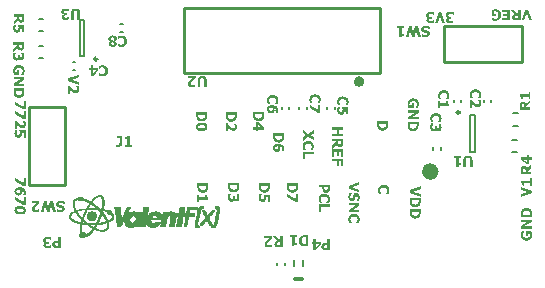
<source format=gto>
%FSLAX25Y25*%
%MOIN*%
G70*
G01*
G75*
G04 Layer_Color=65535*
%ADD10R,0.03347X0.03150*%
%ADD11R,0.03150X0.03347*%
%ADD12R,0.03937X0.03150*%
%ADD13R,0.03937X0.05906*%
%ADD14R,0.03150X0.03937*%
%ADD15R,0.05906X0.03937*%
%ADD16R,0.04528X0.02362*%
G04:AMPARAMS|DCode=17|XSize=11.81mil|YSize=47.24mil|CornerRadius=2.95mil|HoleSize=0mil|Usage=FLASHONLY|Rotation=180.000|XOffset=0mil|YOffset=0mil|HoleType=Round|Shape=RoundedRectangle|*
%AMROUNDEDRECTD17*
21,1,0.01181,0.04134,0,0,180.0*
21,1,0.00591,0.04724,0,0,180.0*
1,1,0.00591,-0.00295,0.02067*
1,1,0.00591,0.00295,0.02067*
1,1,0.00591,0.00295,-0.02067*
1,1,0.00591,-0.00295,-0.02067*
%
%ADD17ROUNDEDRECTD17*%
G04:AMPARAMS|DCode=18|XSize=94.49mil|YSize=94.49mil|CornerRadius=23.62mil|HoleSize=0mil|Usage=FLASHONLY|Rotation=180.000|XOffset=0mil|YOffset=0mil|HoleType=Round|Shape=RoundedRectangle|*
%AMROUNDEDRECTD18*
21,1,0.09449,0.04724,0,0,180.0*
21,1,0.04724,0.09449,0,0,180.0*
1,1,0.04724,-0.02362,0.02362*
1,1,0.04724,0.02362,0.02362*
1,1,0.04724,0.02362,-0.02362*
1,1,0.04724,-0.02362,-0.02362*
%
%ADD18ROUNDEDRECTD18*%
%ADD19R,0.03543X0.04921*%
%ADD20C,0.00600*%
%ADD21C,0.01000*%
%ADD22C,0.01400*%
%ADD23C,0.05500*%
%ADD24R,0.05500X0.05500*%
%ADD25R,0.05700X0.05700*%
%ADD26C,0.05700*%
%ADD27C,0.05512*%
%ADD28C,0.05906*%
%ADD29C,0.21000*%
%ADD30C,0.04000*%
%ADD31C,0.02500*%
%ADD32C,0.02700*%
%ADD33C,0.00984*%
%ADD34C,0.01969*%
%ADD35C,0.04000*%
%ADD36C,0.00787*%
%ADD37C,0.01200*%
%ADD38C,0.00591*%
%ADD39C,0.00100*%
G36*
X89784Y-40892D02*
X86860D01*
Y-42399D01*
X86169D01*
Y-39984D01*
X89784D01*
Y-40892D01*
D02*
G37*
G36*
X74535Y-17293D02*
Y-17298D01*
Y-17310D01*
Y-17333D01*
Y-17356D01*
Y-17390D01*
Y-17430D01*
X74529Y-17527D01*
X74524Y-17635D01*
X74512Y-17755D01*
X74484Y-18006D01*
Y-18012D01*
Y-18024D01*
X74478Y-18041D01*
X74472Y-18064D01*
X74461Y-18126D01*
X74438Y-18212D01*
X74410Y-18309D01*
X74364Y-18412D01*
X74312Y-18526D01*
X74250Y-18634D01*
Y-18640D01*
X74238Y-18652D01*
X74227Y-18669D01*
X74210Y-18692D01*
X74158Y-18760D01*
X74090Y-18840D01*
X73998Y-18926D01*
X73896Y-19023D01*
X73770Y-19108D01*
X73633Y-19194D01*
X73627D01*
X73616Y-19206D01*
X73593Y-19211D01*
X73564Y-19228D01*
X73524Y-19245D01*
X73484Y-19263D01*
X73433Y-19280D01*
X73376Y-19303D01*
X73308Y-19320D01*
X73239Y-19337D01*
X73085Y-19371D01*
X72908Y-19394D01*
X72719Y-19405D01*
X72668D01*
X72634Y-19400D01*
X72588D01*
X72537Y-19394D01*
X72479Y-19388D01*
X72417Y-19377D01*
X72280Y-19354D01*
X72126Y-19314D01*
X71971Y-19257D01*
X71817Y-19183D01*
X71811D01*
X71800Y-19171D01*
X71777Y-19160D01*
X71754Y-19143D01*
X71720Y-19120D01*
X71680Y-19097D01*
X71589Y-19028D01*
X71492Y-18949D01*
X71389Y-18851D01*
X71292Y-18743D01*
X71206Y-18623D01*
Y-18617D01*
X71201Y-18612D01*
X71189Y-18595D01*
X71178Y-18572D01*
X71143Y-18515D01*
X71109Y-18440D01*
X71069Y-18349D01*
X71029Y-18246D01*
X70995Y-18132D01*
X70972Y-18006D01*
Y-18001D01*
Y-17989D01*
X70966Y-17972D01*
Y-17949D01*
X70961Y-17921D01*
X70955Y-17881D01*
X70949Y-17795D01*
X70938Y-17692D01*
X70926Y-17572D01*
X70921Y-17441D01*
Y-17304D01*
Y-16173D01*
X74535D01*
Y-17293D01*
D02*
G37*
G36*
X72645Y-19811D02*
X72754D01*
X72811Y-19816D01*
X72942Y-19828D01*
X73085Y-19845D01*
X73228Y-19868D01*
X73370Y-19902D01*
X73376D01*
X73387Y-19908D01*
X73405Y-19914D01*
X73433Y-19919D01*
X73467Y-19931D01*
X73502Y-19948D01*
X73593Y-19982D01*
X73690Y-20028D01*
X73804Y-20085D01*
X73913Y-20153D01*
X74021Y-20233D01*
X74027D01*
X74033Y-20245D01*
X74067Y-20273D01*
X74113Y-20325D01*
X74175Y-20388D01*
X74244Y-20473D01*
X74312Y-20570D01*
X74381Y-20684D01*
X74444Y-20810D01*
Y-20816D01*
X74449Y-20827D01*
X74461Y-20844D01*
X74467Y-20873D01*
X74478Y-20907D01*
X74495Y-20947D01*
X74507Y-20999D01*
X74524Y-21050D01*
X74547Y-21175D01*
X74575Y-21318D01*
X74592Y-21478D01*
X74598Y-21655D01*
Y-21661D01*
Y-21684D01*
Y-21718D01*
X74592Y-21764D01*
Y-21821D01*
X74586Y-21878D01*
X74569Y-22009D01*
Y-22015D01*
X74564Y-22038D01*
Y-22066D01*
X74558Y-22106D01*
X74547Y-22186D01*
X74541Y-22226D01*
X74535Y-22255D01*
X73821D01*
Y-22186D01*
X73827Y-22175D01*
X73833Y-22158D01*
X73839Y-22135D01*
X73850Y-22106D01*
X73861Y-22072D01*
X73879Y-22026D01*
X73890Y-21975D01*
Y-21969D01*
X73896Y-21952D01*
X73907Y-21918D01*
X73913Y-21883D01*
X73924Y-21832D01*
X73930Y-21775D01*
X73936Y-21718D01*
Y-21649D01*
Y-21644D01*
Y-21632D01*
Y-21609D01*
X73930Y-21581D01*
Y-21547D01*
X73924Y-21507D01*
X73907Y-21410D01*
X73884Y-21307D01*
X73844Y-21198D01*
X73787Y-21090D01*
X73713Y-20999D01*
X73702Y-20987D01*
X73673Y-20964D01*
X73621Y-20924D01*
X73547Y-20879D01*
X73462Y-20827D01*
X73348Y-20782D01*
X73222Y-20741D01*
X73073Y-20713D01*
X73079Y-20719D01*
X73090Y-20741D01*
X73113Y-20782D01*
X73142Y-20827D01*
X73170Y-20879D01*
X73199Y-20941D01*
X73256Y-21073D01*
X73262Y-21078D01*
X73268Y-21107D01*
X73279Y-21141D01*
X73290Y-21193D01*
X73302Y-21255D01*
X73313Y-21324D01*
X73325Y-21398D01*
Y-21484D01*
Y-21495D01*
Y-21518D01*
Y-21552D01*
X73319Y-21604D01*
X73313Y-21661D01*
X73302Y-21718D01*
X73268Y-21849D01*
Y-21855D01*
X73256Y-21878D01*
X73245Y-21912D01*
X73228Y-21952D01*
X73210Y-21998D01*
X73182Y-22049D01*
X73119Y-22152D01*
X73113Y-22158D01*
X73090Y-22180D01*
X73062Y-22215D01*
X73016Y-22260D01*
X72965Y-22306D01*
X72902Y-22357D01*
X72828Y-22403D01*
X72742Y-22449D01*
X72731Y-22455D01*
X72702Y-22466D01*
X72651Y-22483D01*
X72582Y-22506D01*
X72497Y-22529D01*
X72394Y-22546D01*
X72280Y-22557D01*
X72148Y-22563D01*
X72091D01*
X72051Y-22557D01*
X72006Y-22552D01*
X71948Y-22546D01*
X71886Y-22535D01*
X71817Y-22517D01*
X71669Y-22472D01*
X71589Y-22443D01*
X71514Y-22409D01*
X71435Y-22369D01*
X71355Y-22318D01*
X71280Y-22260D01*
X71212Y-22198D01*
X71206Y-22192D01*
X71195Y-22180D01*
X71178Y-22158D01*
X71155Y-22129D01*
X71126Y-22095D01*
X71098Y-22049D01*
X71064Y-21998D01*
X71029Y-21941D01*
X70995Y-21872D01*
X70961Y-21798D01*
X70932Y-21718D01*
X70904Y-21627D01*
X70881Y-21535D01*
X70864Y-21432D01*
X70852Y-21324D01*
X70846Y-21210D01*
Y-21204D01*
Y-21198D01*
Y-21181D01*
Y-21158D01*
X70852Y-21095D01*
X70858Y-21021D01*
X70869Y-20936D01*
X70881Y-20839D01*
X70904Y-20741D01*
X70932Y-20644D01*
X70938Y-20633D01*
X70949Y-20605D01*
X70972Y-20559D01*
X71001Y-20502D01*
X71041Y-20433D01*
X71086Y-20365D01*
X71138Y-20296D01*
X71201Y-20228D01*
X71212Y-20216D01*
X71241Y-20193D01*
X71286Y-20159D01*
X71349Y-20113D01*
X71423Y-20062D01*
X71514Y-20011D01*
X71623Y-19959D01*
X71737Y-19914D01*
X71743D01*
X71754Y-19908D01*
X71772Y-19902D01*
X71794Y-19896D01*
X71829Y-19891D01*
X71869Y-19879D01*
X71908Y-19868D01*
X71960Y-19862D01*
X72074Y-19839D01*
X72211Y-19822D01*
X72360Y-19811D01*
X72525Y-19805D01*
X72605D01*
X72645Y-19811D01*
D02*
G37*
G36*
X88054Y-36461D02*
X88116D01*
X88191Y-36472D01*
X88271Y-36478D01*
X88368Y-36495D01*
X88465Y-36518D01*
X88573Y-36540D01*
X88687Y-36575D01*
X88796Y-36609D01*
X88916Y-36655D01*
X89024Y-36712D01*
X89139Y-36775D01*
X89247Y-36849D01*
X89344Y-36935D01*
X89350Y-36940D01*
X89367Y-36957D01*
X89390Y-36986D01*
X89424Y-37020D01*
X89464Y-37071D01*
X89510Y-37129D01*
X89555Y-37197D01*
X89601Y-37277D01*
X89647Y-37363D01*
X89698Y-37460D01*
X89738Y-37568D01*
X89778Y-37683D01*
X89812Y-37802D01*
X89835Y-37939D01*
X89852Y-38076D01*
X89858Y-38225D01*
Y-38236D01*
Y-38259D01*
Y-38305D01*
X89852Y-38356D01*
Y-38413D01*
X89846Y-38482D01*
X89829Y-38613D01*
Y-38619D01*
X89824Y-38642D01*
X89818Y-38676D01*
X89812Y-38722D01*
X89801Y-38767D01*
X89789Y-38824D01*
X89761Y-38944D01*
Y-38950D01*
X89755Y-38967D01*
X89749Y-38990D01*
X89738Y-39024D01*
X89721Y-39064D01*
X89704Y-39110D01*
X89664Y-39213D01*
Y-39219D01*
X89652Y-39236D01*
X89641Y-39264D01*
X89630Y-39298D01*
X89590Y-39378D01*
X89555Y-39453D01*
X88699D01*
Y-39355D01*
X88710Y-39344D01*
X88739Y-39310D01*
X88779Y-39259D01*
X88836Y-39190D01*
X88842Y-39184D01*
X88847Y-39173D01*
X88864Y-39150D01*
X88887Y-39127D01*
X88910Y-39093D01*
X88933Y-39053D01*
X88990Y-38967D01*
X88996Y-38961D01*
X89001Y-38944D01*
X89019Y-38922D01*
X89036Y-38887D01*
X89059Y-38842D01*
X89081Y-38796D01*
X89121Y-38688D01*
Y-38682D01*
X89133Y-38659D01*
X89139Y-38630D01*
X89150Y-38590D01*
X89161Y-38539D01*
X89167Y-38488D01*
X89179Y-38368D01*
Y-38362D01*
Y-38333D01*
X89173Y-38299D01*
Y-38248D01*
X89161Y-38196D01*
X89150Y-38134D01*
X89139Y-38071D01*
X89116Y-38008D01*
Y-38002D01*
X89104Y-37979D01*
X89087Y-37951D01*
X89064Y-37911D01*
X89036Y-37865D01*
X88996Y-37808D01*
X88950Y-37757D01*
X88899Y-37700D01*
X88893Y-37694D01*
X88876Y-37677D01*
X88842Y-37654D01*
X88802Y-37620D01*
X88750Y-37585D01*
X88682Y-37545D01*
X88613Y-37511D01*
X88528Y-37477D01*
X88516Y-37471D01*
X88487Y-37466D01*
X88436Y-37448D01*
X88368Y-37437D01*
X88288Y-37420D01*
X88191Y-37403D01*
X88088Y-37397D01*
X87968Y-37391D01*
X87911D01*
X87848Y-37397D01*
X87774Y-37403D01*
X87682Y-37414D01*
X87585Y-37426D01*
X87494Y-37448D01*
X87403Y-37477D01*
X87391Y-37483D01*
X87363Y-37494D01*
X87323Y-37511D01*
X87271Y-37540D01*
X87214Y-37574D01*
X87151Y-37620D01*
X87094Y-37665D01*
X87037Y-37717D01*
X87032Y-37723D01*
X87014Y-37740D01*
X86992Y-37768D01*
X86963Y-37808D01*
X86929Y-37854D01*
X86895Y-37905D01*
X86866Y-37962D01*
X86837Y-38025D01*
Y-38031D01*
X86826Y-38054D01*
X86820Y-38088D01*
X86809Y-38134D01*
X86797Y-38191D01*
X86792Y-38248D01*
X86780Y-38373D01*
Y-38379D01*
Y-38402D01*
X86786Y-38442D01*
Y-38488D01*
X86792Y-38539D01*
X86803Y-38596D01*
X86837Y-38716D01*
Y-38722D01*
X86849Y-38745D01*
X86860Y-38773D01*
X86877Y-38813D01*
X86917Y-38904D01*
X86969Y-38990D01*
X86974Y-38996D01*
X86980Y-39013D01*
X86997Y-39036D01*
X87014Y-39064D01*
X87060Y-39133D01*
X87117Y-39207D01*
X87123Y-39213D01*
X87129Y-39224D01*
X87146Y-39241D01*
X87163Y-39264D01*
X87208Y-39316D01*
X87260Y-39367D01*
Y-39453D01*
X86409D01*
Y-39447D01*
X86403Y-39435D01*
X86392Y-39413D01*
X86381Y-39384D01*
X86363Y-39350D01*
X86346Y-39310D01*
X86301Y-39219D01*
Y-39213D01*
X86289Y-39196D01*
X86278Y-39167D01*
X86266Y-39138D01*
X86249Y-39093D01*
X86238Y-39053D01*
X86203Y-38950D01*
Y-38944D01*
X86198Y-38922D01*
X86186Y-38887D01*
X86175Y-38847D01*
X86164Y-38796D01*
X86152Y-38745D01*
X86129Y-38630D01*
Y-38625D01*
X86124Y-38602D01*
X86118Y-38568D01*
Y-38522D01*
X86112Y-38465D01*
X86106Y-38396D01*
X86101Y-38316D01*
Y-38225D01*
Y-38214D01*
Y-38191D01*
X86106Y-38145D01*
Y-38088D01*
X86118Y-38019D01*
X86129Y-37939D01*
X86141Y-37854D01*
X86164Y-37757D01*
X86186Y-37654D01*
X86221Y-37551D01*
X86261Y-37443D01*
X86306Y-37334D01*
X86363Y-37226D01*
X86432Y-37123D01*
X86506Y-37020D01*
X86592Y-36929D01*
X86598Y-36923D01*
X86615Y-36906D01*
X86643Y-36883D01*
X86683Y-36855D01*
X86735Y-36820D01*
X86792Y-36780D01*
X86866Y-36735D01*
X86952Y-36695D01*
X87043Y-36649D01*
X87146Y-36603D01*
X87260Y-36563D01*
X87380Y-36529D01*
X87517Y-36500D01*
X87660Y-36478D01*
X87814Y-36461D01*
X87974Y-36455D01*
X88014D01*
X88054Y-36461D01*
D02*
G37*
G36*
X82654Y-18897D02*
X82716D01*
X82791Y-18909D01*
X82871Y-18914D01*
X82968Y-18932D01*
X83065Y-18954D01*
X83173Y-18977D01*
X83287Y-19012D01*
X83396Y-19046D01*
X83516Y-19091D01*
X83624Y-19149D01*
X83738Y-19211D01*
X83847Y-19286D01*
X83944Y-19371D01*
X83950Y-19377D01*
X83967Y-19394D01*
X83990Y-19423D01*
X84024Y-19457D01*
X84064Y-19508D01*
X84110Y-19565D01*
X84155Y-19634D01*
X84201Y-19714D01*
X84247Y-19800D01*
X84298Y-19896D01*
X84338Y-20005D01*
X84378Y-20119D01*
X84412Y-20239D01*
X84435Y-20376D01*
X84452Y-20513D01*
X84458Y-20662D01*
Y-20673D01*
Y-20696D01*
Y-20742D01*
X84452Y-20793D01*
Y-20850D01*
X84447Y-20919D01*
X84429Y-21050D01*
Y-21056D01*
X84424Y-21079D01*
X84418Y-21113D01*
X84412Y-21159D01*
X84401Y-21204D01*
X84389Y-21261D01*
X84361Y-21381D01*
Y-21387D01*
X84355Y-21404D01*
X84350Y-21427D01*
X84338Y-21461D01*
X84321Y-21501D01*
X84304Y-21547D01*
X84264Y-21650D01*
Y-21655D01*
X84252Y-21672D01*
X84241Y-21701D01*
X84229Y-21735D01*
X84190Y-21815D01*
X84155Y-21889D01*
X83299D01*
Y-21792D01*
X83310Y-21781D01*
X83339Y-21747D01*
X83379Y-21695D01*
X83436Y-21627D01*
X83442Y-21621D01*
X83447Y-21610D01*
X83464Y-21587D01*
X83487Y-21564D01*
X83510Y-21530D01*
X83533Y-21490D01*
X83590Y-21404D01*
X83596Y-21398D01*
X83601Y-21381D01*
X83619Y-21358D01*
X83636Y-21324D01*
X83659Y-21278D01*
X83681Y-21233D01*
X83721Y-21124D01*
Y-21118D01*
X83733Y-21096D01*
X83738Y-21067D01*
X83750Y-21027D01*
X83761Y-20976D01*
X83767Y-20924D01*
X83779Y-20804D01*
Y-20799D01*
Y-20770D01*
X83773Y-20736D01*
Y-20685D01*
X83761Y-20633D01*
X83750Y-20570D01*
X83738Y-20507D01*
X83716Y-20445D01*
Y-20439D01*
X83704Y-20416D01*
X83687Y-20388D01*
X83664Y-20348D01*
X83636Y-20302D01*
X83596Y-20245D01*
X83550Y-20193D01*
X83499Y-20136D01*
X83493Y-20131D01*
X83476Y-20113D01*
X83442Y-20091D01*
X83402Y-20056D01*
X83350Y-20022D01*
X83282Y-19982D01*
X83213Y-19948D01*
X83127Y-19914D01*
X83116Y-19908D01*
X83087Y-19902D01*
X83036Y-19885D01*
X82968Y-19874D01*
X82888Y-19857D01*
X82791Y-19839D01*
X82688Y-19834D01*
X82568Y-19828D01*
X82511D01*
X82448Y-19834D01*
X82374Y-19839D01*
X82282Y-19851D01*
X82185Y-19862D01*
X82094Y-19885D01*
X82003Y-19914D01*
X81991Y-19919D01*
X81963Y-19931D01*
X81923Y-19948D01*
X81871Y-19976D01*
X81814Y-20011D01*
X81751Y-20056D01*
X81694Y-20102D01*
X81637Y-20154D01*
X81631Y-20159D01*
X81614Y-20176D01*
X81591Y-20205D01*
X81563Y-20245D01*
X81529Y-20290D01*
X81494Y-20342D01*
X81466Y-20399D01*
X81437Y-20462D01*
Y-20468D01*
X81426Y-20490D01*
X81420Y-20525D01*
X81409Y-20570D01*
X81397Y-20627D01*
X81392Y-20685D01*
X81380Y-20810D01*
Y-20816D01*
Y-20839D01*
X81386Y-20879D01*
Y-20924D01*
X81392Y-20976D01*
X81403Y-21033D01*
X81437Y-21153D01*
Y-21159D01*
X81449Y-21181D01*
X81460Y-21210D01*
X81477Y-21250D01*
X81517Y-21341D01*
X81569Y-21427D01*
X81574Y-21432D01*
X81580Y-21450D01*
X81597Y-21473D01*
X81614Y-21501D01*
X81660Y-21570D01*
X81717Y-21644D01*
X81723Y-21650D01*
X81729Y-21661D01*
X81746Y-21678D01*
X81763Y-21701D01*
X81809Y-21752D01*
X81860Y-21804D01*
Y-21889D01*
X81009D01*
Y-21884D01*
X81003Y-21872D01*
X80992Y-21849D01*
X80981Y-21821D01*
X80963Y-21787D01*
X80946Y-21747D01*
X80901Y-21655D01*
Y-21650D01*
X80889Y-21632D01*
X80878Y-21604D01*
X80866Y-21575D01*
X80849Y-21530D01*
X80838Y-21490D01*
X80804Y-21387D01*
Y-21381D01*
X80798Y-21358D01*
X80786Y-21324D01*
X80775Y-21284D01*
X80764Y-21233D01*
X80752Y-21181D01*
X80729Y-21067D01*
Y-21061D01*
X80724Y-21039D01*
X80718Y-21004D01*
Y-20959D01*
X80712Y-20901D01*
X80707Y-20833D01*
X80701Y-20753D01*
Y-20662D01*
Y-20650D01*
Y-20627D01*
X80707Y-20582D01*
Y-20525D01*
X80718Y-20456D01*
X80729Y-20376D01*
X80741Y-20290D01*
X80764Y-20193D01*
X80786Y-20091D01*
X80821Y-19988D01*
X80861Y-19879D01*
X80906Y-19771D01*
X80963Y-19662D01*
X81032Y-19560D01*
X81106Y-19457D01*
X81192Y-19365D01*
X81198Y-19360D01*
X81215Y-19343D01*
X81243Y-19320D01*
X81283Y-19291D01*
X81335Y-19257D01*
X81392Y-19217D01*
X81466Y-19171D01*
X81552Y-19131D01*
X81643Y-19086D01*
X81746Y-19040D01*
X81860Y-19000D01*
X81980Y-18966D01*
X82117Y-18937D01*
X82260Y-18914D01*
X82414Y-18897D01*
X82574Y-18892D01*
X82614D01*
X82654Y-18897D01*
D02*
G37*
G36*
X84384Y-23328D02*
X81460D01*
Y-24836D01*
X80769D01*
Y-22420D01*
X84384D01*
Y-23328D01*
D02*
G37*
G36*
X89784Y-34799D02*
Y-34805D01*
Y-34810D01*
Y-34828D01*
Y-34850D01*
Y-34907D01*
X89778Y-34982D01*
X89772Y-35067D01*
X89761Y-35159D01*
X89744Y-35250D01*
X89727Y-35336D01*
Y-35347D01*
X89715Y-35376D01*
X89704Y-35416D01*
X89681Y-35473D01*
X89658Y-35535D01*
X89624Y-35610D01*
X89590Y-35678D01*
X89544Y-35752D01*
X89538Y-35764D01*
X89521Y-35787D01*
X89487Y-35821D01*
X89447Y-35867D01*
X89395Y-35918D01*
X89333Y-35969D01*
X89258Y-36021D01*
X89179Y-36067D01*
X89167Y-36072D01*
X89139Y-36084D01*
X89093Y-36101D01*
X89030Y-36124D01*
X88950Y-36147D01*
X88859Y-36164D01*
X88756Y-36175D01*
X88642Y-36181D01*
X88596D01*
X88550Y-36175D01*
X88487Y-36169D01*
X88413Y-36158D01*
X88328Y-36147D01*
X88242Y-36124D01*
X88156Y-36095D01*
X88145Y-36089D01*
X88122Y-36078D01*
X88076Y-36061D01*
X88025Y-36038D01*
X87968Y-36004D01*
X87905Y-35964D01*
X87842Y-35918D01*
X87779Y-35867D01*
X87774Y-35861D01*
X87762Y-35850D01*
X87745Y-35833D01*
X87722Y-35810D01*
X87665Y-35741D01*
X87603Y-35661D01*
X87597Y-35656D01*
X87591Y-35644D01*
X87574Y-35621D01*
X87557Y-35593D01*
X87534Y-35553D01*
X87511Y-35513D01*
X87466Y-35421D01*
Y-35416D01*
X87460Y-35399D01*
X87448Y-35370D01*
X87437Y-35336D01*
X87420Y-35290D01*
X87408Y-35244D01*
X87380Y-35130D01*
Y-35124D01*
X87374Y-35102D01*
X87368Y-35073D01*
Y-35027D01*
X87363Y-34976D01*
X87357Y-34919D01*
X87351Y-34850D01*
Y-34782D01*
Y-34308D01*
X86169D01*
Y-33400D01*
X89784D01*
Y-34799D01*
D02*
G37*
G36*
X79184Y-34019D02*
Y-34025D01*
Y-34036D01*
Y-34059D01*
Y-34082D01*
Y-34116D01*
Y-34156D01*
X79178Y-34253D01*
X79172Y-34362D01*
X79161Y-34482D01*
X79132Y-34733D01*
Y-34739D01*
Y-34750D01*
X79127Y-34767D01*
X79121Y-34790D01*
X79110Y-34853D01*
X79087Y-34938D01*
X79058Y-35035D01*
X79012Y-35138D01*
X78961Y-35252D01*
X78898Y-35361D01*
Y-35367D01*
X78887Y-35378D01*
X78875Y-35395D01*
X78858Y-35418D01*
X78807Y-35487D01*
X78738Y-35567D01*
X78647Y-35652D01*
X78544Y-35749D01*
X78419Y-35835D01*
X78281Y-35921D01*
X78276D01*
X78264Y-35932D01*
X78242Y-35938D01*
X78213Y-35955D01*
X78173Y-35972D01*
X78133Y-35989D01*
X78082Y-36006D01*
X78025Y-36029D01*
X77956Y-36046D01*
X77887Y-36063D01*
X77733Y-36098D01*
X77556Y-36120D01*
X77368Y-36132D01*
X77316D01*
X77282Y-36126D01*
X77237D01*
X77185Y-36120D01*
X77128Y-36115D01*
X77065Y-36103D01*
X76928Y-36081D01*
X76774Y-36040D01*
X76620Y-35983D01*
X76466Y-35909D01*
X76460D01*
X76449Y-35898D01*
X76426Y-35886D01*
X76403Y-35869D01*
X76369Y-35846D01*
X76329Y-35824D01*
X76237Y-35755D01*
X76140Y-35675D01*
X76038Y-35578D01*
X75940Y-35469D01*
X75855Y-35350D01*
Y-35344D01*
X75849Y-35338D01*
X75838Y-35321D01*
X75826Y-35298D01*
X75792Y-35241D01*
X75758Y-35167D01*
X75718Y-35076D01*
X75678Y-34973D01*
X75643Y-34859D01*
X75621Y-34733D01*
Y-34727D01*
Y-34716D01*
X75615Y-34699D01*
Y-34676D01*
X75609Y-34647D01*
X75603Y-34607D01*
X75598Y-34522D01*
X75586Y-34419D01*
X75575Y-34299D01*
X75569Y-34168D01*
Y-34031D01*
Y-32900D01*
X79184D01*
Y-34019D01*
D02*
G37*
G36*
X67100Y-36663D02*
Y-36669D01*
X67094Y-36674D01*
X67071Y-36709D01*
X67043Y-36754D01*
X67009Y-36817D01*
Y-36823D01*
X67003Y-36834D01*
X66992Y-36851D01*
X66980Y-36880D01*
X66963Y-36908D01*
X66946Y-36948D01*
X66906Y-37040D01*
Y-37045D01*
X66900Y-37063D01*
X66889Y-37085D01*
X66877Y-37120D01*
X66860Y-37160D01*
X66849Y-37200D01*
X66820Y-37297D01*
Y-37302D01*
X66815Y-37319D01*
X66809Y-37348D01*
Y-37388D01*
X66803Y-37428D01*
X66797Y-37479D01*
X66792Y-37594D01*
Y-37599D01*
Y-37617D01*
Y-37645D01*
X66797Y-37685D01*
Y-37731D01*
X66809Y-37782D01*
X66826Y-37896D01*
Y-37902D01*
X66832Y-37925D01*
X66843Y-37953D01*
X66855Y-37993D01*
X66895Y-38079D01*
X66917Y-38119D01*
X66952Y-38159D01*
X66957Y-38165D01*
X66963Y-38170D01*
X66997Y-38199D01*
X67049Y-38239D01*
X67111Y-38273D01*
X67117D01*
X67129Y-38279D01*
X67151Y-38290D01*
X67174Y-38296D01*
X67214Y-38307D01*
X67254Y-38313D01*
X67300Y-38319D01*
X67403D01*
X67431Y-38313D01*
X67500Y-38296D01*
X67574Y-38262D01*
X67580D01*
X67591Y-38250D01*
X67625Y-38227D01*
X67677Y-38182D01*
X67722Y-38125D01*
X67728Y-38119D01*
X67734Y-38102D01*
X67751Y-38079D01*
X67768Y-38045D01*
X67785Y-37999D01*
X67802Y-37948D01*
X67814Y-37890D01*
X67825Y-37828D01*
Y-37822D01*
X67831Y-37799D01*
X67837Y-37765D01*
X67842Y-37725D01*
Y-37674D01*
X67848Y-37628D01*
X67854Y-37525D01*
Y-37514D01*
Y-37491D01*
Y-37451D01*
X67848Y-37400D01*
Y-37342D01*
X67842Y-37280D01*
X67819Y-37137D01*
Y-37131D01*
X67814Y-37108D01*
X67808Y-37068D01*
X67802Y-37028D01*
X67791Y-36977D01*
X67779Y-36920D01*
X67757Y-36811D01*
Y-36737D01*
X69784D01*
Y-39130D01*
X69104D01*
Y-37594D01*
X68493D01*
Y-37599D01*
Y-37605D01*
X68499Y-37639D01*
Y-37691D01*
X68505Y-37759D01*
Y-37765D01*
Y-37776D01*
Y-37793D01*
X68510Y-37816D01*
Y-37868D01*
Y-37919D01*
Y-37925D01*
Y-37931D01*
Y-37965D01*
Y-38016D01*
X68505Y-38079D01*
X68499Y-38153D01*
X68488Y-38233D01*
X68453Y-38399D01*
Y-38410D01*
X68442Y-38439D01*
X68430Y-38479D01*
X68413Y-38530D01*
X68391Y-38593D01*
X68362Y-38661D01*
X68293Y-38793D01*
X68288Y-38804D01*
X68271Y-38827D01*
X68242Y-38861D01*
X68202Y-38913D01*
X68151Y-38964D01*
X68088Y-39015D01*
X68014Y-39067D01*
X67934Y-39112D01*
X67922Y-39118D01*
X67894Y-39130D01*
X67848Y-39147D01*
X67785Y-39170D01*
X67705Y-39192D01*
X67614Y-39210D01*
X67505Y-39221D01*
X67391Y-39227D01*
X67346D01*
X67289Y-39221D01*
X67220Y-39215D01*
X67140Y-39204D01*
X67049Y-39187D01*
X66957Y-39164D01*
X66866Y-39130D01*
X66855Y-39124D01*
X66826Y-39112D01*
X66780Y-39090D01*
X66723Y-39055D01*
X66660Y-39015D01*
X66592Y-38964D01*
X66523Y-38907D01*
X66455Y-38838D01*
X66449Y-38833D01*
X66426Y-38804D01*
X66398Y-38764D01*
X66358Y-38713D01*
X66312Y-38644D01*
X66272Y-38570D01*
X66226Y-38484D01*
X66186Y-38387D01*
X66181Y-38376D01*
X66175Y-38342D01*
X66158Y-38285D01*
X66141Y-38210D01*
X66124Y-38119D01*
X66112Y-38010D01*
X66101Y-37885D01*
X66095Y-37748D01*
Y-37742D01*
Y-37731D01*
Y-37708D01*
Y-37679D01*
X66101Y-37645D01*
Y-37605D01*
X66106Y-37514D01*
X66112Y-37405D01*
X66129Y-37285D01*
X66141Y-37171D01*
X66164Y-37057D01*
Y-37051D01*
X66169Y-37045D01*
X66175Y-37011D01*
X66186Y-36954D01*
X66203Y-36891D01*
X66226Y-36817D01*
X66255Y-36737D01*
X66284Y-36657D01*
X66312Y-36583D01*
X67100D01*
Y-36663D01*
D02*
G37*
G36*
X59584Y-33919D02*
Y-33925D01*
Y-33936D01*
Y-33959D01*
Y-33982D01*
Y-34016D01*
Y-34056D01*
X59578Y-34153D01*
X59572Y-34262D01*
X59561Y-34382D01*
X59532Y-34633D01*
Y-34639D01*
Y-34650D01*
X59527Y-34667D01*
X59521Y-34690D01*
X59509Y-34753D01*
X59487Y-34839D01*
X59458Y-34936D01*
X59412Y-35038D01*
X59361Y-35153D01*
X59298Y-35261D01*
Y-35267D01*
X59287Y-35278D01*
X59275Y-35295D01*
X59258Y-35318D01*
X59207Y-35387D01*
X59138Y-35467D01*
X59047Y-35552D01*
X58944Y-35649D01*
X58819Y-35735D01*
X58681Y-35821D01*
X58676D01*
X58664Y-35832D01*
X58642Y-35838D01*
X58613Y-35855D01*
X58573Y-35872D01*
X58533Y-35889D01*
X58482Y-35906D01*
X58425Y-35929D01*
X58356Y-35946D01*
X58288Y-35963D01*
X58133Y-35998D01*
X57956Y-36020D01*
X57768Y-36032D01*
X57717D01*
X57682Y-36026D01*
X57637D01*
X57585Y-36020D01*
X57528Y-36015D01*
X57465Y-36003D01*
X57328Y-35980D01*
X57174Y-35941D01*
X57020Y-35883D01*
X56866Y-35809D01*
X56860D01*
X56849Y-35798D01*
X56826Y-35786D01*
X56803Y-35769D01*
X56769Y-35746D01*
X56729Y-35724D01*
X56637Y-35655D01*
X56540Y-35575D01*
X56437Y-35478D01*
X56340Y-35370D01*
X56255Y-35250D01*
Y-35244D01*
X56249Y-35238D01*
X56238Y-35221D01*
X56226Y-35198D01*
X56192Y-35141D01*
X56158Y-35067D01*
X56118Y-34975D01*
X56078Y-34873D01*
X56043Y-34758D01*
X56021Y-34633D01*
Y-34627D01*
Y-34616D01*
X56015Y-34599D01*
Y-34576D01*
X56009Y-34547D01*
X56003Y-34507D01*
X55998Y-34422D01*
X55986Y-34319D01*
X55975Y-34199D01*
X55969Y-34068D01*
Y-33931D01*
Y-32800D01*
X59584D01*
Y-33919D01*
D02*
G37*
G36*
X56906Y-36529D02*
X56900Y-36540D01*
X56883Y-36563D01*
X56860Y-36609D01*
X56832Y-36660D01*
X56792Y-36729D01*
X56757Y-36808D01*
X56717Y-36900D01*
X56683Y-36997D01*
Y-37003D01*
X56677Y-37008D01*
X56672Y-37042D01*
X56655Y-37094D01*
X56637Y-37157D01*
X56620Y-37231D01*
X56609Y-37317D01*
X56597Y-37397D01*
X56592Y-37482D01*
Y-37488D01*
Y-37505D01*
Y-37534D01*
X56597Y-37568D01*
Y-37608D01*
X56603Y-37659D01*
X56615Y-37768D01*
Y-37773D01*
X56620Y-37796D01*
X56626Y-37825D01*
X56637Y-37859D01*
X56666Y-37945D01*
X56712Y-38030D01*
X56717Y-38036D01*
X56723Y-38042D01*
X56757Y-38076D01*
X56803Y-38122D01*
X56866Y-38162D01*
X56871D01*
X56883Y-38167D01*
X56906Y-38179D01*
X56934Y-38190D01*
X56968Y-38196D01*
X57014Y-38207D01*
X57066Y-38213D01*
X57151D01*
X57180Y-38207D01*
X57214Y-38202D01*
X57294Y-38184D01*
X57334Y-38162D01*
X57368Y-38139D01*
X57374Y-38133D01*
X57385Y-38127D01*
X57397Y-38110D01*
X57420Y-38087D01*
X57460Y-38030D01*
X57494Y-37950D01*
Y-37945D01*
X57500Y-37928D01*
X57511Y-37905D01*
X57517Y-37870D01*
X57528Y-37830D01*
X57534Y-37785D01*
X57539Y-37728D01*
X57545Y-37671D01*
Y-37665D01*
Y-37642D01*
Y-37613D01*
X57551Y-37574D01*
Y-37534D01*
Y-37482D01*
Y-37385D01*
Y-37231D01*
X58179D01*
Y-37368D01*
Y-37374D01*
Y-37397D01*
Y-37425D01*
Y-37471D01*
X58185Y-37516D01*
Y-37568D01*
X58191Y-37671D01*
Y-37676D01*
X58196Y-37694D01*
Y-37722D01*
X58202Y-37756D01*
X58225Y-37830D01*
X58248Y-37910D01*
Y-37916D01*
X58259Y-37928D01*
X58282Y-37962D01*
X58322Y-38013D01*
X58373Y-38059D01*
X58379D01*
X58390Y-38070D01*
X58407Y-38076D01*
X58436Y-38087D01*
X58465Y-38099D01*
X58504Y-38105D01*
X58550Y-38116D01*
X58642D01*
X58664Y-38110D01*
X58722Y-38093D01*
X58779Y-38065D01*
X58784D01*
X58790Y-38053D01*
X58819Y-38030D01*
X58853Y-37990D01*
X58887Y-37939D01*
Y-37933D01*
X58893Y-37922D01*
X58899Y-37905D01*
X58910Y-37882D01*
X58927Y-37813D01*
X58944Y-37733D01*
Y-37728D01*
X58950Y-37716D01*
Y-37694D01*
X58956Y-37665D01*
X58961Y-37602D01*
Y-37534D01*
Y-37528D01*
Y-37511D01*
Y-37482D01*
X58956Y-37454D01*
Y-37408D01*
X58950Y-37368D01*
X58927Y-37265D01*
Y-37260D01*
X58921Y-37242D01*
X58916Y-37214D01*
X58904Y-37180D01*
X58893Y-37140D01*
X58881Y-37094D01*
X58847Y-36997D01*
Y-36991D01*
X58841Y-36980D01*
X58830Y-36957D01*
X58819Y-36934D01*
X58784Y-36860D01*
X58744Y-36780D01*
Y-36774D01*
X58733Y-36763D01*
X58727Y-36746D01*
X58710Y-36717D01*
X58681Y-36666D01*
X58659Y-36620D01*
Y-36546D01*
X59430D01*
X59435Y-36557D01*
X59441Y-36580D01*
X59458Y-36620D01*
X59481Y-36677D01*
X59504Y-36746D01*
X59527Y-36831D01*
X59555Y-36934D01*
X59584Y-37042D01*
Y-37048D01*
X59589Y-37060D01*
Y-37077D01*
X59595Y-37100D01*
X59607Y-37162D01*
X59624Y-37242D01*
X59635Y-37339D01*
X59646Y-37454D01*
X59652Y-37568D01*
X59658Y-37694D01*
Y-37699D01*
Y-37711D01*
Y-37722D01*
Y-37745D01*
Y-37808D01*
X59652Y-37882D01*
X59646Y-37968D01*
X59635Y-38065D01*
X59618Y-38156D01*
X59601Y-38247D01*
Y-38259D01*
X59589Y-38287D01*
X59578Y-38333D01*
X59561Y-38390D01*
X59538Y-38453D01*
X59509Y-38521D01*
X59475Y-38590D01*
X59435Y-38653D01*
X59430Y-38658D01*
X59412Y-38681D01*
X59390Y-38716D01*
X59355Y-38756D01*
X59315Y-38801D01*
X59264Y-38847D01*
X59207Y-38887D01*
X59144Y-38927D01*
X59138Y-38932D01*
X59115Y-38944D01*
X59075Y-38955D01*
X59030Y-38978D01*
X58973Y-38995D01*
X58904Y-39007D01*
X58830Y-39018D01*
X58750Y-39024D01*
X58699D01*
X58642Y-39013D01*
X58567Y-39001D01*
X58487Y-38978D01*
X58396Y-38950D01*
X58305Y-38904D01*
X58213Y-38841D01*
X58202Y-38835D01*
X58179Y-38807D01*
X58139Y-38773D01*
X58093Y-38716D01*
X58042Y-38653D01*
X57991Y-38573D01*
X57951Y-38482D01*
X57916Y-38379D01*
X57882D01*
Y-38384D01*
X57876Y-38401D01*
X57871Y-38424D01*
X57865Y-38459D01*
X57842Y-38533D01*
X57814Y-38624D01*
Y-38630D01*
X57808Y-38647D01*
X57797Y-38670D01*
X57779Y-38704D01*
X57734Y-38778D01*
X57665Y-38864D01*
X57660Y-38870D01*
X57648Y-38881D01*
X57625Y-38904D01*
X57597Y-38927D01*
X57562Y-38955D01*
X57522Y-38990D01*
X57471Y-39018D01*
X57420Y-39047D01*
X57414Y-39052D01*
X57391Y-39058D01*
X57363Y-39070D01*
X57323Y-39087D01*
X57266Y-39098D01*
X57208Y-39110D01*
X57140Y-39115D01*
X57066Y-39121D01*
X57020D01*
X56968Y-39115D01*
X56906Y-39110D01*
X56832Y-39098D01*
X56746Y-39075D01*
X56666Y-39052D01*
X56580Y-39018D01*
X56569Y-39013D01*
X56546Y-39001D01*
X56506Y-38978D01*
X56455Y-38944D01*
X56392Y-38904D01*
X56335Y-38858D01*
X56272Y-38801D01*
X56209Y-38733D01*
X56203Y-38721D01*
X56186Y-38698D01*
X56158Y-38658D01*
X56124Y-38601D01*
X56084Y-38539D01*
X56043Y-38459D01*
X56009Y-38373D01*
X55975Y-38282D01*
X55969Y-38270D01*
X55964Y-38236D01*
X55952Y-38179D01*
X55935Y-38105D01*
X55918Y-38013D01*
X55906Y-37910D01*
X55901Y-37785D01*
X55895Y-37653D01*
Y-37648D01*
Y-37636D01*
Y-37613D01*
Y-37585D01*
Y-37545D01*
X55901Y-37505D01*
X55906Y-37402D01*
X55912Y-37294D01*
X55924Y-37168D01*
X55941Y-37048D01*
X55964Y-36928D01*
Y-36923D01*
X55969Y-36917D01*
Y-36900D01*
X55975Y-36877D01*
X55992Y-36825D01*
X56009Y-36757D01*
X56032Y-36677D01*
X56055Y-36597D01*
X56089Y-36517D01*
X56118Y-36443D01*
X56906D01*
Y-36529D01*
D02*
G37*
G36*
X69784Y-34019D02*
Y-34025D01*
Y-34036D01*
Y-34059D01*
Y-34082D01*
Y-34116D01*
Y-34156D01*
X69778Y-34253D01*
X69772Y-34362D01*
X69761Y-34482D01*
X69732Y-34733D01*
Y-34739D01*
Y-34750D01*
X69727Y-34767D01*
X69721Y-34790D01*
X69709Y-34853D01*
X69687Y-34938D01*
X69658Y-35035D01*
X69612Y-35138D01*
X69561Y-35252D01*
X69498Y-35361D01*
Y-35367D01*
X69487Y-35378D01*
X69475Y-35395D01*
X69458Y-35418D01*
X69407Y-35487D01*
X69338Y-35567D01*
X69247Y-35652D01*
X69144Y-35749D01*
X69019Y-35835D01*
X68881Y-35921D01*
X68876D01*
X68864Y-35932D01*
X68842Y-35938D01*
X68813Y-35955D01*
X68773Y-35972D01*
X68733Y-35989D01*
X68682Y-36006D01*
X68625Y-36029D01*
X68556Y-36046D01*
X68488Y-36063D01*
X68333Y-36098D01*
X68156Y-36120D01*
X67968Y-36132D01*
X67917D01*
X67882Y-36126D01*
X67837D01*
X67785Y-36120D01*
X67728Y-36115D01*
X67665Y-36103D01*
X67528Y-36081D01*
X67374Y-36040D01*
X67220Y-35983D01*
X67066Y-35909D01*
X67060D01*
X67049Y-35898D01*
X67026Y-35886D01*
X67003Y-35869D01*
X66969Y-35846D01*
X66929Y-35824D01*
X66837Y-35755D01*
X66740Y-35675D01*
X66637Y-35578D01*
X66540Y-35469D01*
X66455Y-35350D01*
Y-35344D01*
X66449Y-35338D01*
X66438Y-35321D01*
X66426Y-35298D01*
X66392Y-35241D01*
X66358Y-35167D01*
X66318Y-35076D01*
X66278Y-34973D01*
X66243Y-34859D01*
X66221Y-34733D01*
Y-34727D01*
Y-34716D01*
X66215Y-34699D01*
Y-34676D01*
X66209Y-34647D01*
X66203Y-34607D01*
X66198Y-34522D01*
X66186Y-34419D01*
X66175Y-34299D01*
X66169Y-34168D01*
Y-34031D01*
Y-32900D01*
X69784D01*
Y-34019D01*
D02*
G37*
G36*
X79184Y-39232D02*
X78464D01*
X75569Y-37691D01*
Y-36686D01*
X78504Y-38296D01*
Y-36577D01*
X79184D01*
Y-39232D01*
D02*
G37*
G36*
X67884Y-10219D02*
Y-10225D01*
Y-10236D01*
Y-10259D01*
Y-10282D01*
Y-10316D01*
Y-10356D01*
X67878Y-10453D01*
X67872Y-10562D01*
X67861Y-10682D01*
X67832Y-10933D01*
Y-10939D01*
Y-10950D01*
X67827Y-10967D01*
X67821Y-10990D01*
X67809Y-11053D01*
X67787Y-11139D01*
X67758Y-11236D01*
X67712Y-11338D01*
X67661Y-11452D01*
X67598Y-11561D01*
Y-11567D01*
X67587Y-11578D01*
X67575Y-11595D01*
X67558Y-11618D01*
X67507Y-11687D01*
X67438Y-11767D01*
X67347Y-11852D01*
X67244Y-11949D01*
X67119Y-12035D01*
X66982Y-12121D01*
X66976D01*
X66964Y-12132D01*
X66942Y-12138D01*
X66913Y-12155D01*
X66873Y-12172D01*
X66833Y-12189D01*
X66782Y-12206D01*
X66725Y-12229D01*
X66656Y-12246D01*
X66588Y-12263D01*
X66433Y-12298D01*
X66256Y-12320D01*
X66068Y-12332D01*
X66017D01*
X65982Y-12326D01*
X65937D01*
X65885Y-12320D01*
X65828Y-12315D01*
X65765Y-12303D01*
X65628Y-12280D01*
X65474Y-12241D01*
X65320Y-12183D01*
X65166Y-12109D01*
X65160D01*
X65149Y-12098D01*
X65126Y-12086D01*
X65103Y-12069D01*
X65069Y-12046D01*
X65029Y-12024D01*
X64937Y-11955D01*
X64840Y-11875D01*
X64737Y-11778D01*
X64640Y-11670D01*
X64555Y-11550D01*
Y-11544D01*
X64549Y-11538D01*
X64538Y-11521D01*
X64526Y-11498D01*
X64492Y-11441D01*
X64458Y-11367D01*
X64418Y-11276D01*
X64378Y-11173D01*
X64344Y-11058D01*
X64321Y-10933D01*
Y-10927D01*
Y-10916D01*
X64315Y-10899D01*
Y-10876D01*
X64309Y-10847D01*
X64303Y-10807D01*
X64298Y-10722D01*
X64286Y-10619D01*
X64275Y-10499D01*
X64269Y-10368D01*
Y-10231D01*
Y-9100D01*
X67884D01*
Y-10219D01*
D02*
G37*
G36*
Y-14153D02*
Y-15067D01*
X65760D01*
Y-15552D01*
X65109D01*
Y-15067D01*
X64258D01*
Y-14188D01*
X65109D01*
Y-12600D01*
X65782D01*
X67884Y-14153D01*
D02*
G37*
G36*
X82591Y-16476D02*
X84384Y-15346D01*
Y-16391D01*
X83293Y-17042D01*
X84384Y-17715D01*
Y-18720D01*
X82625Y-17584D01*
X80769Y-18760D01*
Y-17710D01*
X81911Y-17013D01*
X80769Y-16299D01*
Y-15300D01*
X82591Y-16476D01*
D02*
G37*
G36*
X119384Y-13556D02*
Y-13562D01*
Y-13573D01*
Y-13596D01*
Y-13619D01*
Y-13653D01*
Y-13693D01*
X119378Y-13790D01*
X119372Y-13899D01*
X119361Y-14019D01*
X119332Y-14270D01*
Y-14276D01*
Y-14287D01*
X119327Y-14304D01*
X119321Y-14327D01*
X119309Y-14390D01*
X119287Y-14476D01*
X119258Y-14573D01*
X119212Y-14675D01*
X119161Y-14790D01*
X119098Y-14898D01*
Y-14904D01*
X119087Y-14915D01*
X119075Y-14932D01*
X119058Y-14955D01*
X119007Y-15024D01*
X118938Y-15104D01*
X118847Y-15189D01*
X118744Y-15286D01*
X118619Y-15372D01*
X118482Y-15458D01*
X118476D01*
X118464Y-15469D01*
X118442Y-15475D01*
X118413Y-15492D01*
X118373Y-15509D01*
X118333Y-15526D01*
X118282Y-15543D01*
X118225Y-15566D01*
X118156Y-15583D01*
X118088Y-15600D01*
X117933Y-15635D01*
X117756Y-15657D01*
X117568Y-15669D01*
X117517D01*
X117482Y-15663D01*
X117437D01*
X117385Y-15657D01*
X117328Y-15652D01*
X117265Y-15640D01*
X117128Y-15618D01*
X116974Y-15577D01*
X116820Y-15520D01*
X116666Y-15446D01*
X116660D01*
X116649Y-15435D01*
X116626Y-15423D01*
X116603Y-15406D01*
X116569Y-15383D01*
X116529Y-15361D01*
X116437Y-15292D01*
X116340Y-15212D01*
X116237Y-15115D01*
X116140Y-15007D01*
X116055Y-14887D01*
Y-14881D01*
X116049Y-14875D01*
X116038Y-14858D01*
X116026Y-14835D01*
X115992Y-14778D01*
X115958Y-14704D01*
X115918Y-14613D01*
X115878Y-14510D01*
X115843Y-14396D01*
X115821Y-14270D01*
Y-14264D01*
Y-14253D01*
X115815Y-14236D01*
Y-14213D01*
X115809Y-14184D01*
X115804Y-14144D01*
X115798Y-14059D01*
X115786Y-13956D01*
X115775Y-13836D01*
X115769Y-13705D01*
Y-13568D01*
Y-12437D01*
X119384D01*
Y-13556D01*
D02*
G37*
G36*
X109184Y-13319D02*
Y-13325D01*
Y-13336D01*
Y-13359D01*
Y-13382D01*
Y-13416D01*
Y-13456D01*
X109178Y-13553D01*
X109172Y-13662D01*
X109161Y-13782D01*
X109132Y-14033D01*
Y-14039D01*
Y-14050D01*
X109127Y-14067D01*
X109121Y-14090D01*
X109109Y-14153D01*
X109087Y-14239D01*
X109058Y-14335D01*
X109012Y-14438D01*
X108961Y-14552D01*
X108898Y-14661D01*
Y-14667D01*
X108887Y-14678D01*
X108875Y-14695D01*
X108858Y-14718D01*
X108807Y-14787D01*
X108738Y-14867D01*
X108647Y-14952D01*
X108544Y-15049D01*
X108419Y-15135D01*
X108282Y-15221D01*
X108276D01*
X108264Y-15232D01*
X108242Y-15238D01*
X108213Y-15255D01*
X108173Y-15272D01*
X108133Y-15289D01*
X108082Y-15306D01*
X108025Y-15329D01*
X107956Y-15346D01*
X107888Y-15363D01*
X107733Y-15398D01*
X107556Y-15420D01*
X107368Y-15432D01*
X107317D01*
X107282Y-15426D01*
X107237D01*
X107185Y-15420D01*
X107128Y-15415D01*
X107065Y-15403D01*
X106928Y-15381D01*
X106774Y-15340D01*
X106620Y-15283D01*
X106466Y-15209D01*
X106460D01*
X106449Y-15198D01*
X106426Y-15186D01*
X106403Y-15169D01*
X106369Y-15146D01*
X106329Y-15123D01*
X106237Y-15055D01*
X106140Y-14975D01*
X106037Y-14878D01*
X105940Y-14770D01*
X105855Y-14650D01*
Y-14644D01*
X105849Y-14638D01*
X105838Y-14621D01*
X105826Y-14598D01*
X105792Y-14541D01*
X105758Y-14467D01*
X105718Y-14376D01*
X105678Y-14273D01*
X105643Y-14159D01*
X105621Y-14033D01*
Y-14027D01*
Y-14016D01*
X105615Y-13999D01*
Y-13976D01*
X105609Y-13947D01*
X105604Y-13907D01*
X105598Y-13822D01*
X105586Y-13719D01*
X105575Y-13599D01*
X105569Y-13468D01*
Y-13331D01*
Y-12200D01*
X109184D01*
Y-13319D01*
D02*
G37*
G36*
X107854Y-33506D02*
X107916D01*
X107991Y-33517D01*
X108071Y-33523D01*
X108168Y-33540D01*
X108265Y-33563D01*
X108373Y-33586D01*
X108487Y-33620D01*
X108596Y-33654D01*
X108716Y-33700D01*
X108824Y-33757D01*
X108939Y-33820D01*
X109047Y-33894D01*
X109144Y-33980D01*
X109150Y-33985D01*
X109167Y-34003D01*
X109190Y-34031D01*
X109224Y-34065D01*
X109264Y-34117D01*
X109310Y-34174D01*
X109355Y-34242D01*
X109401Y-34322D01*
X109447Y-34408D01*
X109498Y-34505D01*
X109538Y-34613D01*
X109578Y-34728D01*
X109612Y-34848D01*
X109635Y-34985D01*
X109652Y-35122D01*
X109658Y-35270D01*
Y-35282D01*
Y-35304D01*
Y-35350D01*
X109652Y-35401D01*
Y-35458D01*
X109646Y-35527D01*
X109629Y-35658D01*
Y-35664D01*
X109624Y-35687D01*
X109618Y-35721D01*
X109612Y-35767D01*
X109601Y-35813D01*
X109589Y-35870D01*
X109561Y-35990D01*
Y-35995D01*
X109555Y-36012D01*
X109549Y-36035D01*
X109538Y-36070D01*
X109521Y-36110D01*
X109504Y-36155D01*
X109464Y-36258D01*
Y-36264D01*
X109452Y-36281D01*
X109441Y-36309D01*
X109430Y-36344D01*
X109390Y-36424D01*
X109355Y-36498D01*
X108499D01*
Y-36401D01*
X108510Y-36389D01*
X108539Y-36355D01*
X108579Y-36304D01*
X108636Y-36235D01*
X108642Y-36229D01*
X108647Y-36218D01*
X108664Y-36195D01*
X108687Y-36172D01*
X108710Y-36138D01*
X108733Y-36098D01*
X108790Y-36012D01*
X108796Y-36007D01*
X108801Y-35990D01*
X108819Y-35967D01*
X108836Y-35932D01*
X108859Y-35887D01*
X108881Y-35841D01*
X108921Y-35733D01*
Y-35727D01*
X108933Y-35704D01*
X108939Y-35675D01*
X108950Y-35636D01*
X108961Y-35584D01*
X108967Y-35533D01*
X108978Y-35413D01*
Y-35407D01*
Y-35379D01*
X108973Y-35344D01*
Y-35293D01*
X108961Y-35242D01*
X108950Y-35179D01*
X108939Y-35116D01*
X108916Y-35053D01*
Y-35047D01*
X108904Y-35025D01*
X108887Y-34996D01*
X108864Y-34956D01*
X108836Y-34910D01*
X108796Y-34853D01*
X108750Y-34802D01*
X108699Y-34745D01*
X108693Y-34739D01*
X108676Y-34722D01*
X108642Y-34699D01*
X108602Y-34665D01*
X108550Y-34631D01*
X108482Y-34591D01*
X108413Y-34556D01*
X108327Y-34522D01*
X108316Y-34516D01*
X108288Y-34511D01*
X108236Y-34493D01*
X108168Y-34482D01*
X108088Y-34465D01*
X107991Y-34448D01*
X107888Y-34442D01*
X107768Y-34436D01*
X107711D01*
X107648Y-34442D01*
X107574Y-34448D01*
X107482Y-34459D01*
X107385Y-34471D01*
X107294Y-34493D01*
X107203Y-34522D01*
X107191Y-34528D01*
X107163Y-34539D01*
X107123Y-34556D01*
X107071Y-34585D01*
X107014Y-34619D01*
X106951Y-34665D01*
X106894Y-34710D01*
X106837Y-34762D01*
X106832Y-34768D01*
X106814Y-34785D01*
X106791Y-34813D01*
X106763Y-34853D01*
X106729Y-34899D01*
X106694Y-34950D01*
X106666Y-35007D01*
X106637Y-35070D01*
Y-35076D01*
X106626Y-35099D01*
X106620Y-35133D01*
X106609Y-35179D01*
X106597Y-35236D01*
X106592Y-35293D01*
X106580Y-35419D01*
Y-35424D01*
Y-35447D01*
X106586Y-35487D01*
Y-35533D01*
X106592Y-35584D01*
X106603Y-35641D01*
X106637Y-35761D01*
Y-35767D01*
X106649Y-35790D01*
X106660Y-35818D01*
X106677Y-35858D01*
X106717Y-35950D01*
X106769Y-36035D01*
X106774Y-36041D01*
X106780Y-36058D01*
X106797Y-36081D01*
X106814Y-36110D01*
X106860Y-36178D01*
X106917Y-36252D01*
X106923Y-36258D01*
X106929Y-36269D01*
X106946Y-36287D01*
X106963Y-36309D01*
X107009Y-36361D01*
X107060Y-36412D01*
Y-36498D01*
X106209D01*
Y-36492D01*
X106203Y-36481D01*
X106192Y-36458D01*
X106181Y-36429D01*
X106163Y-36395D01*
X106146Y-36355D01*
X106101Y-36264D01*
Y-36258D01*
X106089Y-36241D01*
X106078Y-36212D01*
X106066Y-36184D01*
X106049Y-36138D01*
X106038Y-36098D01*
X106003Y-35995D01*
Y-35990D01*
X105998Y-35967D01*
X105986Y-35932D01*
X105975Y-35893D01*
X105964Y-35841D01*
X105952Y-35790D01*
X105929Y-35675D01*
Y-35670D01*
X105924Y-35647D01*
X105918Y-35613D01*
Y-35567D01*
X105912Y-35510D01*
X105906Y-35441D01*
X105901Y-35361D01*
Y-35270D01*
Y-35259D01*
Y-35236D01*
X105906Y-35190D01*
Y-35133D01*
X105918Y-35065D01*
X105929Y-34985D01*
X105941Y-34899D01*
X105964Y-34802D01*
X105986Y-34699D01*
X106021Y-34596D01*
X106061Y-34488D01*
X106106Y-34379D01*
X106163Y-34271D01*
X106232Y-34168D01*
X106306Y-34065D01*
X106392Y-33974D01*
X106397Y-33968D01*
X106415Y-33951D01*
X106443Y-33928D01*
X106483Y-33900D01*
X106535Y-33865D01*
X106592Y-33825D01*
X106666Y-33780D01*
X106752Y-33740D01*
X106843Y-33694D01*
X106946Y-33648D01*
X107060Y-33608D01*
X107180Y-33574D01*
X107317Y-33546D01*
X107460Y-33523D01*
X107614Y-33506D01*
X107774Y-33500D01*
X107814D01*
X107854Y-33506D01*
D02*
G37*
G36*
X119384Y-9719D02*
X117311Y-10878D01*
X119384D01*
Y-11706D01*
X115769D01*
Y-10832D01*
X118287Y-9439D01*
X115769D01*
Y-8611D01*
X119384D01*
Y-9719D01*
D02*
G37*
G36*
X120084Y-38882D02*
Y-38888D01*
Y-38899D01*
Y-38922D01*
Y-38945D01*
Y-38979D01*
Y-39019D01*
X120078Y-39116D01*
X120072Y-39225D01*
X120061Y-39345D01*
X120032Y-39596D01*
Y-39601D01*
Y-39613D01*
X120027Y-39630D01*
X120021Y-39653D01*
X120010Y-39716D01*
X119987Y-39801D01*
X119958Y-39898D01*
X119912Y-40001D01*
X119861Y-40115D01*
X119798Y-40224D01*
Y-40230D01*
X119787Y-40241D01*
X119775Y-40258D01*
X119758Y-40281D01*
X119707Y-40350D01*
X119638Y-40429D01*
X119547Y-40515D01*
X119444Y-40612D01*
X119319Y-40698D01*
X119182Y-40784D01*
X119176D01*
X119164Y-40795D01*
X119142Y-40801D01*
X119113Y-40818D01*
X119073Y-40835D01*
X119033Y-40852D01*
X118982Y-40869D01*
X118925Y-40892D01*
X118856Y-40909D01*
X118788Y-40926D01*
X118633Y-40960D01*
X118456Y-40983D01*
X118268Y-40995D01*
X118217D01*
X118182Y-40989D01*
X118137D01*
X118085Y-40983D01*
X118028Y-40978D01*
X117965Y-40966D01*
X117828Y-40943D01*
X117674Y-40903D01*
X117520Y-40846D01*
X117366Y-40772D01*
X117360D01*
X117349Y-40761D01*
X117326Y-40749D01*
X117303Y-40732D01*
X117269Y-40709D01*
X117229Y-40686D01*
X117137Y-40618D01*
X117040Y-40538D01*
X116937Y-40441D01*
X116840Y-40332D01*
X116755Y-40213D01*
Y-40207D01*
X116749Y-40201D01*
X116738Y-40184D01*
X116726Y-40161D01*
X116692Y-40104D01*
X116658Y-40030D01*
X116618Y-39938D01*
X116578Y-39836D01*
X116543Y-39721D01*
X116521Y-39596D01*
Y-39590D01*
Y-39579D01*
X116515Y-39562D01*
Y-39539D01*
X116509Y-39510D01*
X116504Y-39470D01*
X116498Y-39384D01*
X116486Y-39282D01*
X116475Y-39162D01*
X116469Y-39031D01*
Y-38893D01*
Y-37763D01*
X120084D01*
Y-38882D01*
D02*
G37*
G36*
Y-42645D02*
Y-42651D01*
Y-42662D01*
Y-42685D01*
Y-42708D01*
Y-42742D01*
Y-42782D01*
X120078Y-42879D01*
X120072Y-42987D01*
X120061Y-43108D01*
X120032Y-43359D01*
Y-43364D01*
Y-43376D01*
X120027Y-43393D01*
X120021Y-43416D01*
X120010Y-43479D01*
X119987Y-43564D01*
X119958Y-43661D01*
X119912Y-43764D01*
X119861Y-43878D01*
X119798Y-43987D01*
Y-43992D01*
X119787Y-44004D01*
X119775Y-44021D01*
X119758Y-44044D01*
X119707Y-44112D01*
X119638Y-44192D01*
X119547Y-44278D01*
X119444Y-44375D01*
X119319Y-44461D01*
X119182Y-44546D01*
X119176D01*
X119164Y-44558D01*
X119142Y-44563D01*
X119113Y-44581D01*
X119073Y-44598D01*
X119033Y-44615D01*
X118982Y-44632D01*
X118925Y-44655D01*
X118856Y-44672D01*
X118788Y-44689D01*
X118633Y-44723D01*
X118456Y-44746D01*
X118268Y-44758D01*
X118217D01*
X118182Y-44752D01*
X118137D01*
X118085Y-44746D01*
X118028Y-44741D01*
X117965Y-44729D01*
X117828Y-44706D01*
X117674Y-44666D01*
X117520Y-44609D01*
X117366Y-44535D01*
X117360D01*
X117349Y-44524D01*
X117326Y-44512D01*
X117303Y-44495D01*
X117269Y-44472D01*
X117229Y-44449D01*
X117137Y-44381D01*
X117040Y-44301D01*
X116937Y-44204D01*
X116840Y-44095D01*
X116755Y-43975D01*
Y-43970D01*
X116749Y-43964D01*
X116738Y-43947D01*
X116726Y-43924D01*
X116692Y-43867D01*
X116658Y-43793D01*
X116618Y-43701D01*
X116578Y-43598D01*
X116543Y-43484D01*
X116521Y-43359D01*
Y-43353D01*
Y-43342D01*
X116515Y-43324D01*
Y-43302D01*
X116509Y-43273D01*
X116504Y-43233D01*
X116498Y-43147D01*
X116486Y-43045D01*
X116475Y-42925D01*
X116469Y-42793D01*
Y-42656D01*
Y-41526D01*
X120084D01*
Y-42645D01*
D02*
G37*
G36*
X117659Y-4706D02*
X117722D01*
X117791Y-4717D01*
X117876Y-4729D01*
X117968Y-4740D01*
X118070Y-4763D01*
X118173Y-4791D01*
X118287Y-4826D01*
X118402Y-4866D01*
X118516Y-4911D01*
X118630Y-4968D01*
X118738Y-5037D01*
X118847Y-5117D01*
X118944Y-5203D01*
X118950Y-5208D01*
X118967Y-5225D01*
X118990Y-5254D01*
X119024Y-5294D01*
X119064Y-5345D01*
X119110Y-5408D01*
X119155Y-5482D01*
X119201Y-5568D01*
X119247Y-5659D01*
X119298Y-5762D01*
X119338Y-5876D01*
X119378Y-6002D01*
X119412Y-6133D01*
X119435Y-6276D01*
X119452Y-6430D01*
X119458Y-6590D01*
Y-6596D01*
Y-6613D01*
Y-6636D01*
Y-6664D01*
Y-6704D01*
X119452Y-6750D01*
X119447Y-6853D01*
X119435Y-6967D01*
X119418Y-7087D01*
X119395Y-7207D01*
X119367Y-7321D01*
Y-7327D01*
X119361Y-7332D01*
X119355Y-7349D01*
X119350Y-7372D01*
X119332Y-7429D01*
X119304Y-7504D01*
X119275Y-7589D01*
X119235Y-7692D01*
X119190Y-7801D01*
X119138Y-7915D01*
X118293D01*
Y-7829D01*
X118305Y-7818D01*
X118310Y-7801D01*
X118327Y-7783D01*
X118344Y-7755D01*
X118373Y-7721D01*
X118396Y-7686D01*
X118430Y-7641D01*
X118436Y-7635D01*
X118447Y-7618D01*
X118464Y-7595D01*
X118487Y-7566D01*
X118539Y-7486D01*
X118590Y-7401D01*
X118596Y-7395D01*
X118601Y-7378D01*
X118619Y-7349D01*
X118636Y-7310D01*
X118658Y-7264D01*
X118681Y-7212D01*
X118704Y-7150D01*
X118727Y-7087D01*
Y-7081D01*
X118738Y-7058D01*
X118744Y-7018D01*
X118756Y-6973D01*
X118767Y-6916D01*
X118773Y-6853D01*
X118784Y-6784D01*
Y-6710D01*
Y-6699D01*
Y-6670D01*
X118779Y-6624D01*
X118773Y-6567D01*
X118767Y-6504D01*
X118756Y-6430D01*
X118733Y-6356D01*
X118710Y-6282D01*
X118704Y-6276D01*
X118699Y-6247D01*
X118681Y-6213D01*
X118653Y-6168D01*
X118624Y-6116D01*
X118584Y-6059D01*
X118539Y-6002D01*
X118487Y-5945D01*
X118482Y-5939D01*
X118459Y-5922D01*
X118430Y-5893D01*
X118385Y-5865D01*
X118327Y-5825D01*
X118265Y-5791D01*
X118190Y-5751D01*
X118110Y-5716D01*
X118099Y-5711D01*
X118070Y-5705D01*
X118025Y-5694D01*
X117962Y-5676D01*
X117888Y-5659D01*
X117796Y-5648D01*
X117699Y-5642D01*
X117591Y-5636D01*
X117528D01*
X117488Y-5642D01*
X117437Y-5648D01*
X117374Y-5654D01*
X117305Y-5665D01*
X117237Y-5676D01*
X117083Y-5711D01*
X116928Y-5768D01*
X116854Y-5808D01*
X116780Y-5848D01*
X116717Y-5893D01*
X116654Y-5951D01*
X116649Y-5956D01*
X116643Y-5968D01*
X116626Y-5985D01*
X116609Y-6008D01*
X116586Y-6042D01*
X116563Y-6082D01*
X116534Y-6128D01*
X116506Y-6179D01*
X116477Y-6242D01*
X116449Y-6305D01*
X116426Y-6379D01*
X116403Y-6453D01*
X116386Y-6539D01*
X116369Y-6630D01*
X116363Y-6721D01*
X116357Y-6824D01*
Y-6830D01*
Y-6853D01*
Y-6887D01*
Y-6933D01*
Y-6938D01*
Y-6944D01*
Y-6973D01*
Y-7013D01*
X116363Y-7052D01*
X117077D01*
Y-6350D01*
X117756D01*
Y-7932D01*
X115975D01*
X115969Y-7920D01*
X115958Y-7886D01*
X115941Y-7835D01*
X115918Y-7766D01*
X115889Y-7675D01*
X115855Y-7566D01*
X115821Y-7446D01*
X115786Y-7310D01*
Y-7304D01*
X115781Y-7292D01*
Y-7275D01*
X115775Y-7247D01*
X115764Y-7212D01*
X115758Y-7172D01*
X115741Y-7075D01*
X115724Y-6961D01*
X115712Y-6836D01*
X115701Y-6699D01*
X115695Y-6561D01*
Y-6550D01*
Y-6521D01*
X115701Y-6481D01*
Y-6419D01*
X115712Y-6350D01*
X115724Y-6265D01*
X115735Y-6173D01*
X115758Y-6070D01*
X115781Y-5968D01*
X115815Y-5853D01*
X115855Y-5745D01*
X115901Y-5631D01*
X115958Y-5517D01*
X116026Y-5408D01*
X116101Y-5300D01*
X116186Y-5203D01*
X116192Y-5197D01*
X116209Y-5180D01*
X116237Y-5157D01*
X116278Y-5122D01*
X116329Y-5088D01*
X116392Y-5043D01*
X116460Y-4997D01*
X116546Y-4951D01*
X116637Y-4906D01*
X116740Y-4860D01*
X116854Y-4814D01*
X116980Y-4780D01*
X117117Y-4746D01*
X117260Y-4723D01*
X117414Y-4706D01*
X117579Y-4700D01*
X117619D01*
X117659Y-4706D01*
D02*
G37*
G36*
X99684Y-33536D02*
X97228Y-34324D01*
X99684Y-35112D01*
Y-36032D01*
X96069Y-34787D01*
Y-33839D01*
X99684Y-32600D01*
Y-33536D01*
D02*
G37*
G36*
X94184Y-19547D02*
Y-19553D01*
Y-19559D01*
Y-19576D01*
Y-19599D01*
Y-19656D01*
X94178Y-19725D01*
X94172Y-19810D01*
X94167Y-19896D01*
X94155Y-19987D01*
X94144Y-20073D01*
Y-20084D01*
X94138Y-20113D01*
X94127Y-20153D01*
X94109Y-20210D01*
X94087Y-20273D01*
X94058Y-20341D01*
X94024Y-20410D01*
X93984Y-20484D01*
X93978Y-20495D01*
X93961Y-20518D01*
X93938Y-20552D01*
X93898Y-20598D01*
X93853Y-20650D01*
X93801Y-20701D01*
X93738Y-20752D01*
X93670Y-20798D01*
X93664Y-20804D01*
X93636Y-20815D01*
X93596Y-20832D01*
X93538Y-20855D01*
X93470Y-20878D01*
X93390Y-20895D01*
X93293Y-20907D01*
X93190Y-20912D01*
X93122D01*
X93087Y-20907D01*
X93047Y-20901D01*
X92950Y-20889D01*
X92842Y-20866D01*
X92728Y-20832D01*
X92614Y-20787D01*
X92511Y-20724D01*
X92499Y-20718D01*
X92471Y-20689D01*
X92419Y-20650D01*
X92362Y-20592D01*
X92299Y-20518D01*
X92231Y-20433D01*
X92162Y-20335D01*
X92100Y-20221D01*
X90569Y-21443D01*
Y-20335D01*
X91894Y-19325D01*
Y-19005D01*
X90569D01*
Y-18097D01*
X94184D01*
Y-19547D01*
D02*
G37*
G36*
Y-24150D02*
X93493D01*
Y-22614D01*
X92859D01*
Y-24030D01*
X92168D01*
Y-22614D01*
X91260D01*
Y-24150D01*
X90569D01*
Y-21706D01*
X94184D01*
Y-24150D01*
D02*
G37*
G36*
Y-27182D02*
X93493D01*
Y-25669D01*
X92813D01*
Y-27062D01*
X92122D01*
Y-25669D01*
X90569D01*
Y-24761D01*
X94184D01*
Y-27182D01*
D02*
G37*
G36*
Y-15208D02*
X92859D01*
Y-16447D01*
X94184D01*
Y-17355D01*
X90569D01*
Y-16447D01*
X92168D01*
Y-15208D01*
X90569D01*
Y-14300D01*
X94184D01*
Y-15208D01*
D02*
G37*
G36*
X97143Y-36249D02*
Y-36254D01*
X97131Y-36260D01*
X97120Y-36277D01*
X97103Y-36294D01*
X97063Y-36351D01*
X97011Y-36426D01*
X96954Y-36517D01*
X96897Y-36620D01*
X96840Y-36728D01*
X96789Y-36848D01*
Y-36854D01*
X96783Y-36865D01*
X96777Y-36882D01*
X96772Y-36905D01*
X96749Y-36968D01*
X96732Y-37048D01*
X96709Y-37145D01*
X96686Y-37254D01*
X96675Y-37368D01*
X96669Y-37482D01*
Y-37488D01*
Y-37499D01*
Y-37516D01*
Y-37539D01*
X96675Y-37568D01*
Y-37602D01*
X96680Y-37688D01*
Y-37693D01*
X96686Y-37710D01*
Y-37733D01*
X96692Y-37762D01*
X96715Y-37830D01*
X96737Y-37893D01*
Y-37899D01*
X96743Y-37910D01*
X96754Y-37927D01*
X96766Y-37950D01*
X96800Y-38002D01*
X96852Y-38053D01*
X96857Y-38059D01*
X96863Y-38065D01*
X96880Y-38076D01*
X96903Y-38087D01*
X96966Y-38110D01*
X97006Y-38122D01*
X97069D01*
X97091Y-38116D01*
X97120Y-38110D01*
X97154Y-38093D01*
X97194Y-38076D01*
X97228Y-38047D01*
X97263Y-38013D01*
X97268Y-38007D01*
X97274Y-37996D01*
X97291Y-37973D01*
X97308Y-37939D01*
X97331Y-37905D01*
X97354Y-37859D01*
X97388Y-37756D01*
Y-37750D01*
X97394Y-37722D01*
X97405Y-37688D01*
X97417Y-37636D01*
X97428Y-37579D01*
X97445Y-37511D01*
X97462Y-37442D01*
X97480Y-37362D01*
Y-37351D01*
X97485Y-37328D01*
X97497Y-37288D01*
X97508Y-37236D01*
X97525Y-37179D01*
X97543Y-37111D01*
X97588Y-36974D01*
Y-36968D01*
X97594Y-36957D01*
X97605Y-36934D01*
X97617Y-36905D01*
X97628Y-36871D01*
X97651Y-36831D01*
X97691Y-36740D01*
X97748Y-36643D01*
X97816Y-36540D01*
X97896Y-36448D01*
X97982Y-36369D01*
X97988D01*
X97994Y-36363D01*
X98028Y-36340D01*
X98079Y-36312D01*
X98153Y-36283D01*
X98245Y-36249D01*
X98353Y-36220D01*
X98473Y-36197D01*
X98610Y-36192D01*
X98633D01*
X98662Y-36197D01*
X98696D01*
X98736Y-36203D01*
X98787Y-36214D01*
X98844Y-36226D01*
X98901Y-36243D01*
X98970Y-36266D01*
X99033Y-36294D01*
X99101Y-36329D01*
X99170Y-36374D01*
X99238Y-36420D01*
X99307Y-36477D01*
X99370Y-36546D01*
X99432Y-36620D01*
X99438Y-36625D01*
X99444Y-36637D01*
X99461Y-36665D01*
X99484Y-36700D01*
X99507Y-36740D01*
X99529Y-36791D01*
X99558Y-36848D01*
X99592Y-36917D01*
X99621Y-36985D01*
X99650Y-37071D01*
X99672Y-37157D01*
X99695Y-37254D01*
X99718Y-37351D01*
X99735Y-37459D01*
X99741Y-37568D01*
X99747Y-37688D01*
Y-37693D01*
Y-37705D01*
Y-37722D01*
Y-37745D01*
X99741Y-37808D01*
Y-37887D01*
X99729Y-37984D01*
X99718Y-38093D01*
X99701Y-38207D01*
X99678Y-38327D01*
Y-38333D01*
Y-38344D01*
X99672Y-38356D01*
X99667Y-38379D01*
X99650Y-38441D01*
X99632Y-38521D01*
X99610Y-38607D01*
X99575Y-38704D01*
X99541Y-38807D01*
X99501Y-38904D01*
X98679D01*
Y-38818D01*
X98685Y-38807D01*
X98707Y-38784D01*
X98736Y-38738D01*
X98776Y-38681D01*
X98822Y-38613D01*
X98867Y-38527D01*
X98919Y-38430D01*
X98964Y-38327D01*
Y-38321D01*
X98970Y-38316D01*
X98976Y-38299D01*
X98981Y-38276D01*
X99004Y-38219D01*
X99027Y-38144D01*
X99044Y-38059D01*
X99067Y-37956D01*
X99079Y-37848D01*
X99084Y-37733D01*
Y-37728D01*
Y-37710D01*
Y-37688D01*
Y-37659D01*
X99079Y-37591D01*
X99067Y-37516D01*
Y-37511D01*
X99061Y-37499D01*
Y-37482D01*
X99050Y-37459D01*
X99033Y-37396D01*
X98998Y-37322D01*
Y-37317D01*
X98993Y-37311D01*
X98970Y-37271D01*
X98936Y-37225D01*
X98884Y-37174D01*
X98879D01*
X98873Y-37162D01*
X98839Y-37145D01*
X98782Y-37128D01*
X98719Y-37117D01*
X98696D01*
X98673Y-37122D01*
X98639Y-37128D01*
X98605Y-37139D01*
X98565Y-37157D01*
X98530Y-37179D01*
X98496Y-37214D01*
X98490Y-37219D01*
X98485Y-37231D01*
X98467Y-37259D01*
X98450Y-37299D01*
X98427Y-37351D01*
X98405Y-37413D01*
X98376Y-37494D01*
X98353Y-37591D01*
Y-37596D01*
X98348Y-37619D01*
X98336Y-37659D01*
X98330Y-37705D01*
X98319Y-37756D01*
X98302Y-37813D01*
X98273Y-37939D01*
Y-37945D01*
X98268Y-37967D01*
X98256Y-38002D01*
X98245Y-38047D01*
X98228Y-38104D01*
X98211Y-38167D01*
X98165Y-38304D01*
Y-38310D01*
X98159Y-38321D01*
X98153Y-38339D01*
X98142Y-38367D01*
X98108Y-38430D01*
X98068Y-38516D01*
X98016Y-38601D01*
X97954Y-38693D01*
X97879Y-38784D01*
X97799Y-38858D01*
X97788Y-38864D01*
X97759Y-38887D01*
X97708Y-38915D01*
X97640Y-38955D01*
X97554Y-38989D01*
X97445Y-39018D01*
X97331Y-39041D01*
X97194Y-39047D01*
X97143D01*
X97103Y-39041D01*
X97057Y-39035D01*
X97006Y-39024D01*
X96949Y-39012D01*
X96886Y-38995D01*
X96817Y-38972D01*
X96749Y-38944D01*
X96675Y-38910D01*
X96606Y-38864D01*
X96532Y-38818D01*
X96463Y-38761D01*
X96395Y-38693D01*
X96332Y-38618D01*
X96326Y-38613D01*
X96320Y-38601D01*
X96303Y-38573D01*
X96281Y-38544D01*
X96258Y-38498D01*
X96229Y-38447D01*
X96201Y-38384D01*
X96172Y-38316D01*
X96138Y-38241D01*
X96109Y-38156D01*
X96081Y-38059D01*
X96058Y-37956D01*
X96035Y-37848D01*
X96018Y-37733D01*
X96012Y-37608D01*
X96007Y-37476D01*
Y-37471D01*
Y-37459D01*
Y-37436D01*
Y-37408D01*
Y-37374D01*
X96012Y-37328D01*
X96018Y-37231D01*
X96024Y-37117D01*
X96041Y-36997D01*
X96058Y-36871D01*
X96086Y-36751D01*
Y-36746D01*
X96092Y-36740D01*
Y-36723D01*
X96104Y-36700D01*
X96121Y-36637D01*
X96144Y-36563D01*
X96166Y-36471D01*
X96201Y-36374D01*
X96281Y-36169D01*
X97143D01*
Y-36249D01*
D02*
G37*
G36*
X99684Y-40617D02*
X97611Y-41776D01*
X99684D01*
Y-42604D01*
X96069D01*
Y-41730D01*
X98587Y-40337D01*
X96069D01*
Y-39509D01*
X99684D01*
Y-40617D01*
D02*
G37*
G36*
X97954Y-43129D02*
X98016D01*
X98091Y-43141D01*
X98171Y-43146D01*
X98268Y-43163D01*
X98365Y-43186D01*
X98473Y-43209D01*
X98587Y-43243D01*
X98696Y-43278D01*
X98816Y-43323D01*
X98924Y-43380D01*
X99038Y-43443D01*
X99147Y-43518D01*
X99244Y-43603D01*
X99250Y-43609D01*
X99267Y-43626D01*
X99290Y-43655D01*
X99324Y-43689D01*
X99364Y-43740D01*
X99410Y-43797D01*
X99455Y-43866D01*
X99501Y-43946D01*
X99547Y-44031D01*
X99598Y-44129D01*
X99638Y-44237D01*
X99678Y-44351D01*
X99712Y-44471D01*
X99735Y-44608D01*
X99752Y-44745D01*
X99758Y-44894D01*
Y-44905D01*
Y-44928D01*
Y-44974D01*
X99752Y-45025D01*
Y-45082D01*
X99747Y-45151D01*
X99729Y-45282D01*
Y-45288D01*
X99724Y-45311D01*
X99718Y-45345D01*
X99712Y-45390D01*
X99701Y-45436D01*
X99689Y-45493D01*
X99661Y-45613D01*
Y-45619D01*
X99655Y-45636D01*
X99650Y-45659D01*
X99638Y-45693D01*
X99621Y-45733D01*
X99604Y-45779D01*
X99564Y-45882D01*
Y-45887D01*
X99552Y-45904D01*
X99541Y-45933D01*
X99529Y-45967D01*
X99490Y-46047D01*
X99455Y-46121D01*
X98599D01*
Y-46024D01*
X98610Y-46013D01*
X98639Y-45979D01*
X98679Y-45927D01*
X98736Y-45859D01*
X98742Y-45853D01*
X98747Y-45842D01*
X98764Y-45819D01*
X98787Y-45796D01*
X98810Y-45761D01*
X98833Y-45722D01*
X98890Y-45636D01*
X98896Y-45630D01*
X98901Y-45613D01*
X98919Y-45590D01*
X98936Y-45556D01*
X98959Y-45510D01*
X98981Y-45465D01*
X99021Y-45356D01*
Y-45350D01*
X99033Y-45328D01*
X99038Y-45299D01*
X99050Y-45259D01*
X99061Y-45208D01*
X99067Y-45156D01*
X99079Y-45036D01*
Y-45031D01*
Y-45002D01*
X99073Y-44968D01*
Y-44916D01*
X99061Y-44865D01*
X99050Y-44802D01*
X99038Y-44739D01*
X99016Y-44677D01*
Y-44671D01*
X99004Y-44648D01*
X98987Y-44620D01*
X98964Y-44580D01*
X98936Y-44534D01*
X98896Y-44477D01*
X98850Y-44425D01*
X98799Y-44368D01*
X98793Y-44363D01*
X98776Y-44346D01*
X98742Y-44323D01*
X98702Y-44288D01*
X98650Y-44254D01*
X98582Y-44214D01*
X98513Y-44180D01*
X98427Y-44146D01*
X98416Y-44140D01*
X98387Y-44134D01*
X98336Y-44117D01*
X98268Y-44106D01*
X98188Y-44089D01*
X98091Y-44071D01*
X97988Y-44066D01*
X97868Y-44060D01*
X97811D01*
X97748Y-44066D01*
X97674Y-44071D01*
X97582Y-44083D01*
X97485Y-44094D01*
X97394Y-44117D01*
X97303Y-44146D01*
X97291Y-44151D01*
X97263Y-44163D01*
X97223Y-44180D01*
X97171Y-44208D01*
X97114Y-44243D01*
X97051Y-44288D01*
X96994Y-44334D01*
X96937Y-44385D01*
X96931Y-44391D01*
X96914Y-44408D01*
X96891Y-44437D01*
X96863Y-44477D01*
X96829Y-44523D01*
X96794Y-44574D01*
X96766Y-44631D01*
X96737Y-44694D01*
Y-44699D01*
X96726Y-44722D01*
X96720Y-44757D01*
X96709Y-44802D01*
X96697Y-44859D01*
X96692Y-44916D01*
X96680Y-45042D01*
Y-45048D01*
Y-45071D01*
X96686Y-45111D01*
Y-45156D01*
X96692Y-45208D01*
X96703Y-45265D01*
X96737Y-45385D01*
Y-45390D01*
X96749Y-45413D01*
X96760Y-45442D01*
X96777Y-45482D01*
X96817Y-45573D01*
X96869Y-45659D01*
X96874Y-45665D01*
X96880Y-45682D01*
X96897Y-45704D01*
X96914Y-45733D01*
X96960Y-45801D01*
X97017Y-45876D01*
X97023Y-45882D01*
X97029Y-45893D01*
X97046Y-45910D01*
X97063Y-45933D01*
X97109Y-45984D01*
X97160Y-46036D01*
Y-46121D01*
X96309D01*
Y-46116D01*
X96303Y-46104D01*
X96292Y-46081D01*
X96281Y-46053D01*
X96263Y-46018D01*
X96246Y-45979D01*
X96201Y-45887D01*
Y-45882D01*
X96189Y-45864D01*
X96178Y-45836D01*
X96166Y-45807D01*
X96149Y-45761D01*
X96138Y-45722D01*
X96104Y-45619D01*
Y-45613D01*
X96098Y-45590D01*
X96086Y-45556D01*
X96075Y-45516D01*
X96064Y-45465D01*
X96052Y-45413D01*
X96029Y-45299D01*
Y-45293D01*
X96024Y-45270D01*
X96018Y-45236D01*
Y-45191D01*
X96012Y-45133D01*
X96007Y-45065D01*
X96001Y-44985D01*
Y-44894D01*
Y-44882D01*
Y-44859D01*
X96007Y-44814D01*
Y-44757D01*
X96018Y-44688D01*
X96029Y-44608D01*
X96041Y-44523D01*
X96064Y-44425D01*
X96086Y-44323D01*
X96121Y-44220D01*
X96161Y-44111D01*
X96206Y-44003D01*
X96263Y-43894D01*
X96332Y-43792D01*
X96406Y-43689D01*
X96492Y-43597D01*
X96497Y-43592D01*
X96515Y-43575D01*
X96543Y-43552D01*
X96583Y-43523D01*
X96635Y-43489D01*
X96692Y-43449D01*
X96766Y-43403D01*
X96852Y-43363D01*
X96943Y-43318D01*
X97046Y-43272D01*
X97160Y-43232D01*
X97280Y-43198D01*
X97417Y-43169D01*
X97560Y-43146D01*
X97714Y-43129D01*
X97874Y-43123D01*
X97914D01*
X97954Y-43129D01*
D02*
G37*
G36*
X-13506Y-34326D02*
X-13398D01*
X-13341Y-34332D01*
X-13209Y-34343D01*
X-13067Y-34360D01*
X-12924Y-34383D01*
X-12781Y-34417D01*
X-12775D01*
X-12764Y-34423D01*
X-12747Y-34429D01*
X-12718Y-34434D01*
X-12684Y-34446D01*
X-12650Y-34463D01*
X-12558Y-34497D01*
X-12461Y-34543D01*
X-12347Y-34600D01*
X-12239Y-34668D01*
X-12130Y-34748D01*
X-12124D01*
X-12119Y-34760D01*
X-12084Y-34788D01*
X-12039Y-34840D01*
X-11976Y-34903D01*
X-11908Y-34988D01*
X-11839Y-35085D01*
X-11770Y-35199D01*
X-11708Y-35325D01*
Y-35331D01*
X-11702Y-35342D01*
X-11690Y-35359D01*
X-11685Y-35388D01*
X-11673Y-35422D01*
X-11656Y-35462D01*
X-11645Y-35513D01*
X-11628Y-35565D01*
X-11605Y-35691D01*
X-11576Y-35833D01*
X-11559Y-35993D01*
X-11553Y-36170D01*
Y-36176D01*
Y-36199D01*
Y-36233D01*
X-11559Y-36279D01*
Y-36336D01*
X-11565Y-36393D01*
X-11582Y-36524D01*
Y-36530D01*
X-11588Y-36553D01*
Y-36581D01*
X-11593Y-36621D01*
X-11605Y-36701D01*
X-11611Y-36741D01*
X-11616Y-36770D01*
X-12330D01*
Y-36701D01*
X-12324Y-36690D01*
X-12319Y-36673D01*
X-12313Y-36650D01*
X-12302Y-36621D01*
X-12290Y-36587D01*
X-12273Y-36541D01*
X-12262Y-36490D01*
Y-36484D01*
X-12256Y-36467D01*
X-12244Y-36433D01*
X-12239Y-36399D01*
X-12227Y-36347D01*
X-12222Y-36290D01*
X-12216Y-36233D01*
Y-36164D01*
Y-36159D01*
Y-36147D01*
Y-36125D01*
X-12222Y-36096D01*
Y-36062D01*
X-12227Y-36022D01*
X-12244Y-35925D01*
X-12267Y-35822D01*
X-12307Y-35713D01*
X-12364Y-35605D01*
X-12438Y-35513D01*
X-12450Y-35502D01*
X-12478Y-35479D01*
X-12530Y-35439D01*
X-12604Y-35394D01*
X-12690Y-35342D01*
X-12804Y-35296D01*
X-12930Y-35257D01*
X-13078Y-35228D01*
X-13072Y-35234D01*
X-13061Y-35257D01*
X-13038Y-35296D01*
X-13010Y-35342D01*
X-12981Y-35394D01*
X-12952Y-35456D01*
X-12895Y-35588D01*
X-12890Y-35594D01*
X-12884Y-35622D01*
X-12873Y-35656D01*
X-12861Y-35708D01*
X-12850Y-35770D01*
X-12838Y-35839D01*
X-12827Y-35913D01*
Y-35999D01*
Y-36010D01*
Y-36033D01*
Y-36067D01*
X-12833Y-36119D01*
X-12838Y-36176D01*
X-12850Y-36233D01*
X-12884Y-36364D01*
Y-36370D01*
X-12895Y-36393D01*
X-12907Y-36427D01*
X-12924Y-36467D01*
X-12941Y-36513D01*
X-12970Y-36564D01*
X-13032Y-36667D01*
X-13038Y-36673D01*
X-13061Y-36696D01*
X-13090Y-36730D01*
X-13135Y-36775D01*
X-13186Y-36821D01*
X-13249Y-36873D01*
X-13324Y-36918D01*
X-13409Y-36964D01*
X-13421Y-36970D01*
X-13449Y-36981D01*
X-13501Y-36998D01*
X-13569Y-37021D01*
X-13655Y-37044D01*
X-13758Y-37061D01*
X-13872Y-37072D01*
X-14003Y-37078D01*
X-14060D01*
X-14100Y-37072D01*
X-14146Y-37067D01*
X-14203Y-37061D01*
X-14266Y-37049D01*
X-14334Y-37032D01*
X-14483Y-36987D01*
X-14563Y-36958D01*
X-14637Y-36924D01*
X-14717Y-36884D01*
X-14797Y-36832D01*
X-14871Y-36775D01*
X-14940Y-36713D01*
X-14945Y-36707D01*
X-14957Y-36696D01*
X-14974Y-36673D01*
X-14997Y-36644D01*
X-15025Y-36610D01*
X-15054Y-36564D01*
X-15088Y-36513D01*
X-15122Y-36456D01*
X-15157Y-36387D01*
X-15191Y-36313D01*
X-15219Y-36233D01*
X-15248Y-36142D01*
X-15271Y-36050D01*
X-15288Y-35947D01*
X-15299Y-35839D01*
X-15305Y-35725D01*
Y-35719D01*
Y-35713D01*
Y-35696D01*
Y-35673D01*
X-15299Y-35611D01*
X-15293Y-35536D01*
X-15282Y-35451D01*
X-15271Y-35354D01*
X-15248Y-35257D01*
X-15219Y-35160D01*
X-15214Y-35148D01*
X-15202Y-35120D01*
X-15179Y-35074D01*
X-15151Y-35017D01*
X-15111Y-34948D01*
X-15065Y-34880D01*
X-15014Y-34811D01*
X-14951Y-34743D01*
X-14940Y-34731D01*
X-14911Y-34708D01*
X-14865Y-34674D01*
X-14803Y-34628D01*
X-14728Y-34577D01*
X-14637Y-34526D01*
X-14528Y-34474D01*
X-14414Y-34429D01*
X-14409D01*
X-14397Y-34423D01*
X-14380Y-34417D01*
X-14357Y-34411D01*
X-14323Y-34406D01*
X-14283Y-34394D01*
X-14243Y-34383D01*
X-14191Y-34377D01*
X-14077Y-34354D01*
X-13940Y-34337D01*
X-13792Y-34326D01*
X-13626Y-34320D01*
X-13546D01*
X-13506Y-34326D01*
D02*
G37*
G36*
X-11616Y-40184D02*
X-12336D01*
X-15231Y-38643D01*
Y-37638D01*
X-12296Y-39248D01*
Y-37529D01*
X-11616D01*
Y-40184D01*
D02*
G37*
G36*
X-13255Y-40601D02*
X-13204D01*
X-13147Y-40607D01*
X-13015Y-40613D01*
X-12878Y-40624D01*
X-12741Y-40641D01*
X-12610Y-40664D01*
X-12604D01*
X-12593Y-40670D01*
X-12576D01*
X-12553Y-40681D01*
X-12490Y-40698D01*
X-12410Y-40721D01*
X-12313Y-40755D01*
X-12216Y-40801D01*
X-12119Y-40852D01*
X-12022Y-40915D01*
X-12010Y-40921D01*
X-11982Y-40944D01*
X-11942Y-40984D01*
X-11885Y-41029D01*
X-11828Y-41092D01*
X-11770Y-41166D01*
X-11713Y-41252D01*
X-11662Y-41349D01*
Y-41355D01*
X-11656Y-41361D01*
X-11650Y-41378D01*
X-11645Y-41395D01*
X-11622Y-41452D01*
X-11599Y-41532D01*
X-11582Y-41623D01*
X-11559Y-41732D01*
X-11548Y-41857D01*
X-11542Y-41989D01*
Y-41994D01*
Y-42006D01*
Y-42029D01*
Y-42052D01*
X-11548Y-42086D01*
Y-42126D01*
X-11559Y-42217D01*
X-11571Y-42320D01*
X-11593Y-42423D01*
X-11628Y-42531D01*
X-11668Y-42634D01*
Y-42640D01*
X-11673Y-42645D01*
X-11690Y-42680D01*
X-11719Y-42725D01*
X-11759Y-42788D01*
X-11810Y-42857D01*
X-11873Y-42931D01*
X-11947Y-42999D01*
X-12033Y-43068D01*
X-12044Y-43074D01*
X-12073Y-43096D01*
X-12124Y-43125D01*
X-12199Y-43159D01*
X-12284Y-43199D01*
X-12381Y-43239D01*
X-12496Y-43273D01*
X-12621Y-43308D01*
X-12627D01*
X-12638Y-43313D01*
X-12655D01*
X-12684Y-43319D01*
X-12718Y-43325D01*
X-12753Y-43330D01*
X-12798Y-43336D01*
X-12850Y-43348D01*
X-12970Y-43359D01*
X-13107Y-43371D01*
X-13261Y-43376D01*
X-13426Y-43382D01*
X-13546D01*
X-13592Y-43376D01*
X-13649D01*
X-13706Y-43371D01*
X-13832Y-43365D01*
X-13969Y-43348D01*
X-14111Y-43330D01*
X-14249Y-43302D01*
X-14254D01*
X-14266Y-43296D01*
X-14283D01*
X-14306Y-43290D01*
X-14368Y-43268D01*
X-14454Y-43245D01*
X-14546Y-43211D01*
X-14643Y-43171D01*
X-14740Y-43119D01*
X-14831Y-43062D01*
X-14842Y-43056D01*
X-14871Y-43034D01*
X-14911Y-42994D01*
X-14962Y-42948D01*
X-15019Y-42885D01*
X-15077Y-42811D01*
X-15134Y-42725D01*
X-15185Y-42634D01*
Y-42628D01*
X-15191Y-42623D01*
X-15196Y-42605D01*
X-15202Y-42588D01*
X-15225Y-42531D01*
X-15242Y-42457D01*
X-15265Y-42360D01*
X-15288Y-42251D01*
X-15299Y-42126D01*
X-15305Y-41989D01*
Y-41983D01*
Y-41971D01*
Y-41954D01*
Y-41926D01*
X-15299Y-41892D01*
Y-41852D01*
X-15288Y-41766D01*
X-15276Y-41663D01*
X-15254Y-41555D01*
X-15225Y-41440D01*
X-15185Y-41338D01*
X-15179Y-41326D01*
X-15162Y-41292D01*
X-15134Y-41246D01*
X-15094Y-41184D01*
X-15042Y-41121D01*
X-14985Y-41047D01*
X-14911Y-40978D01*
X-14825Y-40909D01*
X-14814Y-40904D01*
X-14785Y-40881D01*
X-14734Y-40852D01*
X-14665Y-40818D01*
X-14580Y-40778D01*
X-14483Y-40738D01*
X-14368Y-40704D01*
X-14243Y-40670D01*
X-14237D01*
X-14226Y-40664D01*
X-14209D01*
X-14180Y-40658D01*
X-14146Y-40652D01*
X-14106Y-40647D01*
X-14060Y-40641D01*
X-14009Y-40635D01*
X-13889Y-40618D01*
X-13752Y-40607D01*
X-13598Y-40601D01*
X-13426Y-40595D01*
X-13306D01*
X-13255Y-40601D01*
D02*
G37*
G36*
X-11616Y-33858D02*
X-12336D01*
X-15231Y-32316D01*
Y-31311D01*
X-12296Y-32921D01*
Y-31203D01*
X-11616D01*
Y-33858D01*
D02*
G37*
G36*
Y-11519D02*
X-12336D01*
X-15231Y-9977D01*
Y-8972D01*
X-12296Y-10582D01*
Y-8863D01*
X-11616D01*
Y-11519D01*
D02*
G37*
G36*
X-14643Y-12112D02*
X-14637Y-12124D01*
X-14620Y-12141D01*
X-14603Y-12164D01*
X-14551Y-12227D01*
X-14483Y-12307D01*
X-14409Y-12398D01*
X-14323Y-12501D01*
X-14232Y-12603D01*
X-14140Y-12706D01*
X-14134Y-12712D01*
X-14129Y-12718D01*
X-14100Y-12752D01*
X-14054Y-12803D01*
X-13992Y-12866D01*
X-13923Y-12940D01*
X-13849Y-13020D01*
X-13769Y-13100D01*
X-13689Y-13180D01*
X-13683Y-13186D01*
X-13678Y-13192D01*
X-13643Y-13226D01*
X-13592Y-13272D01*
X-13523Y-13329D01*
X-13443Y-13391D01*
X-13363Y-13454D01*
X-13278Y-13511D01*
X-13198Y-13563D01*
X-13186Y-13568D01*
X-13164Y-13580D01*
X-13118Y-13603D01*
X-13067Y-13625D01*
X-12998Y-13643D01*
X-12924Y-13666D01*
X-12844Y-13677D01*
X-12764Y-13683D01*
X-12724D01*
X-12678Y-13677D01*
X-12621Y-13666D01*
X-12558Y-13643D01*
X-12496Y-13620D01*
X-12433Y-13580D01*
X-12376Y-13528D01*
X-12370Y-13523D01*
X-12353Y-13500D01*
X-12330Y-13466D01*
X-12307Y-13420D01*
X-12284Y-13363D01*
X-12262Y-13289D01*
X-12244Y-13209D01*
X-12239Y-13112D01*
Y-13106D01*
Y-13089D01*
Y-13060D01*
X-12244Y-13026D01*
Y-12986D01*
X-12250Y-12946D01*
X-12273Y-12849D01*
Y-12843D01*
X-12279Y-12826D01*
X-12284Y-12803D01*
X-12296Y-12775D01*
X-12313Y-12735D01*
X-12324Y-12695D01*
X-12364Y-12603D01*
Y-12598D01*
X-12376Y-12581D01*
X-12381Y-12558D01*
X-12399Y-12529D01*
X-12433Y-12461D01*
X-12473Y-12386D01*
Y-12381D01*
X-12484Y-12375D01*
X-12507Y-12341D01*
X-12536Y-12295D01*
X-12558Y-12261D01*
Y-12192D01*
X-11770D01*
X-11765Y-12198D01*
X-11759Y-12221D01*
X-11742Y-12255D01*
X-11725Y-12307D01*
X-11702Y-12375D01*
X-11679Y-12455D01*
X-11650Y-12552D01*
X-11622Y-12666D01*
Y-12672D01*
X-11616Y-12683D01*
Y-12700D01*
X-11611Y-12723D01*
X-11599Y-12786D01*
X-11582Y-12866D01*
X-11565Y-12963D01*
X-11553Y-13066D01*
X-11548Y-13180D01*
X-11542Y-13294D01*
Y-13300D01*
Y-13323D01*
Y-13357D01*
X-11548Y-13397D01*
X-11553Y-13454D01*
X-11559Y-13517D01*
X-11565Y-13580D01*
X-11576Y-13654D01*
X-11611Y-13814D01*
X-11662Y-13974D01*
X-11696Y-14054D01*
X-11736Y-14128D01*
X-11782Y-14202D01*
X-11833Y-14265D01*
X-11839Y-14271D01*
X-11845Y-14282D01*
X-11862Y-14293D01*
X-11885Y-14316D01*
X-11913Y-14345D01*
X-11953Y-14374D01*
X-11993Y-14402D01*
X-12039Y-14436D01*
X-12096Y-14465D01*
X-12153Y-14493D01*
X-12222Y-14522D01*
X-12296Y-14550D01*
X-12370Y-14573D01*
X-12456Y-14585D01*
X-12541Y-14596D01*
X-12638Y-14602D01*
X-12696D01*
X-12758Y-14596D01*
X-12838Y-14585D01*
X-12930Y-14562D01*
X-13038Y-14539D01*
X-13152Y-14499D01*
X-13266Y-14448D01*
X-13272D01*
X-13278Y-14442D01*
X-13295Y-14431D01*
X-13318Y-14419D01*
X-13381Y-14385D01*
X-13466Y-14328D01*
X-13563Y-14259D01*
X-13678Y-14174D01*
X-13798Y-14071D01*
X-13929Y-13951D01*
X-13940Y-13939D01*
X-13963Y-13911D01*
X-14009Y-13871D01*
X-14060Y-13814D01*
X-14117Y-13751D01*
X-14186Y-13677D01*
X-14317Y-13523D01*
X-14323Y-13511D01*
X-14346Y-13488D01*
X-14374Y-13454D01*
X-14409Y-13408D01*
X-14483Y-13311D01*
X-14523Y-13266D01*
X-14551Y-13226D01*
Y-14762D01*
X-15231D01*
Y-12107D01*
X-14648D01*
X-14643Y-12112D01*
D02*
G37*
G36*
X-14300Y-15276D02*
Y-15281D01*
X-14306Y-15287D01*
X-14329Y-15321D01*
X-14357Y-15367D01*
X-14391Y-15430D01*
Y-15436D01*
X-14397Y-15447D01*
X-14409Y-15464D01*
X-14420Y-15493D01*
X-14437Y-15521D01*
X-14454Y-15561D01*
X-14494Y-15653D01*
Y-15658D01*
X-14500Y-15675D01*
X-14511Y-15698D01*
X-14523Y-15732D01*
X-14540Y-15772D01*
X-14551Y-15812D01*
X-14580Y-15910D01*
Y-15915D01*
X-14585Y-15932D01*
X-14591Y-15961D01*
Y-16001D01*
X-14597Y-16041D01*
X-14603Y-16092D01*
X-14608Y-16206D01*
Y-16212D01*
Y-16229D01*
Y-16258D01*
X-14603Y-16298D01*
Y-16343D01*
X-14591Y-16395D01*
X-14574Y-16509D01*
Y-16515D01*
X-14568Y-16538D01*
X-14557Y-16566D01*
X-14546Y-16606D01*
X-14505Y-16692D01*
X-14483Y-16732D01*
X-14448Y-16772D01*
X-14443Y-16777D01*
X-14437Y-16783D01*
X-14403Y-16812D01*
X-14351Y-16852D01*
X-14289Y-16886D01*
X-14283D01*
X-14271Y-16892D01*
X-14249Y-16903D01*
X-14226Y-16909D01*
X-14186Y-16920D01*
X-14146Y-16926D01*
X-14100Y-16932D01*
X-13997D01*
X-13969Y-16926D01*
X-13900Y-16909D01*
X-13826Y-16874D01*
X-13820D01*
X-13809Y-16863D01*
X-13775Y-16840D01*
X-13723Y-16794D01*
X-13678Y-16737D01*
X-13672Y-16732D01*
X-13666Y-16715D01*
X-13649Y-16692D01*
X-13632Y-16657D01*
X-13615Y-16612D01*
X-13598Y-16560D01*
X-13586Y-16503D01*
X-13575Y-16441D01*
Y-16435D01*
X-13569Y-16412D01*
X-13563Y-16378D01*
X-13558Y-16338D01*
Y-16286D01*
X-13552Y-16241D01*
X-13546Y-16138D01*
Y-16127D01*
Y-16104D01*
Y-16064D01*
X-13552Y-16012D01*
Y-15955D01*
X-13558Y-15892D01*
X-13580Y-15750D01*
Y-15744D01*
X-13586Y-15721D01*
X-13592Y-15681D01*
X-13598Y-15641D01*
X-13609Y-15590D01*
X-13621Y-15533D01*
X-13643Y-15424D01*
Y-15350D01*
X-11616D01*
Y-17742D01*
X-12296D01*
Y-16206D01*
X-12907D01*
Y-16212D01*
Y-16218D01*
X-12901Y-16252D01*
Y-16304D01*
X-12895Y-16372D01*
Y-16378D01*
Y-16389D01*
Y-16406D01*
X-12890Y-16429D01*
Y-16480D01*
Y-16532D01*
Y-16538D01*
Y-16543D01*
Y-16578D01*
Y-16629D01*
X-12895Y-16692D01*
X-12901Y-16766D01*
X-12912Y-16846D01*
X-12947Y-17011D01*
Y-17023D01*
X-12958Y-17052D01*
X-12970Y-17091D01*
X-12987Y-17143D01*
X-13010Y-17206D01*
X-13038Y-17274D01*
X-13107Y-17405D01*
X-13112Y-17417D01*
X-13129Y-17440D01*
X-13158Y-17474D01*
X-13198Y-17525D01*
X-13249Y-17577D01*
X-13312Y-17628D01*
X-13386Y-17680D01*
X-13466Y-17725D01*
X-13478Y-17731D01*
X-13506Y-17742D01*
X-13552Y-17760D01*
X-13615Y-17782D01*
X-13695Y-17805D01*
X-13786Y-17822D01*
X-13895Y-17834D01*
X-14009Y-17840D01*
X-14054D01*
X-14111Y-17834D01*
X-14180Y-17828D01*
X-14260Y-17817D01*
X-14351Y-17799D01*
X-14443Y-17777D01*
X-14534Y-17742D01*
X-14546Y-17737D01*
X-14574Y-17725D01*
X-14620Y-17702D01*
X-14677Y-17668D01*
X-14740Y-17628D01*
X-14808Y-17577D01*
X-14877Y-17520D01*
X-14945Y-17451D01*
X-14951Y-17446D01*
X-14974Y-17417D01*
X-15002Y-17377D01*
X-15042Y-17326D01*
X-15088Y-17257D01*
X-15128Y-17183D01*
X-15174Y-17097D01*
X-15214Y-17000D01*
X-15219Y-16989D01*
X-15225Y-16954D01*
X-15242Y-16897D01*
X-15259Y-16823D01*
X-15276Y-16732D01*
X-15288Y-16623D01*
X-15299Y-16498D01*
X-15305Y-16361D01*
Y-16355D01*
Y-16343D01*
Y-16321D01*
Y-16292D01*
X-15299Y-16258D01*
Y-16218D01*
X-15293Y-16127D01*
X-15288Y-16018D01*
X-15271Y-15898D01*
X-15259Y-15784D01*
X-15236Y-15670D01*
Y-15664D01*
X-15231Y-15658D01*
X-15225Y-15624D01*
X-15214Y-15567D01*
X-15196Y-15504D01*
X-15174Y-15430D01*
X-15145Y-15350D01*
X-15116Y-15270D01*
X-15088Y-15196D01*
X-14300D01*
Y-15276D01*
D02*
G37*
G36*
X155456Y-41137D02*
X155502D01*
X155553Y-41142D01*
X155611Y-41148D01*
X155673Y-41160D01*
X155810Y-41183D01*
X155965Y-41222D01*
X156119Y-41280D01*
X156273Y-41354D01*
X156279D01*
X156290Y-41365D01*
X156313Y-41377D01*
X156336Y-41394D01*
X156370Y-41417D01*
X156410Y-41439D01*
X156501Y-41508D01*
X156598Y-41588D01*
X156701Y-41685D01*
X156798Y-41794D01*
X156884Y-41913D01*
Y-41919D01*
X156889Y-41925D01*
X156901Y-41942D01*
X156912Y-41965D01*
X156947Y-42022D01*
X156981Y-42096D01*
X157021Y-42187D01*
X157061Y-42290D01*
X157095Y-42404D01*
X157118Y-42530D01*
Y-42536D01*
Y-42547D01*
X157124Y-42564D01*
Y-42587D01*
X157129Y-42616D01*
X157135Y-42656D01*
X157141Y-42741D01*
X157152Y-42844D01*
X157164Y-42964D01*
X157169Y-43095D01*
Y-43232D01*
Y-44363D01*
X153555D01*
Y-43244D01*
Y-43238D01*
Y-43227D01*
Y-43204D01*
Y-43181D01*
Y-43147D01*
Y-43107D01*
X153561Y-43010D01*
X153566Y-42901D01*
X153578Y-42781D01*
X153606Y-42530D01*
Y-42524D01*
Y-42513D01*
X153612Y-42496D01*
X153618Y-42473D01*
X153629Y-42410D01*
X153652Y-42325D01*
X153681Y-42227D01*
X153726Y-42125D01*
X153778Y-42010D01*
X153840Y-41902D01*
Y-41896D01*
X153852Y-41885D01*
X153863Y-41868D01*
X153880Y-41845D01*
X153932Y-41776D01*
X154000Y-41696D01*
X154092Y-41611D01*
X154194Y-41514D01*
X154320Y-41428D01*
X154457Y-41342D01*
X154463D01*
X154474Y-41331D01*
X154497Y-41325D01*
X154526Y-41308D01*
X154566Y-41291D01*
X154605Y-41274D01*
X154657Y-41257D01*
X154714Y-41234D01*
X154782Y-41217D01*
X154851Y-41200D01*
X155005Y-41165D01*
X155182Y-41142D01*
X155371Y-41131D01*
X155422D01*
X155456Y-41137D01*
D02*
G37*
G36*
X-12016Y-2408D02*
Y-2413D01*
Y-2425D01*
Y-2448D01*
Y-2470D01*
Y-2505D01*
Y-2545D01*
X-12022Y-2642D01*
X-12028Y-2750D01*
X-12039Y-2870D01*
X-12068Y-3121D01*
Y-3127D01*
Y-3139D01*
X-12073Y-3156D01*
X-12079Y-3178D01*
X-12090Y-3241D01*
X-12113Y-3327D01*
X-12142Y-3424D01*
X-12188Y-3527D01*
X-12239Y-3641D01*
X-12302Y-3749D01*
Y-3755D01*
X-12313Y-3767D01*
X-12325Y-3784D01*
X-12342Y-3807D01*
X-12393Y-3875D01*
X-12462Y-3955D01*
X-12553Y-4041D01*
X-12656Y-4138D01*
X-12781Y-4223D01*
X-12919Y-4309D01*
X-12924D01*
X-12936Y-4320D01*
X-12958Y-4326D01*
X-12987Y-4343D01*
X-13027Y-4360D01*
X-13067Y-4377D01*
X-13118Y-4395D01*
X-13175Y-4417D01*
X-13244Y-4435D01*
X-13313Y-4452D01*
X-13467Y-4486D01*
X-13644Y-4509D01*
X-13832Y-4520D01*
X-13883D01*
X-13918Y-4515D01*
X-13963D01*
X-14015Y-4509D01*
X-14072Y-4503D01*
X-14135Y-4492D01*
X-14272Y-4469D01*
X-14426Y-4429D01*
X-14580Y-4372D01*
X-14734Y-4298D01*
X-14740D01*
X-14751Y-4286D01*
X-14774Y-4275D01*
X-14797Y-4258D01*
X-14831Y-4235D01*
X-14871Y-4212D01*
X-14963Y-4143D01*
X-15060Y-4064D01*
X-15163Y-3966D01*
X-15260Y-3858D01*
X-15345Y-3738D01*
Y-3732D01*
X-15351Y-3727D01*
X-15362Y-3709D01*
X-15374Y-3687D01*
X-15408Y-3630D01*
X-15442Y-3555D01*
X-15482Y-3464D01*
X-15522Y-3361D01*
X-15556Y-3247D01*
X-15579Y-3121D01*
Y-3116D01*
Y-3104D01*
X-15585Y-3087D01*
Y-3064D01*
X-15591Y-3036D01*
X-15596Y-2996D01*
X-15602Y-2910D01*
X-15614Y-2807D01*
X-15625Y-2687D01*
X-15631Y-2556D01*
Y-2419D01*
Y-1288D01*
X-12016D01*
Y-2408D01*
D02*
G37*
G36*
X6158Y2338D02*
X3702Y1550D01*
X6158Y762D01*
Y-158D01*
X2543Y1087D01*
Y2035D01*
X6158Y3274D01*
Y2338D01*
D02*
G37*
G36*
X3131Y-489D02*
X3137Y-500D01*
X3154Y-517D01*
X3171Y-540D01*
X3223Y-603D01*
X3291Y-683D01*
X3365Y-774D01*
X3451Y-877D01*
X3542Y-980D01*
X3634Y-1082D01*
X3640Y-1088D01*
X3645Y-1094D01*
X3674Y-1128D01*
X3720Y-1180D01*
X3782Y-1242D01*
X3851Y-1317D01*
X3925Y-1397D01*
X4005Y-1476D01*
X4085Y-1556D01*
X4091Y-1562D01*
X4096Y-1568D01*
X4131Y-1602D01*
X4182Y-1648D01*
X4251Y-1705D01*
X4330Y-1768D01*
X4411Y-1830D01*
X4496Y-1888D01*
X4576Y-1939D01*
X4588Y-1945D01*
X4610Y-1956D01*
X4656Y-1979D01*
X4707Y-2002D01*
X4776Y-2019D01*
X4850Y-2042D01*
X4930Y-2053D01*
X5010Y-2059D01*
X5050D01*
X5096Y-2053D01*
X5153Y-2042D01*
X5216Y-2019D01*
X5278Y-1996D01*
X5341Y-1956D01*
X5398Y-1905D01*
X5404Y-1899D01*
X5421Y-1876D01*
X5444Y-1842D01*
X5467Y-1796D01*
X5490Y-1739D01*
X5513Y-1665D01*
X5530Y-1585D01*
X5535Y-1488D01*
Y-1482D01*
Y-1465D01*
Y-1436D01*
X5530Y-1402D01*
Y-1362D01*
X5524Y-1322D01*
X5501Y-1225D01*
Y-1220D01*
X5495Y-1202D01*
X5490Y-1180D01*
X5478Y-1151D01*
X5461Y-1111D01*
X5450Y-1071D01*
X5410Y-980D01*
Y-974D01*
X5398Y-957D01*
X5393Y-934D01*
X5376Y-905D01*
X5341Y-837D01*
X5301Y-763D01*
Y-757D01*
X5290Y-751D01*
X5267Y-717D01*
X5238Y-671D01*
X5216Y-637D01*
Y-569D01*
X6004D01*
X6009Y-574D01*
X6015Y-597D01*
X6032Y-631D01*
X6049Y-683D01*
X6072Y-751D01*
X6095Y-831D01*
X6123Y-928D01*
X6152Y-1043D01*
Y-1048D01*
X6158Y-1060D01*
Y-1077D01*
X6163Y-1100D01*
X6175Y-1162D01*
X6192Y-1242D01*
X6209Y-1340D01*
X6221Y-1442D01*
X6226Y-1556D01*
X6232Y-1671D01*
Y-1676D01*
Y-1699D01*
Y-1733D01*
X6226Y-1773D01*
X6221Y-1830D01*
X6215Y-1893D01*
X6209Y-1956D01*
X6198Y-2030D01*
X6163Y-2190D01*
X6112Y-2350D01*
X6078Y-2430D01*
X6038Y-2504D01*
X5992Y-2578D01*
X5941Y-2641D01*
X5935Y-2647D01*
X5929Y-2658D01*
X5912Y-2670D01*
X5889Y-2693D01*
X5861Y-2721D01*
X5821Y-2750D01*
X5781Y-2778D01*
X5735Y-2813D01*
X5678Y-2841D01*
X5621Y-2870D01*
X5553Y-2898D01*
X5478Y-2927D01*
X5404Y-2950D01*
X5318Y-2961D01*
X5233Y-2973D01*
X5136Y-2978D01*
X5079D01*
X5016Y-2973D01*
X4936Y-2961D01*
X4844Y-2938D01*
X4736Y-2915D01*
X4622Y-2875D01*
X4507Y-2824D01*
X4502D01*
X4496Y-2818D01*
X4479Y-2807D01*
X4456Y-2795D01*
X4393Y-2761D01*
X4308Y-2704D01*
X4211Y-2636D01*
X4096Y-2550D01*
X3977Y-2447D01*
X3845Y-2327D01*
X3834Y-2316D01*
X3811Y-2287D01*
X3765Y-2247D01*
X3714Y-2190D01*
X3657Y-2127D01*
X3588Y-2053D01*
X3457Y-1899D01*
X3451Y-1888D01*
X3428Y-1865D01*
X3400Y-1830D01*
X3365Y-1785D01*
X3291Y-1688D01*
X3251Y-1642D01*
X3223Y-1602D01*
Y-3138D01*
X2543D01*
Y-483D01*
X3126D01*
X3131Y-489D01*
D02*
G37*
G36*
X-12016Y1429D02*
X-14089Y270D01*
X-12016D01*
Y-557D01*
X-15631D01*
Y316D01*
X-13113Y1709D01*
X-15631D01*
Y2537D01*
X-12016D01*
Y1429D01*
D02*
G37*
G36*
X157169Y-45968D02*
X154651Y-47361D01*
X157169D01*
Y-48189D01*
X153555D01*
Y-47081D01*
X155628Y-45922D01*
X153555D01*
Y-45094D01*
X157169D01*
Y-45968D01*
D02*
G37*
G36*
X156969Y-48880D02*
X156981Y-48914D01*
X156998Y-48965D01*
X157021Y-49034D01*
X157049Y-49125D01*
X157084Y-49234D01*
X157118Y-49354D01*
X157152Y-49490D01*
Y-49496D01*
X157158Y-49508D01*
Y-49525D01*
X157164Y-49553D01*
X157175Y-49588D01*
X157181Y-49628D01*
X157198Y-49725D01*
X157215Y-49839D01*
X157226Y-49964D01*
X157238Y-50102D01*
X157244Y-50239D01*
Y-50250D01*
Y-50279D01*
X157238Y-50318D01*
Y-50381D01*
X157226Y-50450D01*
X157215Y-50536D01*
X157203Y-50627D01*
X157181Y-50730D01*
X157158Y-50832D01*
X157124Y-50947D01*
X157084Y-51055D01*
X157038Y-51169D01*
X156981Y-51284D01*
X156912Y-51392D01*
X156838Y-51500D01*
X156753Y-51597D01*
X156747Y-51603D01*
X156730Y-51620D01*
X156701Y-51643D01*
X156661Y-51678D01*
X156610Y-51712D01*
X156547Y-51757D01*
X156478Y-51803D01*
X156393Y-51849D01*
X156301Y-51894D01*
X156199Y-51940D01*
X156084Y-51986D01*
X155959Y-52020D01*
X155822Y-52054D01*
X155679Y-52077D01*
X155525Y-52094D01*
X155359Y-52100D01*
X155319D01*
X155279Y-52094D01*
X155217D01*
X155148Y-52083D01*
X155062Y-52071D01*
X154971Y-52060D01*
X154868Y-52037D01*
X154765Y-52009D01*
X154651Y-51974D01*
X154537Y-51934D01*
X154423Y-51889D01*
X154309Y-51832D01*
X154200Y-51763D01*
X154092Y-51683D01*
X153995Y-51597D01*
X153989Y-51592D01*
X153972Y-51575D01*
X153949Y-51546D01*
X153915Y-51506D01*
X153875Y-51455D01*
X153829Y-51392D01*
X153783Y-51318D01*
X153738Y-51232D01*
X153692Y-51141D01*
X153640Y-51038D01*
X153601Y-50924D01*
X153561Y-50798D01*
X153526Y-50667D01*
X153504Y-50524D01*
X153486Y-50370D01*
X153481Y-50210D01*
Y-50204D01*
Y-50187D01*
Y-50164D01*
Y-50136D01*
Y-50096D01*
X153486Y-50050D01*
X153492Y-49947D01*
X153504Y-49833D01*
X153521Y-49713D01*
X153543Y-49593D01*
X153572Y-49479D01*
Y-49473D01*
X153578Y-49468D01*
X153583Y-49451D01*
X153589Y-49428D01*
X153606Y-49371D01*
X153635Y-49296D01*
X153663Y-49211D01*
X153703Y-49108D01*
X153749Y-49000D01*
X153800Y-48885D01*
X154646D01*
Y-48971D01*
X154634Y-48982D01*
X154628Y-49000D01*
X154611Y-49017D01*
X154594Y-49045D01*
X154566Y-49079D01*
X154543Y-49114D01*
X154508Y-49159D01*
X154503Y-49165D01*
X154491Y-49182D01*
X154474Y-49205D01*
X154451Y-49234D01*
X154400Y-49314D01*
X154349Y-49399D01*
X154343Y-49405D01*
X154337Y-49422D01*
X154320Y-49451D01*
X154303Y-49490D01*
X154280Y-49536D01*
X154257Y-49588D01*
X154234Y-49650D01*
X154211Y-49713D01*
Y-49719D01*
X154200Y-49742D01*
X154194Y-49782D01*
X154183Y-49827D01*
X154172Y-49885D01*
X154166Y-49947D01*
X154154Y-50016D01*
Y-50090D01*
Y-50102D01*
Y-50130D01*
X154160Y-50176D01*
X154166Y-50233D01*
X154172Y-50296D01*
X154183Y-50370D01*
X154206Y-50444D01*
X154229Y-50518D01*
X154234Y-50524D01*
X154240Y-50553D01*
X154257Y-50587D01*
X154286Y-50633D01*
X154314Y-50684D01*
X154354Y-50741D01*
X154400Y-50798D01*
X154451Y-50855D01*
X154457Y-50861D01*
X154480Y-50878D01*
X154508Y-50907D01*
X154554Y-50935D01*
X154611Y-50975D01*
X154674Y-51009D01*
X154748Y-51049D01*
X154828Y-51084D01*
X154840Y-51089D01*
X154868Y-51095D01*
X154914Y-51107D01*
X154977Y-51124D01*
X155051Y-51141D01*
X155142Y-51152D01*
X155239Y-51158D01*
X155348Y-51164D01*
X155411D01*
X155451Y-51158D01*
X155502Y-51152D01*
X155565Y-51146D01*
X155633Y-51135D01*
X155702Y-51124D01*
X155856Y-51089D01*
X156010Y-51032D01*
X156084Y-50992D01*
X156159Y-50952D01*
X156221Y-50907D01*
X156284Y-50849D01*
X156290Y-50844D01*
X156296Y-50832D01*
X156313Y-50815D01*
X156330Y-50792D01*
X156353Y-50758D01*
X156376Y-50718D01*
X156404Y-50673D01*
X156433Y-50621D01*
X156461Y-50558D01*
X156490Y-50495D01*
X156513Y-50421D01*
X156535Y-50347D01*
X156553Y-50261D01*
X156570Y-50170D01*
X156576Y-50079D01*
X156581Y-49976D01*
Y-49970D01*
Y-49947D01*
Y-49913D01*
Y-49867D01*
Y-49862D01*
Y-49856D01*
Y-49827D01*
Y-49788D01*
X156576Y-49747D01*
X155862D01*
Y-50450D01*
X155182D01*
Y-48868D01*
X156964D01*
X156969Y-48880D01*
D02*
G37*
G36*
X-13741Y6443D02*
X-13678D01*
X-13609Y6431D01*
X-13524Y6420D01*
X-13432Y6409D01*
X-13330Y6386D01*
X-13227Y6357D01*
X-13113Y6323D01*
X-12998Y6283D01*
X-12884Y6237D01*
X-12770Y6180D01*
X-12662Y6112D01*
X-12553Y6032D01*
X-12456Y5946D01*
X-12450Y5940D01*
X-12433Y5923D01*
X-12410Y5895D01*
X-12376Y5855D01*
X-12336Y5803D01*
X-12290Y5741D01*
X-12245Y5666D01*
X-12199Y5581D01*
X-12153Y5489D01*
X-12102Y5387D01*
X-12062Y5272D01*
X-12022Y5147D01*
X-11988Y5015D01*
X-11965Y4873D01*
X-11948Y4719D01*
X-11942Y4559D01*
Y4553D01*
Y4536D01*
Y4513D01*
Y4484D01*
Y4444D01*
X-11948Y4399D01*
X-11953Y4296D01*
X-11965Y4182D01*
X-11982Y4062D01*
X-12005Y3942D01*
X-12033Y3828D01*
Y3822D01*
X-12039Y3816D01*
X-12045Y3799D01*
X-12050Y3776D01*
X-12068Y3719D01*
X-12096Y3645D01*
X-12125Y3559D01*
X-12165Y3457D01*
X-12210Y3348D01*
X-12262Y3234D01*
X-13107D01*
Y3320D01*
X-13095Y3331D01*
X-13090Y3348D01*
X-13073Y3365D01*
X-13056Y3394D01*
X-13027Y3428D01*
X-13004Y3462D01*
X-12970Y3508D01*
X-12964Y3514D01*
X-12953Y3531D01*
X-12936Y3554D01*
X-12913Y3582D01*
X-12861Y3662D01*
X-12810Y3748D01*
X-12804Y3754D01*
X-12799Y3771D01*
X-12781Y3799D01*
X-12764Y3839D01*
X-12742Y3885D01*
X-12719Y3936D01*
X-12696Y3999D01*
X-12673Y4062D01*
Y4067D01*
X-12662Y4090D01*
X-12656Y4130D01*
X-12644Y4176D01*
X-12633Y4233D01*
X-12627Y4296D01*
X-12616Y4364D01*
Y4439D01*
Y4450D01*
Y4479D01*
X-12621Y4524D01*
X-12627Y4581D01*
X-12633Y4644D01*
X-12644Y4719D01*
X-12667Y4793D01*
X-12690Y4867D01*
X-12696Y4873D01*
X-12701Y4901D01*
X-12719Y4936D01*
X-12747Y4981D01*
X-12776Y5032D01*
X-12816Y5090D01*
X-12861Y5147D01*
X-12913Y5204D01*
X-12919Y5210D01*
X-12941Y5227D01*
X-12970Y5255D01*
X-13015Y5284D01*
X-13073Y5324D01*
X-13135Y5358D01*
X-13210Y5398D01*
X-13290Y5432D01*
X-13301Y5438D01*
X-13330Y5444D01*
X-13375Y5455D01*
X-13438Y5472D01*
X-13512Y5489D01*
X-13604Y5501D01*
X-13701Y5506D01*
X-13809Y5512D01*
X-13872D01*
X-13912Y5506D01*
X-13963Y5501D01*
X-14026Y5495D01*
X-14095Y5484D01*
X-14163Y5472D01*
X-14317Y5438D01*
X-14472Y5381D01*
X-14546Y5341D01*
X-14620Y5301D01*
X-14683Y5255D01*
X-14746Y5198D01*
X-14751Y5192D01*
X-14757Y5181D01*
X-14774Y5164D01*
X-14791Y5141D01*
X-14814Y5107D01*
X-14837Y5067D01*
X-14866Y5021D01*
X-14894Y4970D01*
X-14923Y4907D01*
X-14951Y4844D01*
X-14974Y4770D01*
X-14997Y4696D01*
X-15014Y4610D01*
X-15031Y4519D01*
X-15037Y4427D01*
X-15043Y4324D01*
Y4319D01*
Y4296D01*
Y4262D01*
Y4216D01*
Y4210D01*
Y4205D01*
Y4176D01*
Y4136D01*
X-15037Y4096D01*
X-14323D01*
Y4798D01*
X-13644D01*
Y3217D01*
X-15425D01*
X-15431Y3228D01*
X-15442Y3262D01*
X-15459Y3314D01*
X-15482Y3382D01*
X-15511Y3474D01*
X-15545Y3582D01*
X-15579Y3702D01*
X-15614Y3839D01*
Y3845D01*
X-15619Y3856D01*
Y3873D01*
X-15625Y3902D01*
X-15636Y3936D01*
X-15642Y3976D01*
X-15659Y4073D01*
X-15676Y4188D01*
X-15688Y4313D01*
X-15699Y4450D01*
X-15705Y4587D01*
Y4599D01*
Y4627D01*
X-15699Y4667D01*
Y4730D01*
X-15688Y4798D01*
X-15676Y4884D01*
X-15665Y4975D01*
X-15642Y5078D01*
X-15619Y5181D01*
X-15585Y5295D01*
X-15545Y5404D01*
X-15499Y5518D01*
X-15442Y5632D01*
X-15374Y5741D01*
X-15300Y5849D01*
X-15214Y5946D01*
X-15208Y5952D01*
X-15191Y5969D01*
X-15163Y5992D01*
X-15123Y6026D01*
X-15071Y6060D01*
X-15008Y6106D01*
X-14940Y6152D01*
X-14854Y6197D01*
X-14763Y6243D01*
X-14660Y6289D01*
X-14546Y6334D01*
X-14420Y6369D01*
X-14283Y6403D01*
X-14140Y6426D01*
X-13986Y6443D01*
X-13821Y6449D01*
X-13781D01*
X-13741Y6443D01*
D02*
G37*
G36*
X-11616Y-8355D02*
X-12336D01*
X-15231Y-6814D01*
Y-5808D01*
X-12296Y-7419D01*
Y-5700D01*
X-11616D01*
Y-8355D01*
D02*
G37*
G36*
X49284Y-34019D02*
Y-34025D01*
Y-34036D01*
Y-34059D01*
Y-34082D01*
Y-34116D01*
Y-34156D01*
X49278Y-34253D01*
X49272Y-34362D01*
X49261Y-34482D01*
X49232Y-34733D01*
Y-34739D01*
Y-34750D01*
X49227Y-34767D01*
X49221Y-34790D01*
X49209Y-34853D01*
X49187Y-34938D01*
X49158Y-35035D01*
X49112Y-35138D01*
X49061Y-35252D01*
X48998Y-35361D01*
Y-35367D01*
X48987Y-35378D01*
X48975Y-35395D01*
X48958Y-35418D01*
X48907Y-35487D01*
X48838Y-35567D01*
X48747Y-35652D01*
X48644Y-35749D01*
X48519Y-35835D01*
X48382Y-35921D01*
X48376D01*
X48364Y-35932D01*
X48342Y-35938D01*
X48313Y-35955D01*
X48273Y-35972D01*
X48233Y-35989D01*
X48182Y-36006D01*
X48125Y-36029D01*
X48056Y-36046D01*
X47987Y-36063D01*
X47833Y-36098D01*
X47656Y-36120D01*
X47468Y-36132D01*
X47417D01*
X47382Y-36126D01*
X47337D01*
X47285Y-36120D01*
X47228Y-36115D01*
X47165Y-36103D01*
X47028Y-36081D01*
X46874Y-36040D01*
X46720Y-35983D01*
X46566Y-35909D01*
X46560D01*
X46549Y-35898D01*
X46526Y-35886D01*
X46503Y-35869D01*
X46469Y-35846D01*
X46429Y-35824D01*
X46337Y-35755D01*
X46240Y-35675D01*
X46137Y-35578D01*
X46040Y-35469D01*
X45955Y-35350D01*
Y-35344D01*
X45949Y-35338D01*
X45938Y-35321D01*
X45926Y-35298D01*
X45892Y-35241D01*
X45858Y-35167D01*
X45818Y-35076D01*
X45778Y-34973D01*
X45744Y-34859D01*
X45721Y-34733D01*
Y-34727D01*
Y-34716D01*
X45715Y-34699D01*
Y-34676D01*
X45709Y-34647D01*
X45704Y-34607D01*
X45698Y-34522D01*
X45686Y-34419D01*
X45675Y-34299D01*
X45669Y-34168D01*
Y-34031D01*
Y-32900D01*
X49284D01*
Y-34019D01*
D02*
G37*
G36*
X48793Y-36771D02*
Y-36794D01*
Y-36829D01*
Y-36869D01*
X48798Y-36920D01*
Y-36971D01*
X48810Y-37091D01*
Y-37097D01*
X48816Y-37120D01*
X48821Y-37148D01*
X48827Y-37188D01*
X48850Y-37274D01*
X48867Y-37319D01*
X48884Y-37359D01*
Y-37365D01*
X48895Y-37377D01*
X48907Y-37400D01*
X48924Y-37422D01*
X48975Y-37485D01*
X49038Y-37536D01*
X49044Y-37542D01*
X49055Y-37548D01*
X49078Y-37559D01*
X49107Y-37571D01*
X49141Y-37582D01*
X49181Y-37599D01*
X49232Y-37605D01*
X49284Y-37611D01*
Y-38404D01*
X46297D01*
Y-39147D01*
X45669D01*
Y-36766D01*
X46297D01*
Y-37525D01*
X48204D01*
Y-36766D01*
X48793D01*
Y-36771D01*
D02*
G37*
G36*
X157169Y-33734D02*
X156541D01*
Y-32975D01*
X154634D01*
Y-33734D01*
X154046D01*
Y-33729D01*
Y-33706D01*
Y-33672D01*
Y-33632D01*
X154040Y-33580D01*
Y-33529D01*
X154029Y-33409D01*
Y-33403D01*
X154023Y-33380D01*
X154017Y-33352D01*
X154012Y-33312D01*
X153989Y-33226D01*
X153972Y-33180D01*
X153955Y-33141D01*
Y-33135D01*
X153943Y-33123D01*
X153932Y-33101D01*
X153915Y-33078D01*
X153863Y-33015D01*
X153800Y-32963D01*
X153795Y-32958D01*
X153783Y-32952D01*
X153760Y-32941D01*
X153732Y-32929D01*
X153698Y-32918D01*
X153658Y-32901D01*
X153606Y-32895D01*
X153555Y-32889D01*
Y-32096D01*
X156541D01*
Y-31353D01*
X157169D01*
Y-33734D01*
D02*
G37*
G36*
X47311Y-12747D02*
X47362D01*
X47420Y-12753D01*
X47551Y-12758D01*
X47688Y-12770D01*
X47825Y-12787D01*
X47956Y-12810D01*
X47962D01*
X47973Y-12816D01*
X47991D01*
X48013Y-12827D01*
X48076Y-12844D01*
X48156Y-12867D01*
X48253Y-12901D01*
X48350Y-12947D01*
X48447Y-12998D01*
X48544Y-13061D01*
X48556Y-13067D01*
X48584Y-13090D01*
X48624Y-13130D01*
X48681Y-13175D01*
X48739Y-13238D01*
X48796Y-13312D01*
X48853Y-13398D01*
X48904Y-13495D01*
Y-13501D01*
X48910Y-13507D01*
X48915Y-13524D01*
X48921Y-13541D01*
X48944Y-13598D01*
X48967Y-13678D01*
X48984Y-13769D01*
X49007Y-13878D01*
X49018Y-14003D01*
X49024Y-14135D01*
Y-14140D01*
Y-14152D01*
Y-14175D01*
Y-14197D01*
X49018Y-14232D01*
Y-14272D01*
X49007Y-14363D01*
X48996Y-14466D01*
X48973Y-14569D01*
X48938Y-14677D01*
X48898Y-14780D01*
Y-14785D01*
X48893Y-14791D01*
X48876Y-14826D01*
X48847Y-14871D01*
X48807Y-14934D01*
X48756Y-15002D01*
X48693Y-15077D01*
X48619Y-15145D01*
X48533Y-15214D01*
X48522Y-15220D01*
X48493Y-15242D01*
X48442Y-15271D01*
X48367Y-15305D01*
X48282Y-15345D01*
X48185Y-15385D01*
X48070Y-15419D01*
X47945Y-15454D01*
X47939D01*
X47928Y-15459D01*
X47911D01*
X47882Y-15465D01*
X47848Y-15471D01*
X47813Y-15476D01*
X47768Y-15482D01*
X47716Y-15494D01*
X47596Y-15505D01*
X47460Y-15516D01*
X47305Y-15522D01*
X47140Y-15528D01*
X47020D01*
X46974Y-15522D01*
X46917D01*
X46860Y-15516D01*
X46734Y-15511D01*
X46597Y-15494D01*
X46455Y-15476D01*
X46317Y-15448D01*
X46312D01*
X46300Y-15442D01*
X46283D01*
X46260Y-15437D01*
X46198Y-15414D01*
X46112Y-15391D01*
X46021Y-15357D01*
X45924Y-15317D01*
X45826Y-15265D01*
X45735Y-15208D01*
X45724Y-15202D01*
X45695Y-15179D01*
X45655Y-15140D01*
X45604Y-15094D01*
X45547Y-15031D01*
X45489Y-14957D01*
X45432Y-14871D01*
X45381Y-14780D01*
Y-14774D01*
X45375Y-14768D01*
X45370Y-14751D01*
X45364Y-14734D01*
X45341Y-14677D01*
X45324Y-14603D01*
X45301Y-14506D01*
X45278Y-14397D01*
X45267Y-14272D01*
X45261Y-14135D01*
Y-14129D01*
Y-14118D01*
Y-14100D01*
Y-14072D01*
X45267Y-14038D01*
Y-13998D01*
X45278Y-13912D01*
X45290Y-13809D01*
X45312Y-13701D01*
X45341Y-13586D01*
X45381Y-13484D01*
X45387Y-13472D01*
X45404Y-13438D01*
X45432Y-13392D01*
X45472Y-13329D01*
X45524Y-13267D01*
X45581Y-13192D01*
X45655Y-13124D01*
X45741Y-13055D01*
X45752Y-13050D01*
X45781Y-13027D01*
X45832Y-12998D01*
X45901Y-12964D01*
X45986Y-12924D01*
X46083Y-12884D01*
X46198Y-12850D01*
X46323Y-12816D01*
X46329D01*
X46340Y-12810D01*
X46358D01*
X46386Y-12804D01*
X46420Y-12799D01*
X46460Y-12793D01*
X46506Y-12787D01*
X46557Y-12781D01*
X46677Y-12764D01*
X46814Y-12753D01*
X46968Y-12747D01*
X47140Y-12741D01*
X47260D01*
X47311Y-12747D01*
D02*
G37*
G36*
X58750Y-10380D02*
Y-10386D01*
Y-10397D01*
Y-10420D01*
Y-10443D01*
Y-10477D01*
Y-10517D01*
X58744Y-10615D01*
X58738Y-10723D01*
X58727Y-10843D01*
X58698Y-11094D01*
Y-11100D01*
Y-11111D01*
X58693Y-11128D01*
X58687Y-11151D01*
X58676Y-11214D01*
X58653Y-11300D01*
X58624Y-11397D01*
X58578Y-11500D01*
X58527Y-11614D01*
X58464Y-11722D01*
Y-11728D01*
X58453Y-11739D01*
X58442Y-11756D01*
X58424Y-11779D01*
X58373Y-11848D01*
X58304Y-11928D01*
X58213Y-12013D01*
X58110Y-12111D01*
X57985Y-12196D01*
X57848Y-12282D01*
X57842D01*
X57831Y-12293D01*
X57808Y-12299D01*
X57779Y-12316D01*
X57739Y-12333D01*
X57699Y-12350D01*
X57648Y-12367D01*
X57591Y-12390D01*
X57522Y-12407D01*
X57454Y-12425D01*
X57300Y-12459D01*
X57122Y-12482D01*
X56934Y-12493D01*
X56883D01*
X56848Y-12487D01*
X56803D01*
X56751Y-12482D01*
X56694Y-12476D01*
X56631Y-12465D01*
X56494Y-12442D01*
X56340Y-12402D01*
X56186Y-12345D01*
X56032Y-12270D01*
X56026D01*
X56015Y-12259D01*
X55992Y-12247D01*
X55969Y-12230D01*
X55935Y-12208D01*
X55895Y-12185D01*
X55803Y-12116D01*
X55706Y-12036D01*
X55604Y-11939D01*
X55506Y-11831D01*
X55421Y-11711D01*
Y-11705D01*
X55415Y-11699D01*
X55404Y-11682D01*
X55392Y-11659D01*
X55358Y-11602D01*
X55324Y-11528D01*
X55284Y-11437D01*
X55244Y-11334D01*
X55210Y-11220D01*
X55187Y-11094D01*
Y-11088D01*
Y-11077D01*
X55181Y-11060D01*
Y-11037D01*
X55175Y-11009D01*
X55170Y-10968D01*
X55164Y-10883D01*
X55152Y-10780D01*
X55141Y-10660D01*
X55135Y-10529D01*
Y-10392D01*
Y-9261D01*
X58750D01*
Y-10380D01*
D02*
G37*
G36*
X55724Y-13024D02*
X55729Y-13036D01*
X55746Y-13053D01*
X55764Y-13076D01*
X55815Y-13138D01*
X55883Y-13218D01*
X55958Y-13310D01*
X56043Y-13412D01*
X56135Y-13515D01*
X56226Y-13618D01*
X56232Y-13624D01*
X56237Y-13629D01*
X56266Y-13664D01*
X56312Y-13715D01*
X56374Y-13778D01*
X56443Y-13852D01*
X56517Y-13932D01*
X56597Y-14012D01*
X56677Y-14092D01*
X56683Y-14098D01*
X56688Y-14103D01*
X56723Y-14138D01*
X56774Y-14183D01*
X56843Y-14240D01*
X56923Y-14303D01*
X57003Y-14366D01*
X57088Y-14423D01*
X57168Y-14474D01*
X57179Y-14480D01*
X57202Y-14492D01*
X57248Y-14514D01*
X57300Y-14537D01*
X57368Y-14554D01*
X57442Y-14577D01*
X57522Y-14589D01*
X57602Y-14594D01*
X57642D01*
X57688Y-14589D01*
X57745Y-14577D01*
X57808Y-14554D01*
X57871Y-14532D01*
X57933Y-14492D01*
X57990Y-14440D01*
X57996Y-14435D01*
X58013Y-14412D01*
X58036Y-14377D01*
X58059Y-14332D01*
X58082Y-14275D01*
X58105Y-14200D01*
X58122Y-14120D01*
X58127Y-14023D01*
Y-14018D01*
Y-14001D01*
Y-13972D01*
X58122Y-13938D01*
Y-13898D01*
X58116Y-13858D01*
X58093Y-13761D01*
Y-13755D01*
X58087Y-13738D01*
X58082Y-13715D01*
X58070Y-13686D01*
X58053Y-13646D01*
X58042Y-13607D01*
X58002Y-13515D01*
Y-13509D01*
X57990Y-13492D01*
X57985Y-13469D01*
X57968Y-13441D01*
X57933Y-13372D01*
X57893Y-13298D01*
Y-13292D01*
X57882Y-13287D01*
X57859Y-13252D01*
X57831Y-13207D01*
X57808Y-13172D01*
Y-13104D01*
X58596D01*
X58601Y-13110D01*
X58607Y-13133D01*
X58624Y-13167D01*
X58641Y-13218D01*
X58664Y-13287D01*
X58687Y-13367D01*
X58715Y-13464D01*
X58744Y-13578D01*
Y-13584D01*
X58750Y-13595D01*
Y-13612D01*
X58755Y-13635D01*
X58767Y-13698D01*
X58784Y-13778D01*
X58801Y-13875D01*
X58813Y-13978D01*
X58818Y-14092D01*
X58824Y-14206D01*
Y-14212D01*
Y-14235D01*
Y-14269D01*
X58818Y-14309D01*
X58813Y-14366D01*
X58807Y-14429D01*
X58801Y-14492D01*
X58790Y-14566D01*
X58755Y-14726D01*
X58704Y-14886D01*
X58670Y-14965D01*
X58630Y-15040D01*
X58584Y-15114D01*
X58533Y-15177D01*
X58527Y-15182D01*
X58521Y-15194D01*
X58504Y-15205D01*
X58481Y-15228D01*
X58453Y-15257D01*
X58413Y-15285D01*
X58373Y-15314D01*
X58327Y-15348D01*
X58270Y-15377D01*
X58213Y-15405D01*
X58144Y-15434D01*
X58070Y-15462D01*
X57996Y-15485D01*
X57910Y-15496D01*
X57825Y-15508D01*
X57728Y-15514D01*
X57671D01*
X57608Y-15508D01*
X57528Y-15496D01*
X57437Y-15474D01*
X57328Y-15451D01*
X57214Y-15411D01*
X57100Y-15360D01*
X57094D01*
X57088Y-15354D01*
X57071Y-15342D01*
X57048Y-15331D01*
X56985Y-15297D01*
X56900Y-15240D01*
X56803Y-15171D01*
X56688Y-15085D01*
X56569Y-14983D01*
X56437Y-14863D01*
X56426Y-14851D01*
X56403Y-14823D01*
X56357Y-14783D01*
X56306Y-14726D01*
X56249Y-14663D01*
X56180Y-14589D01*
X56049Y-14435D01*
X56043Y-14423D01*
X56020Y-14400D01*
X55992Y-14366D01*
X55958Y-14320D01*
X55883Y-14223D01*
X55843Y-14177D01*
X55815Y-14138D01*
Y-15674D01*
X55135D01*
Y-13018D01*
X55718D01*
X55724Y-13024D01*
D02*
G37*
G36*
X48950Y-10280D02*
Y-10286D01*
Y-10298D01*
Y-10320D01*
Y-10343D01*
Y-10377D01*
Y-10417D01*
X48944Y-10514D01*
X48938Y-10623D01*
X48927Y-10743D01*
X48898Y-10994D01*
Y-11000D01*
Y-11011D01*
X48893Y-11028D01*
X48887Y-11051D01*
X48876Y-11114D01*
X48853Y-11200D01*
X48824Y-11297D01*
X48779Y-11400D01*
X48727Y-11514D01*
X48664Y-11622D01*
Y-11628D01*
X48653Y-11639D01*
X48641Y-11656D01*
X48624Y-11679D01*
X48573Y-11748D01*
X48504Y-11828D01*
X48413Y-11913D01*
X48310Y-12010D01*
X48185Y-12096D01*
X48048Y-12182D01*
X48042D01*
X48030Y-12193D01*
X48008Y-12199D01*
X47979Y-12216D01*
X47939Y-12233D01*
X47899Y-12250D01*
X47848Y-12267D01*
X47791Y-12290D01*
X47722Y-12307D01*
X47654Y-12325D01*
X47499Y-12359D01*
X47322Y-12382D01*
X47134Y-12393D01*
X47083D01*
X47048Y-12387D01*
X47003D01*
X46951Y-12382D01*
X46894Y-12376D01*
X46831Y-12365D01*
X46694Y-12342D01*
X46540Y-12302D01*
X46386Y-12245D01*
X46232Y-12170D01*
X46226D01*
X46215Y-12159D01*
X46192Y-12148D01*
X46169Y-12130D01*
X46135Y-12108D01*
X46095Y-12085D01*
X46003Y-12016D01*
X45906Y-11936D01*
X45804Y-11839D01*
X45706Y-11731D01*
X45621Y-11611D01*
Y-11605D01*
X45615Y-11599D01*
X45604Y-11582D01*
X45592Y-11559D01*
X45558Y-11502D01*
X45524Y-11428D01*
X45484Y-11337D01*
X45444Y-11234D01*
X45410Y-11120D01*
X45387Y-10994D01*
Y-10988D01*
Y-10977D01*
X45381Y-10960D01*
Y-10937D01*
X45375Y-10909D01*
X45370Y-10869D01*
X45364Y-10783D01*
X45353Y-10680D01*
X45341Y-10560D01*
X45335Y-10429D01*
Y-10292D01*
Y-9161D01*
X48950D01*
Y-10280D01*
D02*
G37*
G36*
X157169Y-35413D02*
Y-36361D01*
X153555Y-37600D01*
Y-36664D01*
X156010Y-35876D01*
X153555Y-35088D01*
Y-34168D01*
X157169Y-35413D01*
D02*
G37*
G36*
X130057Y24169D02*
X130159Y24163D01*
X130268Y24157D01*
X130394Y24146D01*
X130514Y24129D01*
X130633Y24106D01*
X130639D01*
X130645Y24100D01*
X130662D01*
X130685Y24094D01*
X130736Y24077D01*
X130805Y24060D01*
X130885Y24037D01*
X130965Y24014D01*
X131045Y23980D01*
X131119Y23952D01*
Y23164D01*
X131033D01*
X131022Y23169D01*
X130999Y23186D01*
X130953Y23209D01*
X130902Y23238D01*
X130833Y23278D01*
X130753Y23312D01*
X130662Y23352D01*
X130565Y23386D01*
X130559D01*
X130553Y23392D01*
X130519Y23398D01*
X130468Y23415D01*
X130405Y23432D01*
X130331Y23449D01*
X130245Y23460D01*
X130165Y23472D01*
X130080Y23478D01*
X130028D01*
X129994Y23472D01*
X129954D01*
X129903Y23466D01*
X129794Y23455D01*
X129788D01*
X129765Y23449D01*
X129737Y23443D01*
X129703Y23432D01*
X129617Y23403D01*
X129531Y23358D01*
X129526Y23352D01*
X129520Y23346D01*
X129486Y23312D01*
X129440Y23266D01*
X129400Y23203D01*
Y23198D01*
X129394Y23186D01*
X129383Y23164D01*
X129372Y23135D01*
X129366Y23101D01*
X129354Y23055D01*
X129349Y23004D01*
Y22947D01*
Y22941D01*
Y22918D01*
X129354Y22889D01*
X129360Y22855D01*
X129377Y22775D01*
X129400Y22735D01*
X129423Y22701D01*
X129429Y22695D01*
X129434Y22684D01*
X129452Y22672D01*
X129474Y22650D01*
X129531Y22610D01*
X129611Y22575D01*
X129617D01*
X129634Y22570D01*
X129657Y22558D01*
X129691Y22553D01*
X129731Y22541D01*
X129777Y22535D01*
X129834Y22530D01*
X129891Y22524D01*
X129948D01*
X129988Y22518D01*
X130331D01*
Y21890D01*
X130091D01*
X130045Y21884D01*
X129994D01*
X129891Y21879D01*
X129885D01*
X129868Y21873D01*
X129840D01*
X129806Y21867D01*
X129731Y21845D01*
X129651Y21822D01*
X129646D01*
X129634Y21810D01*
X129600Y21788D01*
X129549Y21747D01*
X129503Y21696D01*
Y21690D01*
X129491Y21679D01*
X129486Y21662D01*
X129474Y21633D01*
X129463Y21605D01*
X129457Y21565D01*
X129446Y21519D01*
Y21468D01*
Y21462D01*
Y21451D01*
Y21428D01*
X129452Y21405D01*
X129469Y21348D01*
X129497Y21291D01*
Y21285D01*
X129509Y21279D01*
X129531Y21251D01*
X129571Y21216D01*
X129623Y21182D01*
X129629D01*
X129640Y21177D01*
X129657Y21171D01*
X129680Y21159D01*
X129748Y21142D01*
X129828Y21125D01*
X129834D01*
X129845Y21119D01*
X129868D01*
X129897Y21114D01*
X129960Y21108D01*
X130080D01*
X130108Y21114D01*
X130154D01*
X130194Y21119D01*
X130297Y21142D01*
X130302D01*
X130319Y21148D01*
X130348Y21154D01*
X130382Y21165D01*
X130422Y21177D01*
X130468Y21188D01*
X130565Y21222D01*
X130571D01*
X130582Y21228D01*
X130605Y21239D01*
X130628Y21251D01*
X130702Y21285D01*
X130782Y21325D01*
X130788D01*
X130799Y21336D01*
X130816Y21342D01*
X130845Y21359D01*
X130896Y21388D01*
X130942Y21411D01*
X131016D01*
Y20640D01*
X131005Y20634D01*
X130982Y20628D01*
X130942Y20611D01*
X130885Y20588D01*
X130816Y20565D01*
X130730Y20543D01*
X130628Y20514D01*
X130519Y20486D01*
X130514D01*
X130502Y20480D01*
X130485D01*
X130462Y20474D01*
X130399Y20463D01*
X130319Y20446D01*
X130222Y20434D01*
X130108Y20423D01*
X129994Y20417D01*
X129868Y20411D01*
X129754D01*
X129680Y20417D01*
X129594Y20423D01*
X129497Y20434D01*
X129406Y20451D01*
X129314Y20468D01*
X129303D01*
X129274Y20480D01*
X129229Y20491D01*
X129172Y20508D01*
X129109Y20531D01*
X129040Y20560D01*
X128972Y20594D01*
X128909Y20634D01*
X128903Y20640D01*
X128881Y20657D01*
X128846Y20680D01*
X128806Y20714D01*
X128761Y20754D01*
X128715Y20805D01*
X128675Y20862D01*
X128635Y20925D01*
X128629Y20931D01*
X128618Y20954D01*
X128606Y20994D01*
X128584Y21039D01*
X128566Y21096D01*
X128555Y21165D01*
X128544Y21239D01*
X128538Y21319D01*
Y21325D01*
Y21331D01*
Y21348D01*
Y21371D01*
X128549Y21428D01*
X128561Y21502D01*
X128584Y21582D01*
X128612Y21673D01*
X128658Y21765D01*
X128721Y21856D01*
X128726Y21867D01*
X128755Y21890D01*
X128789Y21930D01*
X128846Y21976D01*
X128909Y22027D01*
X128989Y22079D01*
X129080Y22119D01*
X129183Y22153D01*
Y22187D01*
X129177D01*
X129160Y22193D01*
X129137Y22199D01*
X129103Y22204D01*
X129029Y22227D01*
X128938Y22256D01*
X128932D01*
X128915Y22261D01*
X128892Y22273D01*
X128858Y22290D01*
X128783Y22336D01*
X128698Y22404D01*
X128692Y22410D01*
X128681Y22421D01*
X128658Y22444D01*
X128635Y22473D01*
X128606Y22507D01*
X128572Y22547D01*
X128544Y22598D01*
X128515Y22650D01*
X128509Y22655D01*
X128504Y22678D01*
X128492Y22707D01*
X128475Y22747D01*
X128464Y22804D01*
X128452Y22861D01*
X128446Y22929D01*
X128441Y23004D01*
Y23009D01*
Y23015D01*
Y23049D01*
X128446Y23101D01*
X128452Y23164D01*
X128464Y23238D01*
X128487Y23323D01*
X128509Y23403D01*
X128544Y23489D01*
X128549Y23501D01*
X128561Y23523D01*
X128584Y23563D01*
X128618Y23615D01*
X128658Y23677D01*
X128703Y23735D01*
X128761Y23797D01*
X128829Y23860D01*
X128840Y23866D01*
X128863Y23883D01*
X128903Y23912D01*
X128960Y23946D01*
X129023Y23986D01*
X129103Y24026D01*
X129189Y24060D01*
X129280Y24094D01*
X129292Y24100D01*
X129326Y24106D01*
X129383Y24117D01*
X129457Y24134D01*
X129549Y24151D01*
X129651Y24163D01*
X129777Y24169D01*
X129908Y24174D01*
X130017D01*
X130057Y24169D01*
D02*
G37*
G36*
X123542D02*
X123644Y24163D01*
X123753Y24157D01*
X123879Y24146D01*
X123998Y24129D01*
X124118Y24106D01*
X124124D01*
X124130Y24100D01*
X124147D01*
X124170Y24094D01*
X124221Y24077D01*
X124290Y24060D01*
X124370Y24037D01*
X124450Y24014D01*
X124530Y23980D01*
X124604Y23952D01*
Y23164D01*
X124518D01*
X124507Y23169D01*
X124484Y23186D01*
X124438Y23209D01*
X124387Y23238D01*
X124318Y23278D01*
X124238Y23312D01*
X124147Y23352D01*
X124050Y23386D01*
X124044D01*
X124038Y23392D01*
X124004Y23398D01*
X123953Y23415D01*
X123890Y23432D01*
X123816Y23449D01*
X123730Y23460D01*
X123650Y23472D01*
X123565Y23478D01*
X123513D01*
X123479Y23472D01*
X123439D01*
X123388Y23466D01*
X123279Y23455D01*
X123273D01*
X123250Y23449D01*
X123222Y23443D01*
X123188Y23432D01*
X123102Y23403D01*
X123016Y23358D01*
X123011Y23352D01*
X123005Y23346D01*
X122971Y23312D01*
X122925Y23266D01*
X122885Y23203D01*
Y23198D01*
X122879Y23186D01*
X122868Y23164D01*
X122856Y23135D01*
X122851Y23101D01*
X122839Y23055D01*
X122834Y23004D01*
Y22947D01*
Y22941D01*
Y22918D01*
X122839Y22889D01*
X122845Y22855D01*
X122862Y22775D01*
X122885Y22735D01*
X122908Y22701D01*
X122914Y22695D01*
X122919Y22684D01*
X122936Y22672D01*
X122959Y22650D01*
X123016Y22610D01*
X123096Y22575D01*
X123102D01*
X123119Y22570D01*
X123142Y22558D01*
X123176Y22553D01*
X123216Y22541D01*
X123262Y22535D01*
X123319Y22530D01*
X123376Y22524D01*
X123433D01*
X123473Y22518D01*
X123816D01*
Y21890D01*
X123576D01*
X123530Y21884D01*
X123479D01*
X123376Y21879D01*
X123370D01*
X123353Y21873D01*
X123325D01*
X123290Y21867D01*
X123216Y21845D01*
X123136Y21822D01*
X123131D01*
X123119Y21810D01*
X123085Y21788D01*
X123033Y21747D01*
X122988Y21696D01*
Y21690D01*
X122976Y21679D01*
X122971Y21662D01*
X122959Y21633D01*
X122948Y21605D01*
X122942Y21565D01*
X122931Y21519D01*
Y21468D01*
Y21462D01*
Y21451D01*
Y21428D01*
X122936Y21405D01*
X122953Y21348D01*
X122982Y21291D01*
Y21285D01*
X122994Y21279D01*
X123016Y21251D01*
X123056Y21216D01*
X123108Y21182D01*
X123113D01*
X123125Y21177D01*
X123142Y21171D01*
X123165Y21159D01*
X123233Y21142D01*
X123313Y21125D01*
X123319D01*
X123330Y21119D01*
X123353D01*
X123382Y21114D01*
X123445Y21108D01*
X123565D01*
X123593Y21114D01*
X123639D01*
X123679Y21119D01*
X123781Y21142D01*
X123787D01*
X123804Y21148D01*
X123833Y21154D01*
X123867Y21165D01*
X123907Y21177D01*
X123953Y21188D01*
X124050Y21222D01*
X124056D01*
X124067Y21228D01*
X124090Y21239D01*
X124113Y21251D01*
X124187Y21285D01*
X124267Y21325D01*
X124273D01*
X124284Y21336D01*
X124301Y21342D01*
X124330Y21359D01*
X124381Y21388D01*
X124427Y21411D01*
X124501D01*
Y20640D01*
X124489Y20634D01*
X124467Y20628D01*
X124427Y20611D01*
X124370Y20588D01*
X124301Y20565D01*
X124215Y20543D01*
X124113Y20514D01*
X124004Y20486D01*
X123998D01*
X123987Y20480D01*
X123970D01*
X123947Y20474D01*
X123884Y20463D01*
X123804Y20446D01*
X123707Y20434D01*
X123593Y20423D01*
X123479Y20417D01*
X123353Y20411D01*
X123239D01*
X123165Y20417D01*
X123079Y20423D01*
X122982Y20434D01*
X122891Y20451D01*
X122799Y20468D01*
X122788D01*
X122759Y20480D01*
X122714Y20491D01*
X122657Y20508D01*
X122594Y20531D01*
X122525Y20560D01*
X122457Y20594D01*
X122394Y20634D01*
X122388Y20640D01*
X122365Y20657D01*
X122331Y20680D01*
X122291Y20714D01*
X122246Y20754D01*
X122200Y20805D01*
X122160Y20862D01*
X122120Y20925D01*
X122114Y20931D01*
X122103Y20954D01*
X122091Y20994D01*
X122069Y21039D01*
X122051Y21096D01*
X122040Y21165D01*
X122029Y21239D01*
X122023Y21319D01*
Y21325D01*
Y21331D01*
Y21348D01*
Y21371D01*
X122034Y21428D01*
X122046Y21502D01*
X122069Y21582D01*
X122097Y21673D01*
X122143Y21765D01*
X122205Y21856D01*
X122211Y21867D01*
X122240Y21890D01*
X122274Y21930D01*
X122331Y21976D01*
X122394Y22027D01*
X122474Y22079D01*
X122565Y22119D01*
X122668Y22153D01*
Y22187D01*
X122662D01*
X122645Y22193D01*
X122622Y22199D01*
X122588Y22204D01*
X122514Y22227D01*
X122423Y22256D01*
X122417D01*
X122400Y22261D01*
X122377Y22273D01*
X122343Y22290D01*
X122268Y22336D01*
X122183Y22404D01*
X122177Y22410D01*
X122166Y22421D01*
X122143Y22444D01*
X122120Y22473D01*
X122091Y22507D01*
X122057Y22547D01*
X122029Y22598D01*
X122000Y22650D01*
X121994Y22655D01*
X121988Y22678D01*
X121977Y22707D01*
X121960Y22747D01*
X121949Y22804D01*
X121937Y22861D01*
X121931Y22929D01*
X121926Y23004D01*
Y23009D01*
Y23015D01*
Y23049D01*
X121931Y23101D01*
X121937Y23164D01*
X121949Y23238D01*
X121971Y23323D01*
X121994Y23403D01*
X122029Y23489D01*
X122034Y23501D01*
X122046Y23523D01*
X122069Y23563D01*
X122103Y23615D01*
X122143Y23677D01*
X122188Y23735D01*
X122246Y23797D01*
X122314Y23860D01*
X122325Y23866D01*
X122348Y23883D01*
X122388Y23912D01*
X122445Y23946D01*
X122508Y23986D01*
X122588Y24026D01*
X122674Y24060D01*
X122765Y24094D01*
X122776Y24100D01*
X122811Y24106D01*
X122868Y24117D01*
X122942Y24134D01*
X123033Y24151D01*
X123136Y24163D01*
X123262Y24169D01*
X123393Y24174D01*
X123502D01*
X123542Y24169D01*
D02*
G37*
G36*
X128247Y20486D02*
X127310D01*
X126522Y22941D01*
X125734Y20486D01*
X124815D01*
X126060Y24100D01*
X127008D01*
X128247Y20486D01*
D02*
G37*
G36*
X149798Y21286D02*
X147354D01*
Y21976D01*
X148890D01*
Y22610D01*
X147474D01*
Y23301D01*
X148890D01*
Y24209D01*
X147354D01*
Y24900D01*
X149798D01*
Y21286D01*
D02*
G37*
G36*
X153406D02*
X151848D01*
X151779Y21291D01*
X151693Y21297D01*
X151608Y21303D01*
X151516Y21314D01*
X151431Y21326D01*
X151419D01*
X151391Y21331D01*
X151351Y21343D01*
X151294Y21360D01*
X151231Y21383D01*
X151162Y21411D01*
X151094Y21445D01*
X151020Y21485D01*
X151008Y21491D01*
X150985Y21508D01*
X150951Y21531D01*
X150905Y21571D01*
X150854Y21617D01*
X150803Y21668D01*
X150751Y21731D01*
X150706Y21800D01*
X150700Y21805D01*
X150688Y21834D01*
X150671Y21874D01*
X150648Y21931D01*
X150626Y21999D01*
X150609Y22079D01*
X150597Y22176D01*
X150591Y22279D01*
Y22285D01*
Y22296D01*
Y22319D01*
Y22348D01*
X150597Y22382D01*
X150603Y22422D01*
X150614Y22519D01*
X150637Y22627D01*
X150671Y22742D01*
X150717Y22856D01*
X150780Y22959D01*
X150786Y22970D01*
X150814Y22999D01*
X150854Y23050D01*
X150911Y23107D01*
X150985Y23170D01*
X151071Y23238D01*
X151168Y23307D01*
X151282Y23370D01*
X150060Y24900D01*
X151168D01*
X152179Y23575D01*
X152498D01*
Y24900D01*
X153406D01*
Y21286D01*
D02*
G37*
G36*
X145173Y24969D02*
X145235D01*
X145304Y24957D01*
X145390Y24946D01*
X145481Y24934D01*
X145584Y24911D01*
X145686Y24889D01*
X145801Y24854D01*
X145909Y24814D01*
X146023Y24769D01*
X146138Y24712D01*
X146246Y24643D01*
X146354Y24569D01*
X146452Y24483D01*
X146457Y24477D01*
X146475Y24460D01*
X146497Y24432D01*
X146532Y24392D01*
X146566Y24340D01*
X146611Y24278D01*
X146657Y24209D01*
X146703Y24123D01*
X146748Y24032D01*
X146794Y23929D01*
X146840Y23815D01*
X146874Y23689D01*
X146908Y23552D01*
X146931Y23410D01*
X146948Y23256D01*
X146954Y23090D01*
Y23078D01*
Y23050D01*
X146948Y23010D01*
Y22947D01*
X146937Y22879D01*
X146925Y22793D01*
X146914Y22702D01*
X146891Y22599D01*
X146863Y22496D01*
X146828Y22382D01*
X146789Y22268D01*
X146743Y22153D01*
X146686Y22039D01*
X146617Y21931D01*
X146537Y21822D01*
X146452Y21725D01*
X146446Y21720D01*
X146429Y21702D01*
X146400Y21680D01*
X146360Y21645D01*
X146309Y21605D01*
X146246Y21560D01*
X146172Y21514D01*
X146086Y21468D01*
X145995Y21423D01*
X145892Y21371D01*
X145778Y21331D01*
X145652Y21291D01*
X145521Y21257D01*
X145378Y21234D01*
X145224Y21217D01*
X145064Y21211D01*
X144950D01*
X144904Y21217D01*
X144801Y21223D01*
X144687Y21234D01*
X144567Y21251D01*
X144447Y21274D01*
X144333Y21303D01*
X144327D01*
X144322Y21308D01*
X144305Y21314D01*
X144282Y21320D01*
X144225Y21337D01*
X144150Y21365D01*
X144065Y21394D01*
X143962Y21434D01*
X143854Y21480D01*
X143739Y21531D01*
Y22376D01*
X143825D01*
X143836Y22365D01*
X143854Y22359D01*
X143871Y22342D01*
X143899Y22325D01*
X143933Y22296D01*
X143968Y22273D01*
X144013Y22239D01*
X144019Y22233D01*
X144036Y22222D01*
X144059Y22205D01*
X144088Y22182D01*
X144168Y22131D01*
X144253Y22079D01*
X144259Y22074D01*
X144276Y22068D01*
X144305Y22051D01*
X144345Y22034D01*
X144390Y22011D01*
X144442Y21988D01*
X144504Y21965D01*
X144567Y21942D01*
X144573D01*
X144596Y21931D01*
X144636Y21925D01*
X144682Y21914D01*
X144739Y21902D01*
X144801Y21896D01*
X144870Y21885D01*
X144984D01*
X145030Y21891D01*
X145087Y21896D01*
X145150Y21902D01*
X145224Y21914D01*
X145298Y21937D01*
X145372Y21959D01*
X145378Y21965D01*
X145407Y21971D01*
X145441Y21988D01*
X145487Y22016D01*
X145538Y22045D01*
X145595Y22085D01*
X145652Y22131D01*
X145709Y22182D01*
X145715Y22188D01*
X145732Y22211D01*
X145761Y22239D01*
X145789Y22285D01*
X145829Y22342D01*
X145863Y22405D01*
X145904Y22479D01*
X145938Y22559D01*
X145943Y22570D01*
X145949Y22599D01*
X145961Y22645D01*
X145978Y22707D01*
X145995Y22782D01*
X146006Y22873D01*
X146012Y22970D01*
X146018Y23078D01*
Y23084D01*
Y23107D01*
Y23141D01*
X146012Y23181D01*
X146006Y23233D01*
X146001Y23295D01*
X145989Y23364D01*
X145978Y23433D01*
X145943Y23587D01*
X145886Y23741D01*
X145846Y23815D01*
X145806Y23889D01*
X145761Y23952D01*
X145704Y24015D01*
X145698Y24021D01*
X145686Y24026D01*
X145669Y24044D01*
X145647Y24061D01*
X145612Y24083D01*
X145572Y24106D01*
X145527Y24135D01*
X145475Y24163D01*
X145412Y24192D01*
X145350Y24220D01*
X145275Y24243D01*
X145201Y24266D01*
X145115Y24283D01*
X145024Y24300D01*
X144933Y24306D01*
X144830Y24312D01*
X144642D01*
X144602Y24306D01*
Y23592D01*
X145304D01*
Y22913D01*
X143722D01*
Y24694D01*
X143734Y24700D01*
X143768Y24712D01*
X143819Y24729D01*
X143888Y24751D01*
X143979Y24780D01*
X144088Y24814D01*
X144208Y24849D01*
X144345Y24883D01*
X144350D01*
X144362Y24889D01*
X144379D01*
X144407Y24894D01*
X144442Y24906D01*
X144482Y24911D01*
X144579Y24929D01*
X144693Y24946D01*
X144819Y24957D01*
X144956Y24969D01*
X145093Y24974D01*
X145133D01*
X145173Y24969D01*
D02*
G37*
G36*
X157169Y21286D02*
X156233D01*
X155445Y23741D01*
X154657Y21286D01*
X153738D01*
X154982Y24900D01*
X155930D01*
X157169Y21286D01*
D02*
G37*
G36*
X69Y-54514D02*
X-1438D01*
X-1512Y-54509D01*
X-1598Y-54503D01*
X-1689Y-54492D01*
X-1781Y-54475D01*
X-1866Y-54457D01*
X-1878D01*
X-1906Y-54446D01*
X-1946Y-54435D01*
X-2003Y-54412D01*
X-2066Y-54389D01*
X-2141Y-54355D01*
X-2209Y-54320D01*
X-2283Y-54275D01*
X-2295Y-54269D01*
X-2317Y-54252D01*
X-2352Y-54217D01*
X-2397Y-54177D01*
X-2449Y-54126D01*
X-2500Y-54063D01*
X-2552Y-53989D01*
X-2597Y-53909D01*
X-2603Y-53898D01*
X-2614Y-53869D01*
X-2631Y-53824D01*
X-2654Y-53761D01*
X-2677Y-53681D01*
X-2694Y-53589D01*
X-2706Y-53487D01*
X-2712Y-53372D01*
Y-53361D01*
Y-53327D01*
X-2706Y-53281D01*
X-2700Y-53218D01*
X-2689Y-53144D01*
X-2677Y-53058D01*
X-2654Y-52973D01*
X-2626Y-52887D01*
X-2620Y-52876D01*
X-2609Y-52853D01*
X-2592Y-52807D01*
X-2569Y-52756D01*
X-2534Y-52699D01*
X-2495Y-52636D01*
X-2449Y-52573D01*
X-2397Y-52510D01*
X-2392Y-52504D01*
X-2380Y-52493D01*
X-2363Y-52476D01*
X-2340Y-52453D01*
X-2272Y-52396D01*
X-2192Y-52333D01*
X-2186Y-52328D01*
X-2175Y-52322D01*
X-2152Y-52305D01*
X-2123Y-52288D01*
X-2083Y-52265D01*
X-2043Y-52242D01*
X-1952Y-52196D01*
X-1946D01*
X-1929Y-52191D01*
X-1901Y-52179D01*
X-1866Y-52168D01*
X-1821Y-52150D01*
X-1775Y-52139D01*
X-1661Y-52110D01*
X-1655D01*
X-1632Y-52105D01*
X-1604Y-52099D01*
X-1558D01*
X-1507Y-52093D01*
X-1450Y-52088D01*
X-1381Y-52082D01*
X-839D01*
Y-50900D01*
X69D01*
Y-54514D01*
D02*
G37*
G36*
X125238Y-9628D02*
X125301D01*
X125375Y-9639D01*
X125455Y-9645D01*
X125552Y-9662D01*
X125649Y-9685D01*
X125758Y-9708D01*
X125872Y-9742D01*
X125980Y-9776D01*
X126100Y-9822D01*
X126209Y-9879D01*
X126323Y-9942D01*
X126432Y-10016D01*
X126529Y-10102D01*
X126534Y-10107D01*
X126551Y-10124D01*
X126574Y-10153D01*
X126609Y-10187D01*
X126648Y-10239D01*
X126694Y-10296D01*
X126740Y-10364D01*
X126786Y-10444D01*
X126831Y-10530D01*
X126883Y-10627D01*
X126923Y-10735D01*
X126963Y-10850D01*
X126997Y-10970D01*
X127020Y-11107D01*
X127037Y-11244D01*
X127042Y-11392D01*
Y-11403D01*
Y-11426D01*
Y-11472D01*
X127037Y-11523D01*
Y-11581D01*
X127031Y-11649D01*
X127014Y-11780D01*
Y-11786D01*
X127008Y-11809D01*
X127003Y-11843D01*
X126997Y-11889D01*
X126985Y-11935D01*
X126974Y-11992D01*
X126945Y-12111D01*
Y-12117D01*
X126940Y-12134D01*
X126934Y-12157D01*
X126923Y-12191D01*
X126905Y-12231D01*
X126888Y-12277D01*
X126848Y-12380D01*
Y-12386D01*
X126837Y-12403D01*
X126825Y-12431D01*
X126814Y-12466D01*
X126774Y-12545D01*
X126740Y-12620D01*
X125883D01*
Y-12523D01*
X125895Y-12511D01*
X125923Y-12477D01*
X125963Y-12426D01*
X126020Y-12357D01*
X126026Y-12351D01*
X126032Y-12340D01*
X126049Y-12317D01*
X126072Y-12294D01*
X126095Y-12260D01*
X126118Y-12220D01*
X126175Y-12134D01*
X126180Y-12129D01*
X126186Y-12111D01*
X126203Y-12089D01*
X126220Y-12054D01*
X126243Y-12009D01*
X126266Y-11963D01*
X126306Y-11855D01*
Y-11849D01*
X126317Y-11826D01*
X126323Y-11797D01*
X126334Y-11757D01*
X126346Y-11706D01*
X126352Y-11655D01*
X126363Y-11535D01*
Y-11529D01*
Y-11501D01*
X126357Y-11466D01*
Y-11415D01*
X126346Y-11364D01*
X126334Y-11301D01*
X126323Y-11238D01*
X126300Y-11175D01*
Y-11169D01*
X126289Y-11146D01*
X126272Y-11118D01*
X126249Y-11078D01*
X126220Y-11032D01*
X126180Y-10975D01*
X126135Y-10924D01*
X126083Y-10867D01*
X126077Y-10861D01*
X126060Y-10844D01*
X126026Y-10821D01*
X125986Y-10787D01*
X125935Y-10752D01*
X125866Y-10712D01*
X125798Y-10678D01*
X125712Y-10644D01*
X125701Y-10638D01*
X125672Y-10633D01*
X125621Y-10616D01*
X125552Y-10604D01*
X125472Y-10587D01*
X125375Y-10570D01*
X125272Y-10564D01*
X125153Y-10558D01*
X125095D01*
X125033Y-10564D01*
X124958Y-10570D01*
X124867Y-10581D01*
X124770Y-10593D01*
X124679Y-10616D01*
X124587Y-10644D01*
X124576Y-10650D01*
X124547Y-10661D01*
X124507Y-10678D01*
X124456Y-10707D01*
X124399Y-10741D01*
X124336Y-10787D01*
X124279Y-10832D01*
X124222Y-10884D01*
X124216Y-10889D01*
X124199Y-10907D01*
X124176Y-10935D01*
X124147Y-10975D01*
X124113Y-11021D01*
X124079Y-11072D01*
X124050Y-11129D01*
X124022Y-11192D01*
Y-11198D01*
X124011Y-11221D01*
X124005Y-11255D01*
X123993Y-11301D01*
X123982Y-11358D01*
X123976Y-11415D01*
X123965Y-11541D01*
Y-11546D01*
Y-11569D01*
X123970Y-11609D01*
Y-11655D01*
X123976Y-11706D01*
X123988Y-11763D01*
X124022Y-11883D01*
Y-11889D01*
X124033Y-11912D01*
X124045Y-11940D01*
X124062Y-11980D01*
X124102Y-12071D01*
X124153Y-12157D01*
X124159Y-12163D01*
X124165Y-12180D01*
X124182Y-12203D01*
X124199Y-12231D01*
X124245Y-12300D01*
X124302Y-12374D01*
X124307Y-12380D01*
X124313Y-12391D01*
X124330Y-12408D01*
X124347Y-12431D01*
X124393Y-12483D01*
X124444Y-12534D01*
Y-12620D01*
X123594D01*
Y-12614D01*
X123588Y-12603D01*
X123576Y-12580D01*
X123565Y-12551D01*
X123548Y-12517D01*
X123531Y-12477D01*
X123485Y-12386D01*
Y-12380D01*
X123474Y-12363D01*
X123462Y-12334D01*
X123451Y-12306D01*
X123434Y-12260D01*
X123422Y-12220D01*
X123388Y-12117D01*
Y-12111D01*
X123382Y-12089D01*
X123371Y-12054D01*
X123360Y-12014D01*
X123348Y-11963D01*
X123337Y-11912D01*
X123314Y-11797D01*
Y-11792D01*
X123308Y-11769D01*
X123302Y-11735D01*
Y-11689D01*
X123297Y-11632D01*
X123291Y-11563D01*
X123285Y-11483D01*
Y-11392D01*
Y-11381D01*
Y-11358D01*
X123291Y-11312D01*
Y-11255D01*
X123302Y-11186D01*
X123314Y-11107D01*
X123325Y-11021D01*
X123348Y-10924D01*
X123371Y-10821D01*
X123405Y-10718D01*
X123445Y-10610D01*
X123491Y-10501D01*
X123548Y-10393D01*
X123617Y-10290D01*
X123691Y-10187D01*
X123776Y-10096D01*
X123782Y-10090D01*
X123799Y-10073D01*
X123828Y-10050D01*
X123868Y-10022D01*
X123919Y-9987D01*
X123976Y-9947D01*
X124050Y-9902D01*
X124136Y-9862D01*
X124227Y-9816D01*
X124330Y-9770D01*
X124444Y-9730D01*
X124564Y-9696D01*
X124701Y-9668D01*
X124844Y-9645D01*
X124998Y-9628D01*
X125158Y-9622D01*
X125198D01*
X125238Y-9628D01*
D02*
G37*
G36*
X156669Y-6321D02*
X155345Y-7332D01*
Y-7652D01*
X156669D01*
Y-8559D01*
X153055D01*
Y-7109D01*
Y-7103D01*
Y-7098D01*
Y-7081D01*
Y-7058D01*
Y-7001D01*
X153061Y-6932D01*
X153066Y-6847D01*
X153072Y-6761D01*
X153083Y-6669D01*
X153095Y-6584D01*
Y-6572D01*
X153101Y-6544D01*
X153112Y-6504D01*
X153129Y-6447D01*
X153152Y-6384D01*
X153181Y-6315D01*
X153215Y-6247D01*
X153255Y-6173D01*
X153260Y-6161D01*
X153278Y-6138D01*
X153300Y-6104D01*
X153340Y-6058D01*
X153386Y-6007D01*
X153437Y-5956D01*
X153500Y-5904D01*
X153569Y-5859D01*
X153575Y-5853D01*
X153603Y-5841D01*
X153643Y-5824D01*
X153700Y-5802D01*
X153769Y-5779D01*
X153849Y-5762D01*
X153946Y-5750D01*
X154048Y-5744D01*
X154117D01*
X154151Y-5750D01*
X154191Y-5756D01*
X154288Y-5767D01*
X154397Y-5790D01*
X154511Y-5824D01*
X154625Y-5870D01*
X154728Y-5933D01*
X154739Y-5939D01*
X154768Y-5967D01*
X154819Y-6007D01*
X154876Y-6064D01*
X154939Y-6138D01*
X155008Y-6224D01*
X155076Y-6321D01*
X155139Y-6435D01*
X156669Y-5213D01*
Y-6321D01*
D02*
G37*
G36*
X74169Y-54314D02*
X72610D01*
X72542Y-54309D01*
X72456Y-54303D01*
X72371Y-54297D01*
X72279Y-54286D01*
X72194Y-54274D01*
X72182D01*
X72154Y-54269D01*
X72114Y-54257D01*
X72057Y-54240D01*
X71994Y-54217D01*
X71925Y-54189D01*
X71857Y-54154D01*
X71782Y-54115D01*
X71771Y-54109D01*
X71748Y-54092D01*
X71714Y-54069D01*
X71668Y-54029D01*
X71617Y-53983D01*
X71566Y-53932D01*
X71514Y-53869D01*
X71469Y-53800D01*
X71463Y-53795D01*
X71451Y-53766D01*
X71434Y-53726D01*
X71411Y-53669D01*
X71389Y-53601D01*
X71371Y-53521D01*
X71360Y-53424D01*
X71354Y-53321D01*
Y-53315D01*
Y-53304D01*
Y-53281D01*
Y-53252D01*
X71360Y-53218D01*
X71366Y-53178D01*
X71377Y-53081D01*
X71400Y-52973D01*
X71434Y-52858D01*
X71480Y-52744D01*
X71543Y-52641D01*
X71548Y-52630D01*
X71577Y-52601D01*
X71617Y-52550D01*
X71674Y-52493D01*
X71748Y-52430D01*
X71834Y-52362D01*
X71931Y-52293D01*
X72045Y-52230D01*
X70823Y-50700D01*
X71931D01*
X72942Y-52025D01*
X73261D01*
Y-50700D01*
X74169D01*
Y-54314D01*
D02*
G37*
G36*
X17567Y16280D02*
X17653Y16274D01*
X17750Y16263D01*
X17858Y16251D01*
X17967Y16229D01*
X18075Y16200D01*
X18081D01*
X18087Y16194D01*
X18121Y16183D01*
X18172Y16166D01*
X18235Y16143D01*
X18304Y16109D01*
X18378Y16074D01*
X18452Y16029D01*
X18521Y15977D01*
X18526Y15972D01*
X18549Y15955D01*
X18583Y15920D01*
X18618Y15880D01*
X18663Y15835D01*
X18703Y15777D01*
X18743Y15709D01*
X18778Y15640D01*
X18783Y15629D01*
X18789Y15606D01*
X18800Y15566D01*
X18817Y15515D01*
X18835Y15452D01*
X18846Y15383D01*
X18852Y15309D01*
X18857Y15229D01*
Y15224D01*
Y15218D01*
Y15201D01*
Y15178D01*
X18846Y15121D01*
X18835Y15047D01*
X18817Y14967D01*
X18789Y14881D01*
X18749Y14795D01*
X18692Y14715D01*
X18686Y14704D01*
X18658Y14681D01*
X18618Y14641D01*
X18566Y14595D01*
X18498Y14538D01*
X18412Y14481D01*
X18309Y14424D01*
X18195Y14373D01*
Y14356D01*
X18201D01*
X18206Y14350D01*
X18224Y14338D01*
X18247Y14327D01*
X18304Y14293D01*
X18366Y14253D01*
X18441Y14196D01*
X18515Y14133D01*
X18578Y14064D01*
X18635Y13984D01*
X18641Y13973D01*
X18652Y13945D01*
X18675Y13899D01*
X18698Y13836D01*
X18720Y13768D01*
X18743Y13682D01*
X18755Y13585D01*
X18760Y13488D01*
Y13476D01*
Y13453D01*
X18755Y13413D01*
X18749Y13368D01*
X18738Y13311D01*
X18726Y13248D01*
X18703Y13179D01*
X18675Y13117D01*
X18669Y13111D01*
X18658Y13088D01*
X18641Y13054D01*
X18612Y13008D01*
X18572Y12962D01*
X18526Y12911D01*
X18475Y12854D01*
X18412Y12802D01*
X18406Y12797D01*
X18384Y12780D01*
X18344Y12757D01*
X18298Y12728D01*
X18235Y12694D01*
X18167Y12660D01*
X18087Y12626D01*
X17995Y12591D01*
X17990D01*
X17984Y12586D01*
X17950Y12580D01*
X17898Y12568D01*
X17830Y12551D01*
X17744Y12534D01*
X17653Y12523D01*
X17544Y12517D01*
X17430Y12511D01*
X17373D01*
X17310Y12517D01*
X17230Y12523D01*
X17139Y12528D01*
X17042Y12540D01*
X16945Y12563D01*
X16848Y12586D01*
X16842D01*
X16836Y12591D01*
X16808Y12597D01*
X16762Y12614D01*
X16699Y12637D01*
X16636Y12665D01*
X16568Y12694D01*
X16499Y12734D01*
X16436Y12774D01*
X16431Y12780D01*
X16408Y12797D01*
X16379Y12820D01*
X16345Y12854D01*
X16299Y12900D01*
X16259Y12945D01*
X16219Y13002D01*
X16185Y13065D01*
X16180Y13071D01*
X16168Y13094D01*
X16157Y13128D01*
X16139Y13174D01*
X16122Y13225D01*
X16105Y13288D01*
X16100Y13351D01*
X16094Y13425D01*
Y13436D01*
Y13471D01*
X16100Y13516D01*
X16111Y13579D01*
X16134Y13653D01*
X16157Y13733D01*
X16197Y13813D01*
X16248Y13893D01*
X16254Y13905D01*
X16277Y13927D01*
X16311Y13967D01*
X16362Y14013D01*
X16425Y14064D01*
X16505Y14122D01*
X16596Y14179D01*
X16705Y14236D01*
Y14253D01*
X16699D01*
X16688Y14259D01*
X16671Y14270D01*
X16648Y14281D01*
X16579Y14310D01*
X16505Y14356D01*
X16419Y14407D01*
X16328Y14476D01*
X16248Y14550D01*
X16174Y14636D01*
X16168Y14647D01*
X16145Y14675D01*
X16117Y14727D01*
X16088Y14795D01*
X16054Y14875D01*
X16031Y14972D01*
X16008Y15081D01*
X16003Y15201D01*
Y15212D01*
Y15241D01*
X16008Y15286D01*
X16014Y15344D01*
X16025Y15412D01*
X16043Y15481D01*
X16065Y15561D01*
X16100Y15635D01*
X16105Y15646D01*
X16117Y15669D01*
X16139Y15703D01*
X16168Y15755D01*
X16208Y15806D01*
X16259Y15863D01*
X16317Y15920D01*
X16379Y15977D01*
X16385Y15983D01*
X16414Y16000D01*
X16454Y16029D01*
X16505Y16063D01*
X16574Y16097D01*
X16648Y16137D01*
X16733Y16171D01*
X16830Y16206D01*
X16842Y16211D01*
X16876Y16217D01*
X16933Y16229D01*
X17002Y16246D01*
X17093Y16263D01*
X17196Y16274D01*
X17310Y16280D01*
X17436Y16286D01*
X17527D01*
X17567Y16280D01*
D02*
G37*
G36*
X135982Y-23731D02*
X136045Y-23737D01*
X136113Y-23743D01*
X136187Y-23754D01*
X136273Y-23771D01*
X136456Y-23811D01*
X136547Y-23840D01*
X136638Y-23874D01*
X136730Y-23914D01*
X136821Y-23960D01*
X136901Y-24011D01*
X136981Y-24074D01*
X136987Y-24080D01*
X136998Y-24091D01*
X137015Y-24114D01*
X137044Y-24143D01*
X137072Y-24177D01*
X137101Y-24223D01*
X137141Y-24274D01*
X137175Y-24337D01*
X137209Y-24405D01*
X137244Y-24479D01*
X137278Y-24565D01*
X137306Y-24656D01*
X137335Y-24759D01*
X137352Y-24862D01*
X137364Y-24982D01*
X137369Y-25102D01*
Y-27414D01*
X136461D01*
Y-25159D01*
Y-25153D01*
Y-25142D01*
Y-25125D01*
Y-25096D01*
X136456Y-25028D01*
X136444Y-24948D01*
X136427Y-24856D01*
X136404Y-24765D01*
X136370Y-24674D01*
X136324Y-24599D01*
X136319Y-24594D01*
X136296Y-24571D01*
X136262Y-24542D01*
X136210Y-24508D01*
X136147Y-24474D01*
X136067Y-24445D01*
X135976Y-24422D01*
X135862Y-24417D01*
X135833D01*
X135810Y-24422D01*
X135753Y-24428D01*
X135685Y-24440D01*
X135611Y-24462D01*
X135536Y-24491D01*
X135462Y-24537D01*
X135399Y-24594D01*
X135394Y-24599D01*
X135377Y-24628D01*
X135354Y-24668D01*
X135325Y-24731D01*
X135297Y-24811D01*
X135274Y-24908D01*
X135257Y-25022D01*
X135251Y-25159D01*
Y-27414D01*
X134343D01*
Y-25108D01*
Y-25102D01*
Y-25079D01*
Y-25045D01*
X134349Y-24999D01*
X134354Y-24942D01*
X134366Y-24879D01*
X134377Y-24805D01*
X134389Y-24731D01*
X134434Y-24565D01*
X134469Y-24479D01*
X134503Y-24394D01*
X134549Y-24308D01*
X134600Y-24228D01*
X134657Y-24148D01*
X134726Y-24080D01*
X134731Y-24074D01*
X134743Y-24063D01*
X134766Y-24046D01*
X134794Y-24023D01*
X134840Y-24000D01*
X134885Y-23966D01*
X134942Y-23937D01*
X135011Y-23903D01*
X135085Y-23868D01*
X135171Y-23840D01*
X135262Y-23806D01*
X135365Y-23783D01*
X135479Y-23760D01*
X135599Y-23743D01*
X135725Y-23731D01*
X135862Y-23726D01*
X135930D01*
X135982Y-23731D01*
D02*
G37*
G36*
X20479Y16263D02*
X20536D01*
X20605Y16251D01*
X20685Y16240D01*
X20770Y16229D01*
X20867Y16206D01*
X20970Y16183D01*
X21073Y16149D01*
X21181Y16109D01*
X21290Y16063D01*
X21398Y16006D01*
X21501Y15937D01*
X21604Y15863D01*
X21695Y15777D01*
X21701Y15772D01*
X21718Y15755D01*
X21741Y15726D01*
X21770Y15686D01*
X21804Y15635D01*
X21844Y15578D01*
X21890Y15503D01*
X21929Y15418D01*
X21975Y15326D01*
X22021Y15224D01*
X22061Y15109D01*
X22095Y14989D01*
X22124Y14852D01*
X22146Y14710D01*
X22164Y14556D01*
X22169Y14396D01*
Y14384D01*
Y14356D01*
X22164Y14316D01*
Y14253D01*
X22152Y14179D01*
X22146Y14099D01*
X22129Y14002D01*
X22106Y13905D01*
X22084Y13796D01*
X22049Y13682D01*
X22015Y13573D01*
X21969Y13453D01*
X21912Y13345D01*
X21849Y13231D01*
X21775Y13122D01*
X21690Y13025D01*
X21684Y13020D01*
X21667Y13002D01*
X21638Y12980D01*
X21604Y12945D01*
X21553Y12905D01*
X21496Y12860D01*
X21427Y12814D01*
X21347Y12768D01*
X21261Y12723D01*
X21164Y12671D01*
X21056Y12631D01*
X20942Y12591D01*
X20822Y12557D01*
X20685Y12534D01*
X20548Y12517D01*
X20399Y12511D01*
X20319D01*
X20268Y12517D01*
X20211D01*
X20142Y12523D01*
X20011Y12540D01*
X20005D01*
X19982Y12546D01*
X19948Y12551D01*
X19902Y12557D01*
X19857Y12568D01*
X19800Y12580D01*
X19680Y12608D01*
X19674D01*
X19657Y12614D01*
X19634Y12620D01*
X19600Y12631D01*
X19560Y12648D01*
X19514Y12665D01*
X19411Y12706D01*
X19406D01*
X19388Y12717D01*
X19360Y12728D01*
X19326Y12740D01*
X19246Y12780D01*
X19172Y12814D01*
Y13670D01*
X19269D01*
X19280Y13659D01*
X19314Y13631D01*
X19366Y13590D01*
X19434Y13533D01*
X19440Y13528D01*
X19451Y13522D01*
X19474Y13505D01*
X19497Y13482D01*
X19531Y13459D01*
X19571Y13436D01*
X19657Y13379D01*
X19663Y13374D01*
X19680Y13368D01*
X19703Y13351D01*
X19737Y13334D01*
X19782Y13311D01*
X19828Y13288D01*
X19937Y13248D01*
X19942D01*
X19965Y13237D01*
X19994Y13231D01*
X20034Y13219D01*
X20085Y13208D01*
X20136Y13202D01*
X20256Y13191D01*
X20291D01*
X20325Y13196D01*
X20376D01*
X20428Y13208D01*
X20491Y13219D01*
X20553Y13231D01*
X20616Y13254D01*
X20622D01*
X20645Y13265D01*
X20673Y13282D01*
X20713Y13305D01*
X20759Y13334D01*
X20816Y13374D01*
X20867Y13419D01*
X20924Y13471D01*
X20930Y13476D01*
X20947Y13494D01*
X20970Y13528D01*
X21004Y13568D01*
X21039Y13619D01*
X21079Y13688D01*
X21113Y13756D01*
X21147Y13842D01*
X21153Y13853D01*
X21159Y13882D01*
X21176Y13933D01*
X21187Y14002D01*
X21204Y14082D01*
X21221Y14179D01*
X21227Y14281D01*
X21233Y14401D01*
Y14407D01*
Y14419D01*
Y14436D01*
Y14458D01*
X21227Y14521D01*
X21221Y14595D01*
X21210Y14687D01*
X21199Y14784D01*
X21176Y14875D01*
X21147Y14967D01*
X21141Y14978D01*
X21130Y15007D01*
X21113Y15047D01*
X21084Y15098D01*
X21050Y15155D01*
X21004Y15218D01*
X20959Y15275D01*
X20907Y15332D01*
X20902Y15338D01*
X20885Y15355D01*
X20856Y15378D01*
X20816Y15406D01*
X20770Y15441D01*
X20719Y15475D01*
X20662Y15503D01*
X20599Y15532D01*
X20593D01*
X20571Y15543D01*
X20536Y15549D01*
X20491Y15561D01*
X20433Y15572D01*
X20376Y15578D01*
X20251Y15589D01*
X20222D01*
X20182Y15583D01*
X20136D01*
X20085Y15578D01*
X20028Y15566D01*
X19908Y15532D01*
X19902D01*
X19880Y15520D01*
X19851Y15509D01*
X19811Y15492D01*
X19720Y15452D01*
X19634Y15401D01*
X19628Y15395D01*
X19611Y15389D01*
X19588Y15372D01*
X19560Y15355D01*
X19491Y15309D01*
X19417Y15252D01*
X19411Y15246D01*
X19400Y15241D01*
X19383Y15224D01*
X19360Y15206D01*
X19309Y15161D01*
X19257Y15109D01*
X19172D01*
Y15960D01*
X19177D01*
X19189Y15966D01*
X19211Y15977D01*
X19240Y15989D01*
X19274Y16006D01*
X19314Y16023D01*
X19406Y16069D01*
X19411D01*
X19429Y16080D01*
X19457Y16092D01*
X19486Y16103D01*
X19531Y16120D01*
X19571Y16131D01*
X19674Y16166D01*
X19680D01*
X19703Y16171D01*
X19737Y16183D01*
X19777Y16194D01*
X19828Y16206D01*
X19880Y16217D01*
X19994Y16240D01*
X19999D01*
X20022Y16246D01*
X20057Y16251D01*
X20102D01*
X20159Y16257D01*
X20228Y16263D01*
X20308Y16269D01*
X20433D01*
X20479Y16263D01*
D02*
G37*
G36*
X120126Y15786D02*
X119184D01*
X118693Y18207D01*
X118087Y15786D01*
X117185D01*
X116614Y18207D01*
X116089Y15786D01*
X115170D01*
X116089Y19400D01*
X117082D01*
X117659Y17167D01*
X118219Y19400D01*
X119212D01*
X120126Y15786D01*
D02*
G37*
G36*
X114621Y18772D02*
X113862D01*
Y16865D01*
X114621D01*
Y16277D01*
X114519D01*
X114467Y16271D01*
X114416D01*
X114296Y16260D01*
X114290D01*
X114267Y16254D01*
X114239Y16248D01*
X114199Y16242D01*
X114113Y16219D01*
X114068Y16202D01*
X114028Y16185D01*
X114022D01*
X114010Y16174D01*
X113988Y16162D01*
X113965Y16145D01*
X113902Y16094D01*
X113851Y16031D01*
X113845Y16025D01*
X113839Y16014D01*
X113828Y15991D01*
X113816Y15963D01*
X113805Y15928D01*
X113788Y15888D01*
X113782Y15837D01*
X113776Y15786D01*
X112983D01*
Y18772D01*
X112240D01*
Y19400D01*
X114621D01*
Y18772D01*
D02*
G37*
G36*
X124290Y-13116D02*
X124285Y-13128D01*
X124267Y-13151D01*
X124245Y-13196D01*
X124216Y-13248D01*
X124176Y-13316D01*
X124142Y-13396D01*
X124102Y-13488D01*
X124068Y-13585D01*
Y-13590D01*
X124062Y-13596D01*
X124056Y-13630D01*
X124039Y-13682D01*
X124022Y-13745D01*
X124005Y-13819D01*
X123993Y-13904D01*
X123982Y-13984D01*
X123976Y-14070D01*
Y-14076D01*
Y-14093D01*
Y-14121D01*
X123982Y-14156D01*
Y-14196D01*
X123988Y-14247D01*
X123999Y-14356D01*
Y-14361D01*
X124005Y-14384D01*
X124011Y-14413D01*
X124022Y-14447D01*
X124050Y-14533D01*
X124096Y-14618D01*
X124102Y-14624D01*
X124108Y-14630D01*
X124142Y-14664D01*
X124188Y-14709D01*
X124250Y-14750D01*
X124256D01*
X124267Y-14755D01*
X124290Y-14767D01*
X124319Y-14778D01*
X124353Y-14784D01*
X124399Y-14795D01*
X124450Y-14801D01*
X124536D01*
X124564Y-14795D01*
X124599Y-14789D01*
X124679Y-14772D01*
X124718Y-14750D01*
X124753Y-14727D01*
X124759Y-14721D01*
X124770Y-14715D01*
X124781Y-14698D01*
X124804Y-14675D01*
X124844Y-14618D01*
X124878Y-14538D01*
Y-14533D01*
X124884Y-14515D01*
X124896Y-14493D01*
X124901Y-14458D01*
X124913Y-14418D01*
X124918Y-14373D01*
X124924Y-14315D01*
X124930Y-14258D01*
Y-14253D01*
Y-14230D01*
Y-14201D01*
X124935Y-14161D01*
Y-14121D01*
Y-14070D01*
Y-13973D01*
Y-13819D01*
X125564D01*
Y-13956D01*
Y-13961D01*
Y-13984D01*
Y-14013D01*
Y-14059D01*
X125569Y-14104D01*
Y-14156D01*
X125575Y-14258D01*
Y-14264D01*
X125581Y-14281D01*
Y-14310D01*
X125586Y-14344D01*
X125609Y-14418D01*
X125632Y-14498D01*
Y-14504D01*
X125644Y-14515D01*
X125666Y-14550D01*
X125706Y-14601D01*
X125758Y-14647D01*
X125763D01*
X125775Y-14658D01*
X125792Y-14664D01*
X125821Y-14675D01*
X125849Y-14687D01*
X125889Y-14692D01*
X125935Y-14704D01*
X126026D01*
X126049Y-14698D01*
X126106Y-14681D01*
X126163Y-14652D01*
X126169D01*
X126175Y-14641D01*
X126203Y-14618D01*
X126237Y-14578D01*
X126272Y-14527D01*
Y-14521D01*
X126277Y-14510D01*
X126283Y-14493D01*
X126295Y-14470D01*
X126312Y-14401D01*
X126329Y-14321D01*
Y-14315D01*
X126334Y-14304D01*
Y-14281D01*
X126340Y-14253D01*
X126346Y-14190D01*
Y-14121D01*
Y-14116D01*
Y-14099D01*
Y-14070D01*
X126340Y-14041D01*
Y-13996D01*
X126334Y-13956D01*
X126312Y-13853D01*
Y-13847D01*
X126306Y-13830D01*
X126300Y-13802D01*
X126289Y-13767D01*
X126277Y-13727D01*
X126266Y-13682D01*
X126232Y-13585D01*
Y-13579D01*
X126226Y-13567D01*
X126215Y-13545D01*
X126203Y-13522D01*
X126169Y-13448D01*
X126129Y-13368D01*
Y-13362D01*
X126118Y-13351D01*
X126112Y-13333D01*
X126095Y-13305D01*
X126066Y-13253D01*
X126043Y-13208D01*
Y-13134D01*
X126814D01*
X126820Y-13145D01*
X126825Y-13168D01*
X126843Y-13208D01*
X126865Y-13265D01*
X126888Y-13333D01*
X126911Y-13419D01*
X126940Y-13522D01*
X126968Y-13630D01*
Y-13636D01*
X126974Y-13647D01*
Y-13665D01*
X126980Y-13688D01*
X126991Y-13750D01*
X127008Y-13830D01*
X127020Y-13927D01*
X127031Y-14041D01*
X127037Y-14156D01*
X127042Y-14281D01*
Y-14287D01*
Y-14298D01*
Y-14310D01*
Y-14333D01*
Y-14396D01*
X127037Y-14470D01*
X127031Y-14555D01*
X127020Y-14652D01*
X127003Y-14744D01*
X126985Y-14835D01*
Y-14847D01*
X126974Y-14875D01*
X126963Y-14921D01*
X126945Y-14978D01*
X126923Y-15041D01*
X126894Y-15109D01*
X126860Y-15178D01*
X126820Y-15241D01*
X126814Y-15246D01*
X126797Y-15269D01*
X126774Y-15303D01*
X126740Y-15343D01*
X126700Y-15389D01*
X126648Y-15435D01*
X126591Y-15475D01*
X126529Y-15515D01*
X126523Y-15520D01*
X126500Y-15532D01*
X126460Y-15543D01*
X126414Y-15566D01*
X126357Y-15583D01*
X126289Y-15595D01*
X126215Y-15606D01*
X126135Y-15612D01*
X126083D01*
X126026Y-15600D01*
X125952Y-15589D01*
X125872Y-15566D01*
X125781Y-15538D01*
X125689Y-15492D01*
X125598Y-15429D01*
X125586Y-15423D01*
X125564Y-15395D01*
X125524Y-15360D01*
X125478Y-15303D01*
X125427Y-15241D01*
X125375Y-15161D01*
X125335Y-15069D01*
X125301Y-14966D01*
X125267D01*
Y-14972D01*
X125261Y-14989D01*
X125255Y-15012D01*
X125250Y-15046D01*
X125227Y-15121D01*
X125198Y-15212D01*
Y-15218D01*
X125192Y-15235D01*
X125181Y-15258D01*
X125164Y-15292D01*
X125118Y-15366D01*
X125050Y-15452D01*
X125044Y-15458D01*
X125033Y-15469D01*
X125010Y-15492D01*
X124981Y-15515D01*
X124947Y-15543D01*
X124907Y-15577D01*
X124856Y-15606D01*
X124804Y-15635D01*
X124799Y-15640D01*
X124776Y-15646D01*
X124747Y-15657D01*
X124707Y-15675D01*
X124650Y-15686D01*
X124593Y-15697D01*
X124524Y-15703D01*
X124450Y-15709D01*
X124405D01*
X124353Y-15703D01*
X124290Y-15697D01*
X124216Y-15686D01*
X124130Y-15663D01*
X124050Y-15640D01*
X123965Y-15606D01*
X123953Y-15600D01*
X123931Y-15589D01*
X123891Y-15566D01*
X123839Y-15532D01*
X123776Y-15492D01*
X123719Y-15446D01*
X123656Y-15389D01*
X123594Y-15321D01*
X123588Y-15309D01*
X123571Y-15286D01*
X123542Y-15246D01*
X123508Y-15189D01*
X123468Y-15126D01*
X123428Y-15046D01*
X123394Y-14961D01*
X123360Y-14869D01*
X123354Y-14858D01*
X123348Y-14824D01*
X123337Y-14767D01*
X123320Y-14692D01*
X123302Y-14601D01*
X123291Y-14498D01*
X123285Y-14373D01*
X123280Y-14241D01*
Y-14236D01*
Y-14224D01*
Y-14201D01*
Y-14173D01*
Y-14133D01*
X123285Y-14093D01*
X123291Y-13990D01*
X123297Y-13882D01*
X123308Y-13756D01*
X123325Y-13636D01*
X123348Y-13516D01*
Y-13510D01*
X123354Y-13505D01*
Y-13488D01*
X123360Y-13465D01*
X123377Y-13413D01*
X123394Y-13345D01*
X123417Y-13265D01*
X123440Y-13185D01*
X123474Y-13105D01*
X123502Y-13031D01*
X124290D01*
Y-13116D01*
D02*
G37*
G36*
X156669Y-4848D02*
X156041D01*
Y-4089D01*
X154134D01*
Y-4848D01*
X153546D01*
Y-4842D01*
Y-4819D01*
Y-4785D01*
Y-4745D01*
X153540Y-4694D01*
Y-4642D01*
X153529Y-4522D01*
Y-4517D01*
X153523Y-4494D01*
X153517Y-4465D01*
X153512Y-4425D01*
X153489Y-4340D01*
X153472Y-4294D01*
X153455Y-4254D01*
Y-4248D01*
X153443Y-4237D01*
X153432Y-4214D01*
X153415Y-4191D01*
X153363Y-4129D01*
X153300Y-4077D01*
X153295Y-4071D01*
X153283Y-4066D01*
X153260Y-4054D01*
X153232Y-4043D01*
X153198Y-4031D01*
X153158Y-4014D01*
X153106Y-4009D01*
X153055Y-4003D01*
Y-3209D01*
X156041D01*
Y-2467D01*
X156669D01*
Y-4848D01*
D02*
G37*
G36*
X122010Y19457D02*
X122107Y19451D01*
X122221Y19446D01*
X122341Y19429D01*
X122467Y19411D01*
X122587Y19383D01*
X122593D01*
X122598Y19377D01*
X122615D01*
X122638Y19366D01*
X122701Y19349D01*
X122775Y19326D01*
X122867Y19303D01*
X122964Y19269D01*
X123169Y19189D01*
Y18327D01*
X123084D01*
X123078Y18338D01*
X123061Y18349D01*
X123044Y18367D01*
X122987Y18406D01*
X122912Y18458D01*
X122821Y18515D01*
X122718Y18572D01*
X122610Y18629D01*
X122490Y18680D01*
X122484D01*
X122473Y18686D01*
X122456Y18692D01*
X122433Y18698D01*
X122370Y18721D01*
X122290Y18738D01*
X122193Y18760D01*
X122084Y18783D01*
X121970Y18795D01*
X121856Y18801D01*
X121799D01*
X121770Y18795D01*
X121736D01*
X121650Y18789D01*
X121645D01*
X121628Y18783D01*
X121605D01*
X121576Y18778D01*
X121508Y18755D01*
X121445Y18732D01*
X121439D01*
X121428Y18726D01*
X121411Y18715D01*
X121388Y18703D01*
X121336Y18669D01*
X121285Y18618D01*
X121279Y18612D01*
X121274Y18606D01*
X121262Y18589D01*
X121251Y18566D01*
X121228Y18504D01*
X121216Y18464D01*
Y18424D01*
Y18418D01*
Y18401D01*
X121222Y18378D01*
X121228Y18349D01*
X121245Y18315D01*
X121262Y18275D01*
X121291Y18241D01*
X121325Y18207D01*
X121331Y18201D01*
X121342Y18195D01*
X121365Y18178D01*
X121399Y18161D01*
X121433Y18138D01*
X121479Y18115D01*
X121582Y18081D01*
X121588D01*
X121616Y18075D01*
X121650Y18064D01*
X121702Y18052D01*
X121759Y18041D01*
X121827Y18024D01*
X121896Y18007D01*
X121976Y17990D01*
X121987D01*
X122010Y17984D01*
X122050Y17973D01*
X122101Y17961D01*
X122159Y17944D01*
X122227Y17927D01*
X122364Y17881D01*
X122370D01*
X122381Y17875D01*
X122404Y17864D01*
X122433Y17853D01*
X122467Y17841D01*
X122507Y17818D01*
X122598Y17778D01*
X122695Y17721D01*
X122798Y17653D01*
X122889Y17573D01*
X122969Y17487D01*
Y17481D01*
X122975Y17476D01*
X122998Y17442D01*
X123027Y17390D01*
X123055Y17316D01*
X123089Y17224D01*
X123118Y17116D01*
X123141Y16996D01*
X123146Y16859D01*
Y16853D01*
Y16836D01*
X123141Y16808D01*
Y16773D01*
X123135Y16733D01*
X123124Y16682D01*
X123112Y16625D01*
X123095Y16568D01*
X123072Y16499D01*
X123044Y16436D01*
X123009Y16368D01*
X122964Y16299D01*
X122918Y16231D01*
X122861Y16162D01*
X122792Y16100D01*
X122718Y16037D01*
X122713Y16031D01*
X122701Y16025D01*
X122672Y16008D01*
X122638Y15985D01*
X122598Y15963D01*
X122547Y15940D01*
X122490Y15911D01*
X122421Y15877D01*
X122353Y15848D01*
X122267Y15820D01*
X122181Y15797D01*
X122084Y15774D01*
X121987Y15751D01*
X121879Y15734D01*
X121770Y15729D01*
X121650Y15723D01*
X121593D01*
X121530Y15729D01*
X121451D01*
X121353Y15740D01*
X121245Y15751D01*
X121131Y15768D01*
X121011Y15791D01*
X120994D01*
X120982Y15797D01*
X120959Y15803D01*
X120897Y15820D01*
X120817Y15837D01*
X120731Y15860D01*
X120634Y15894D01*
X120531Y15928D01*
X120434Y15968D01*
Y16791D01*
X120520D01*
X120531Y16785D01*
X120554Y16762D01*
X120600Y16733D01*
X120657Y16693D01*
X120725Y16648D01*
X120811Y16602D01*
X120908Y16551D01*
X121011Y16505D01*
X121017D01*
X121022Y16499D01*
X121039Y16494D01*
X121062Y16488D01*
X121119Y16465D01*
X121194Y16442D01*
X121279Y16425D01*
X121382Y16402D01*
X121491Y16391D01*
X121605Y16385D01*
X121679D01*
X121748Y16391D01*
X121822Y16402D01*
X121827D01*
X121839Y16408D01*
X121856D01*
X121879Y16419D01*
X121942Y16436D01*
X122016Y16471D01*
X122022D01*
X122027Y16477D01*
X122067Y16499D01*
X122113Y16534D01*
X122164Y16585D01*
Y16591D01*
X122176Y16596D01*
X122193Y16631D01*
X122210Y16688D01*
X122221Y16751D01*
Y16756D01*
Y16773D01*
X122216Y16796D01*
X122210Y16830D01*
X122199Y16865D01*
X122181Y16905D01*
X122159Y16939D01*
X122124Y16973D01*
X122119Y16979D01*
X122107Y16985D01*
X122079Y17002D01*
X122039Y17019D01*
X121987Y17042D01*
X121924Y17065D01*
X121845Y17093D01*
X121748Y17116D01*
X121742D01*
X121719Y17122D01*
X121679Y17133D01*
X121633Y17139D01*
X121582Y17150D01*
X121525Y17167D01*
X121399Y17196D01*
X121394D01*
X121371Y17202D01*
X121336Y17213D01*
X121291Y17224D01*
X121234Y17242D01*
X121171Y17259D01*
X121034Y17304D01*
X121028D01*
X121017Y17310D01*
X121000Y17316D01*
X120971Y17327D01*
X120908Y17361D01*
X120823Y17402D01*
X120737Y17453D01*
X120645Y17516D01*
X120554Y17590D01*
X120480Y17670D01*
X120474Y17681D01*
X120451Y17710D01*
X120423Y17761D01*
X120383Y17830D01*
X120349Y17915D01*
X120320Y18024D01*
X120297Y18138D01*
X120291Y18275D01*
Y18281D01*
Y18298D01*
Y18327D01*
X120297Y18367D01*
X120303Y18412D01*
X120314Y18464D01*
X120326Y18521D01*
X120343Y18584D01*
X120366Y18652D01*
X120394Y18721D01*
X120429Y18795D01*
X120474Y18863D01*
X120520Y18937D01*
X120577Y19006D01*
X120645Y19074D01*
X120720Y19137D01*
X120725Y19143D01*
X120737Y19149D01*
X120765Y19166D01*
X120794Y19189D01*
X120840Y19212D01*
X120891Y19240D01*
X120954Y19269D01*
X121022Y19297D01*
X121097Y19331D01*
X121182Y19360D01*
X121279Y19389D01*
X121382Y19411D01*
X121491Y19434D01*
X121605Y19451D01*
X121730Y19457D01*
X121862Y19463D01*
X121965D01*
X122010Y19457D01*
D02*
G37*
G36*
X23049Y-20172D02*
X23791D01*
Y-20800D01*
X21410D01*
Y-20172D01*
X22169D01*
Y-18265D01*
X21410D01*
Y-17677D01*
X21513D01*
X21564Y-17671D01*
X21615D01*
X21735Y-17660D01*
X21741D01*
X21764Y-17654D01*
X21792Y-17648D01*
X21833Y-17642D01*
X21918Y-17619D01*
X21964Y-17602D01*
X22004Y-17585D01*
X22009D01*
X22021Y-17574D01*
X22044Y-17562D01*
X22067Y-17545D01*
X22129Y-17494D01*
X22181Y-17431D01*
X22186Y-17425D01*
X22192Y-17414D01*
X22204Y-17391D01*
X22215Y-17363D01*
X22227Y-17328D01*
X22244Y-17288D01*
X22249Y-17237D01*
X22255Y-17186D01*
X23049D01*
Y-20172D01*
D02*
G37*
G36*
X82669Y-53914D02*
X81413D01*
X81316Y-53909D01*
X81208Y-53903D01*
X81088Y-53892D01*
X80836Y-53863D01*
X80819D01*
X80802Y-53857D01*
X80779Y-53852D01*
X80717Y-53840D01*
X80631Y-53817D01*
X80534Y-53789D01*
X80431Y-53743D01*
X80317Y-53692D01*
X80208Y-53629D01*
X80203D01*
X80191Y-53618D01*
X80174Y-53606D01*
X80151Y-53589D01*
X80083Y-53538D01*
X80003Y-53469D01*
X79917Y-53378D01*
X79820Y-53275D01*
X79734Y-53149D01*
X79649Y-53012D01*
Y-53007D01*
X79637Y-52995D01*
X79632Y-52972D01*
X79614Y-52944D01*
X79597Y-52904D01*
X79580Y-52864D01*
X79563Y-52812D01*
X79540Y-52755D01*
X79523Y-52687D01*
X79506Y-52618D01*
X79472Y-52464D01*
X79449Y-52287D01*
X79437Y-52099D01*
Y-52093D01*
Y-52076D01*
Y-52047D01*
X79443Y-52013D01*
Y-51967D01*
X79449Y-51916D01*
X79455Y-51859D01*
X79466Y-51796D01*
X79489Y-51659D01*
X79529Y-51505D01*
X79586Y-51351D01*
X79660Y-51196D01*
Y-51191D01*
X79672Y-51179D01*
X79683Y-51157D01*
X79700Y-51134D01*
X79723Y-51099D01*
X79746Y-51059D01*
X79814Y-50968D01*
X79894Y-50871D01*
X79991Y-50768D01*
X80100Y-50671D01*
X80220Y-50586D01*
X80225D01*
X80231Y-50580D01*
X80248Y-50568D01*
X80271Y-50557D01*
X80328Y-50523D01*
X80402Y-50488D01*
X80494Y-50449D01*
X80597Y-50409D01*
X80711Y-50374D01*
X80836Y-50351D01*
X80853D01*
X80871Y-50346D01*
X80893D01*
X80922Y-50340D01*
X80962Y-50334D01*
X81048Y-50329D01*
X81150Y-50317D01*
X81270Y-50306D01*
X81402Y-50300D01*
X82669D01*
Y-53914D01*
D02*
G37*
G36*
X138454Y-1653D02*
X138516D01*
X138591Y-1664D01*
X138671Y-1670D01*
X138768Y-1687D01*
X138865Y-1710D01*
X138973Y-1733D01*
X139087Y-1767D01*
X139196Y-1801D01*
X139316Y-1847D01*
X139424Y-1904D01*
X139539Y-1967D01*
X139647Y-2041D01*
X139744Y-2127D01*
X139750Y-2132D01*
X139767Y-2149D01*
X139790Y-2178D01*
X139824Y-2212D01*
X139864Y-2263D01*
X139910Y-2321D01*
X139955Y-2389D01*
X140001Y-2469D01*
X140047Y-2555D01*
X140098Y-2652D01*
X140138Y-2760D01*
X140178Y-2874D01*
X140212Y-2994D01*
X140235Y-3131D01*
X140252Y-3269D01*
X140258Y-3417D01*
Y-3428D01*
Y-3451D01*
Y-3497D01*
X140252Y-3548D01*
Y-3605D01*
X140246Y-3674D01*
X140229Y-3805D01*
Y-3811D01*
X140224Y-3834D01*
X140218Y-3868D01*
X140212Y-3914D01*
X140201Y-3959D01*
X140189Y-4016D01*
X140161Y-4136D01*
Y-4142D01*
X140155Y-4159D01*
X140149Y-4182D01*
X140138Y-4216D01*
X140121Y-4256D01*
X140104Y-4302D01*
X140064Y-4405D01*
Y-4411D01*
X140052Y-4428D01*
X140041Y-4456D01*
X140030Y-4490D01*
X139990Y-4570D01*
X139955Y-4645D01*
X139099D01*
Y-4547D01*
X139110Y-4536D01*
X139139Y-4502D01*
X139179Y-4451D01*
X139236Y-4382D01*
X139242Y-4376D01*
X139247Y-4365D01*
X139264Y-4342D01*
X139287Y-4319D01*
X139310Y-4285D01*
X139333Y-4245D01*
X139390Y-4159D01*
X139396Y-4154D01*
X139401Y-4136D01*
X139419Y-4114D01*
X139436Y-4079D01*
X139459Y-4034D01*
X139481Y-3988D01*
X139521Y-3880D01*
Y-3874D01*
X139533Y-3851D01*
X139539Y-3822D01*
X139550Y-3782D01*
X139561Y-3731D01*
X139567Y-3680D01*
X139578Y-3560D01*
Y-3554D01*
Y-3525D01*
X139573Y-3491D01*
Y-3440D01*
X139561Y-3388D01*
X139550Y-3326D01*
X139539Y-3263D01*
X139516Y-3200D01*
Y-3194D01*
X139504Y-3171D01*
X139487Y-3143D01*
X139464Y-3103D01*
X139436Y-3057D01*
X139396Y-3000D01*
X139350Y-2949D01*
X139299Y-2892D01*
X139293Y-2886D01*
X139276Y-2869D01*
X139242Y-2846D01*
X139202Y-2812D01*
X139150Y-2777D01*
X139082Y-2737D01*
X139013Y-2703D01*
X138927Y-2669D01*
X138916Y-2663D01*
X138888Y-2657D01*
X138836Y-2640D01*
X138768Y-2629D01*
X138688Y-2612D01*
X138591Y-2595D01*
X138488Y-2589D01*
X138368Y-2583D01*
X138311D01*
X138248Y-2589D01*
X138174Y-2595D01*
X138082Y-2606D01*
X137985Y-2618D01*
X137894Y-2640D01*
X137803Y-2669D01*
X137791Y-2675D01*
X137763Y-2686D01*
X137723Y-2703D01*
X137671Y-2732D01*
X137614Y-2766D01*
X137551Y-2812D01*
X137494Y-2857D01*
X137437Y-2909D01*
X137432Y-2915D01*
X137414Y-2932D01*
X137391Y-2960D01*
X137363Y-3000D01*
X137329Y-3046D01*
X137294Y-3097D01*
X137266Y-3154D01*
X137237Y-3217D01*
Y-3223D01*
X137226Y-3246D01*
X137220Y-3280D01*
X137209Y-3326D01*
X137197Y-3383D01*
X137192Y-3440D01*
X137180Y-3565D01*
Y-3571D01*
Y-3594D01*
X137186Y-3634D01*
Y-3680D01*
X137192Y-3731D01*
X137203Y-3788D01*
X137237Y-3908D01*
Y-3914D01*
X137249Y-3937D01*
X137260Y-3965D01*
X137277Y-4005D01*
X137317Y-4096D01*
X137369Y-4182D01*
X137374Y-4188D01*
X137380Y-4205D01*
X137397Y-4228D01*
X137414Y-4256D01*
X137460Y-4325D01*
X137517Y-4399D01*
X137523Y-4405D01*
X137529Y-4416D01*
X137546Y-4433D01*
X137563Y-4456D01*
X137609Y-4508D01*
X137660Y-4559D01*
Y-4645D01*
X136809D01*
Y-4639D01*
X136803Y-4628D01*
X136792Y-4605D01*
X136781Y-4576D01*
X136763Y-4542D01*
X136746Y-4502D01*
X136701Y-4411D01*
Y-4405D01*
X136689Y-4388D01*
X136678Y-4359D01*
X136666Y-4331D01*
X136649Y-4285D01*
X136638Y-4245D01*
X136603Y-4142D01*
Y-4136D01*
X136598Y-4114D01*
X136586Y-4079D01*
X136575Y-4039D01*
X136564Y-3988D01*
X136552Y-3937D01*
X136529Y-3822D01*
Y-3817D01*
X136524Y-3794D01*
X136518Y-3760D01*
Y-3714D01*
X136512Y-3657D01*
X136506Y-3588D01*
X136501Y-3508D01*
Y-3417D01*
Y-3405D01*
Y-3383D01*
X136506Y-3337D01*
Y-3280D01*
X136518Y-3211D01*
X136529Y-3131D01*
X136541Y-3046D01*
X136564Y-2949D01*
X136586Y-2846D01*
X136621Y-2743D01*
X136661Y-2635D01*
X136706Y-2526D01*
X136763Y-2418D01*
X136832Y-2315D01*
X136906Y-2212D01*
X136992Y-2121D01*
X136997Y-2115D01*
X137015Y-2098D01*
X137043Y-2075D01*
X137083Y-2047D01*
X137135Y-2012D01*
X137192Y-1972D01*
X137266Y-1927D01*
X137352Y-1887D01*
X137443Y-1841D01*
X137546Y-1795D01*
X137660Y-1755D01*
X137780Y-1721D01*
X137917Y-1692D01*
X138060Y-1670D01*
X138214Y-1653D01*
X138374Y-1647D01*
X138414D01*
X138454Y-1653D01*
D02*
G37*
G36*
X129093Y-5604D02*
Y-5627D01*
Y-5661D01*
Y-5701D01*
X129098Y-5753D01*
Y-5804D01*
X129110Y-5924D01*
Y-5930D01*
X129115Y-5953D01*
X129121Y-5981D01*
X129127Y-6021D01*
X129150Y-6107D01*
X129167Y-6152D01*
X129184Y-6192D01*
Y-6198D01*
X129195Y-6209D01*
X129207Y-6232D01*
X129224Y-6255D01*
X129275Y-6318D01*
X129338Y-6369D01*
X129344Y-6375D01*
X129355Y-6381D01*
X129378Y-6392D01*
X129407Y-6403D01*
X129441Y-6415D01*
X129481Y-6432D01*
X129532Y-6438D01*
X129584Y-6443D01*
Y-7237D01*
X126597D01*
Y-7980D01*
X125969D01*
Y-5598D01*
X126597D01*
Y-6358D01*
X128505D01*
Y-5598D01*
X129093D01*
Y-5604D01*
D02*
G37*
G36*
X78804Y-50928D02*
X78044D01*
Y-52835D01*
X78804D01*
Y-53423D01*
X78701D01*
X78649Y-53429D01*
X78598D01*
X78478Y-53440D01*
X78472D01*
X78450Y-53446D01*
X78421Y-53452D01*
X78381Y-53458D01*
X78295Y-53480D01*
X78250Y-53498D01*
X78210Y-53515D01*
X78204D01*
X78193Y-53526D01*
X78170Y-53538D01*
X78147Y-53555D01*
X78084Y-53606D01*
X78033Y-53669D01*
X78027Y-53675D01*
X78021Y-53686D01*
X78010Y-53709D01*
X77999Y-53737D01*
X77987Y-53772D01*
X77970Y-53812D01*
X77964Y-53863D01*
X77959Y-53914D01*
X77165D01*
Y-50928D01*
X76423D01*
Y-50300D01*
X78804D01*
Y-50928D01*
D02*
G37*
G36*
X20610Y-19744D02*
Y-19755D01*
Y-19784D01*
X20605Y-19829D01*
X20599Y-19886D01*
X20593Y-19955D01*
X20576Y-20029D01*
X20559Y-20109D01*
X20531Y-20189D01*
X20525Y-20200D01*
X20514Y-20223D01*
X20496Y-20263D01*
X20468Y-20309D01*
X20434Y-20366D01*
X20394Y-20423D01*
X20342Y-20480D01*
X20285Y-20537D01*
X20279Y-20543D01*
X20251Y-20566D01*
X20217Y-20594D01*
X20165Y-20629D01*
X20102Y-20669D01*
X20028Y-20709D01*
X19948Y-20749D01*
X19857Y-20783D01*
X19845Y-20789D01*
X19811Y-20794D01*
X19760Y-20806D01*
X19691Y-20817D01*
X19611Y-20834D01*
X19514Y-20846D01*
X19406Y-20851D01*
X19286Y-20857D01*
X19200D01*
X19137Y-20851D01*
X19069D01*
X18995Y-20846D01*
X18835Y-20834D01*
X18823D01*
X18801Y-20829D01*
X18760D01*
X18715Y-20823D01*
X18658Y-20817D01*
X18595Y-20806D01*
X18469Y-20789D01*
Y-20058D01*
X18555D01*
X18566Y-20063D01*
X18589Y-20075D01*
X18618Y-20086D01*
X18692Y-20115D01*
X18772Y-20143D01*
X18778D01*
X18795Y-20149D01*
X18818Y-20155D01*
X18858Y-20161D01*
X18898Y-20166D01*
X18955Y-20172D01*
X19012Y-20178D01*
X19120D01*
X19160Y-20172D01*
X19217D01*
X19274Y-20161D01*
X19337Y-20149D01*
X19394Y-20138D01*
X19446Y-20115D01*
X19451Y-20109D01*
X19468Y-20103D01*
X19491Y-20086D01*
X19520Y-20063D01*
X19548Y-20035D01*
X19583Y-20006D01*
X19611Y-19966D01*
X19634Y-19921D01*
Y-19915D01*
X19640Y-19898D01*
X19651Y-19875D01*
X19663Y-19846D01*
X19668Y-19806D01*
X19680Y-19761D01*
X19691Y-19652D01*
Y-19647D01*
Y-19624D01*
X19697Y-19590D01*
Y-19549D01*
Y-19498D01*
X19703Y-19435D01*
Y-19367D01*
Y-19298D01*
Y-17848D01*
X18880D01*
Y-17186D01*
X20610D01*
Y-19744D01*
D02*
G37*
G36*
X85178Y-52539D02*
X86766D01*
Y-53213D01*
X85213Y-55314D01*
X84299D01*
Y-53190D01*
X83814D01*
Y-52539D01*
X84299D01*
Y-51689D01*
X85178D01*
Y-52539D01*
D02*
G37*
G36*
X137157Y-5176D02*
X137163Y-5187D01*
X137180Y-5204D01*
X137197Y-5227D01*
X137249Y-5290D01*
X137317Y-5370D01*
X137391Y-5461D01*
X137477Y-5564D01*
X137568Y-5667D01*
X137660Y-5770D01*
X137666Y-5775D01*
X137671Y-5781D01*
X137700Y-5815D01*
X137746Y-5867D01*
X137808Y-5929D01*
X137877Y-6004D01*
X137951Y-6084D01*
X138031Y-6163D01*
X138111Y-6243D01*
X138117Y-6249D01*
X138122Y-6255D01*
X138157Y-6289D01*
X138208Y-6335D01*
X138277Y-6392D01*
X138356Y-6455D01*
X138436Y-6517D01*
X138522Y-6575D01*
X138602Y-6626D01*
X138613Y-6632D01*
X138636Y-6643D01*
X138682Y-6666D01*
X138733Y-6689D01*
X138802Y-6706D01*
X138876Y-6729D01*
X138956Y-6740D01*
X139036Y-6746D01*
X139076D01*
X139122Y-6740D01*
X139179Y-6729D01*
X139242Y-6706D01*
X139304Y-6683D01*
X139367Y-6643D01*
X139424Y-6592D01*
X139430Y-6586D01*
X139447Y-6563D01*
X139470Y-6529D01*
X139493Y-6483D01*
X139516Y-6426D01*
X139539Y-6352D01*
X139556Y-6272D01*
X139561Y-6175D01*
Y-6169D01*
Y-6152D01*
Y-6123D01*
X139556Y-6089D01*
Y-6049D01*
X139550Y-6009D01*
X139527Y-5912D01*
Y-5906D01*
X139521Y-5889D01*
X139516Y-5867D01*
X139504Y-5838D01*
X139487Y-5798D01*
X139476Y-5758D01*
X139436Y-5667D01*
Y-5661D01*
X139424Y-5644D01*
X139419Y-5621D01*
X139401Y-5593D01*
X139367Y-5524D01*
X139327Y-5450D01*
Y-5444D01*
X139316Y-5438D01*
X139293Y-5404D01*
X139264Y-5358D01*
X139242Y-5324D01*
Y-5256D01*
X140030D01*
X140035Y-5261D01*
X140041Y-5284D01*
X140058Y-5318D01*
X140075Y-5370D01*
X140098Y-5438D01*
X140121Y-5518D01*
X140149Y-5615D01*
X140178Y-5729D01*
Y-5735D01*
X140184Y-5747D01*
Y-5764D01*
X140189Y-5787D01*
X140201Y-5849D01*
X140218Y-5929D01*
X140235Y-6026D01*
X140246Y-6129D01*
X140252Y-6243D01*
X140258Y-6358D01*
Y-6363D01*
Y-6386D01*
Y-6420D01*
X140252Y-6460D01*
X140246Y-6517D01*
X140241Y-6580D01*
X140235Y-6643D01*
X140224Y-6717D01*
X140189Y-6877D01*
X140138Y-7037D01*
X140104Y-7117D01*
X140064Y-7191D01*
X140018Y-7265D01*
X139967Y-7328D01*
X139961Y-7334D01*
X139955Y-7345D01*
X139938Y-7357D01*
X139915Y-7380D01*
X139887Y-7408D01*
X139847Y-7437D01*
X139807Y-7465D01*
X139761Y-7500D01*
X139704Y-7528D01*
X139647Y-7557D01*
X139578Y-7585D01*
X139504Y-7614D01*
X139430Y-7637D01*
X139344Y-7648D01*
X139259Y-7660D01*
X139162Y-7665D01*
X139104D01*
X139042Y-7660D01*
X138962Y-7648D01*
X138870Y-7625D01*
X138762Y-7602D01*
X138648Y-7562D01*
X138533Y-7511D01*
X138528D01*
X138522Y-7505D01*
X138505Y-7494D01*
X138482Y-7482D01*
X138419Y-7448D01*
X138334Y-7391D01*
X138237Y-7323D01*
X138122Y-7237D01*
X138003Y-7134D01*
X137871Y-7014D01*
X137860Y-7003D01*
X137837Y-6974D01*
X137791Y-6934D01*
X137740Y-6877D01*
X137683Y-6814D01*
X137614Y-6740D01*
X137483Y-6586D01*
X137477Y-6575D01*
X137454Y-6552D01*
X137426Y-6517D01*
X137391Y-6472D01*
X137317Y-6375D01*
X137277Y-6329D01*
X137249Y-6289D01*
Y-7825D01*
X136569D01*
Y-5170D01*
X137152D01*
X137157Y-5176D01*
D02*
G37*
G36*
X-4139Y-50832D02*
X-4036Y-50837D01*
X-3928Y-50843D01*
X-3802Y-50854D01*
X-3682Y-50871D01*
X-3562Y-50894D01*
X-3557D01*
X-3551Y-50900D01*
X-3534D01*
X-3511Y-50906D01*
X-3460Y-50923D01*
X-3391Y-50940D01*
X-3311Y-50963D01*
X-3231Y-50986D01*
X-3151Y-51020D01*
X-3077Y-51048D01*
Y-51836D01*
X-3163D01*
X-3174Y-51831D01*
X-3197Y-51814D01*
X-3243Y-51791D01*
X-3294Y-51762D01*
X-3362Y-51722D01*
X-3442Y-51688D01*
X-3534Y-51648D01*
X-3631Y-51614D01*
X-3636D01*
X-3642Y-51608D01*
X-3677Y-51602D01*
X-3728Y-51585D01*
X-3791Y-51568D01*
X-3865Y-51551D01*
X-3951Y-51539D01*
X-4030Y-51528D01*
X-4116Y-51522D01*
X-4168D01*
X-4202Y-51528D01*
X-4242D01*
X-4293Y-51534D01*
X-4402Y-51545D01*
X-4407D01*
X-4430Y-51551D01*
X-4459Y-51557D01*
X-4493Y-51568D01*
X-4579Y-51597D01*
X-4664Y-51642D01*
X-4670Y-51648D01*
X-4676Y-51654D01*
X-4710Y-51688D01*
X-4756Y-51734D01*
X-4796Y-51797D01*
Y-51802D01*
X-4801Y-51814D01*
X-4813Y-51836D01*
X-4824Y-51865D01*
X-4830Y-51899D01*
X-4841Y-51945D01*
X-4847Y-51996D01*
Y-52053D01*
Y-52059D01*
Y-52082D01*
X-4841Y-52110D01*
X-4836Y-52145D01*
X-4818Y-52225D01*
X-4796Y-52265D01*
X-4773Y-52299D01*
X-4767Y-52305D01*
X-4761Y-52316D01*
X-4744Y-52328D01*
X-4721Y-52350D01*
X-4664Y-52390D01*
X-4584Y-52425D01*
X-4579D01*
X-4561Y-52430D01*
X-4539Y-52442D01*
X-4504Y-52447D01*
X-4465Y-52459D01*
X-4419Y-52464D01*
X-4362Y-52470D01*
X-4305Y-52476D01*
X-4248D01*
X-4208Y-52482D01*
X-3865D01*
Y-53110D01*
X-4105D01*
X-4150Y-53115D01*
X-4202D01*
X-4305Y-53121D01*
X-4310D01*
X-4327Y-53127D01*
X-4356D01*
X-4390Y-53133D01*
X-4465Y-53155D01*
X-4544Y-53178D01*
X-4550D01*
X-4561Y-53190D01*
X-4596Y-53212D01*
X-4647Y-53253D01*
X-4693Y-53304D01*
Y-53310D01*
X-4704Y-53321D01*
X-4710Y-53338D01*
X-4721Y-53367D01*
X-4733Y-53395D01*
X-4738Y-53435D01*
X-4750Y-53481D01*
Y-53532D01*
Y-53538D01*
Y-53549D01*
Y-53572D01*
X-4744Y-53595D01*
X-4727Y-53652D01*
X-4699Y-53709D01*
Y-53715D01*
X-4687Y-53721D01*
X-4664Y-53749D01*
X-4624Y-53784D01*
X-4573Y-53818D01*
X-4567D01*
X-4556Y-53824D01*
X-4539Y-53829D01*
X-4516Y-53841D01*
X-4447Y-53858D01*
X-4367Y-53875D01*
X-4362D01*
X-4350Y-53881D01*
X-4327D01*
X-4299Y-53886D01*
X-4236Y-53892D01*
X-4116D01*
X-4088Y-53886D01*
X-4042D01*
X-4002Y-53881D01*
X-3899Y-53858D01*
X-3893D01*
X-3876Y-53852D01*
X-3848Y-53846D01*
X-3813Y-53835D01*
X-3774Y-53824D01*
X-3728Y-53812D01*
X-3631Y-53778D01*
X-3625D01*
X-3614Y-53772D01*
X-3591Y-53761D01*
X-3568Y-53749D01*
X-3494Y-53715D01*
X-3414Y-53675D01*
X-3408D01*
X-3397Y-53664D01*
X-3379Y-53658D01*
X-3351Y-53641D01*
X-3300Y-53612D01*
X-3254Y-53589D01*
X-3180D01*
Y-54360D01*
X-3191Y-54366D01*
X-3214Y-54372D01*
X-3254Y-54389D01*
X-3311Y-54412D01*
X-3379Y-54435D01*
X-3465Y-54457D01*
X-3568Y-54486D01*
X-3677Y-54514D01*
X-3682D01*
X-3694Y-54520D01*
X-3711D01*
X-3734Y-54526D01*
X-3796Y-54537D01*
X-3876Y-54554D01*
X-3973Y-54566D01*
X-4088Y-54577D01*
X-4202Y-54583D01*
X-4327Y-54589D01*
X-4442D01*
X-4516Y-54583D01*
X-4602Y-54577D01*
X-4699Y-54566D01*
X-4790Y-54549D01*
X-4881Y-54532D01*
X-4893D01*
X-4921Y-54520D01*
X-4967Y-54509D01*
X-5024Y-54492D01*
X-5087Y-54469D01*
X-5155Y-54440D01*
X-5224Y-54406D01*
X-5287Y-54366D01*
X-5292Y-54360D01*
X-5315Y-54343D01*
X-5350Y-54320D01*
X-5390Y-54286D01*
X-5435Y-54246D01*
X-5481Y-54195D01*
X-5521Y-54138D01*
X-5561Y-54075D01*
X-5567Y-54069D01*
X-5578Y-54046D01*
X-5589Y-54006D01*
X-5612Y-53961D01*
X-5629Y-53904D01*
X-5641Y-53835D01*
X-5652Y-53761D01*
X-5658Y-53681D01*
Y-53675D01*
Y-53669D01*
Y-53652D01*
Y-53629D01*
X-5646Y-53572D01*
X-5635Y-53498D01*
X-5612Y-53418D01*
X-5584Y-53327D01*
X-5538Y-53235D01*
X-5475Y-53144D01*
X-5469Y-53133D01*
X-5441Y-53110D01*
X-5407Y-53070D01*
X-5350Y-53024D01*
X-5287Y-52973D01*
X-5207Y-52921D01*
X-5115Y-52881D01*
X-5013Y-52847D01*
Y-52813D01*
X-5018D01*
X-5035Y-52807D01*
X-5058Y-52801D01*
X-5093Y-52796D01*
X-5167Y-52773D01*
X-5258Y-52744D01*
X-5264D01*
X-5281Y-52739D01*
X-5304Y-52727D01*
X-5338Y-52710D01*
X-5412Y-52664D01*
X-5498Y-52596D01*
X-5504Y-52590D01*
X-5515Y-52579D01*
X-5538Y-52556D01*
X-5561Y-52527D01*
X-5589Y-52493D01*
X-5624Y-52453D01*
X-5652Y-52402D01*
X-5681Y-52350D01*
X-5686Y-52345D01*
X-5692Y-52322D01*
X-5703Y-52293D01*
X-5721Y-52253D01*
X-5732Y-52196D01*
X-5743Y-52139D01*
X-5749Y-52071D01*
X-5755Y-51996D01*
Y-51991D01*
Y-51985D01*
Y-51951D01*
X-5749Y-51899D01*
X-5743Y-51836D01*
X-5732Y-51762D01*
X-5709Y-51677D01*
X-5686Y-51597D01*
X-5652Y-51511D01*
X-5646Y-51499D01*
X-5635Y-51477D01*
X-5612Y-51437D01*
X-5578Y-51385D01*
X-5538Y-51323D01*
X-5492Y-51265D01*
X-5435Y-51203D01*
X-5367Y-51140D01*
X-5355Y-51134D01*
X-5332Y-51117D01*
X-5292Y-51088D01*
X-5235Y-51054D01*
X-5173Y-51014D01*
X-5093Y-50974D01*
X-5007Y-50940D01*
X-4916Y-50906D01*
X-4904Y-50900D01*
X-4870Y-50894D01*
X-4813Y-50883D01*
X-4738Y-50866D01*
X-4647Y-50849D01*
X-4544Y-50837D01*
X-4419Y-50832D01*
X-4287Y-50826D01*
X-4179D01*
X-4139Y-50832D01*
D02*
G37*
G36*
X70566Y-51282D02*
X70561Y-51288D01*
X70549Y-51294D01*
X70532Y-51311D01*
X70509Y-51328D01*
X70446Y-51380D01*
X70366Y-51448D01*
X70275Y-51522D01*
X70172Y-51608D01*
X70069Y-51699D01*
X69967Y-51791D01*
X69961Y-51796D01*
X69955Y-51802D01*
X69921Y-51831D01*
X69870Y-51876D01*
X69807Y-51939D01*
X69733Y-52008D01*
X69653Y-52082D01*
X69573Y-52162D01*
X69493Y-52242D01*
X69487Y-52247D01*
X69481Y-52253D01*
X69447Y-52287D01*
X69401Y-52339D01*
X69344Y-52407D01*
X69282Y-52487D01*
X69219Y-52567D01*
X69162Y-52653D01*
X69110Y-52733D01*
X69104Y-52744D01*
X69093Y-52767D01*
X69070Y-52813D01*
X69047Y-52864D01*
X69030Y-52933D01*
X69007Y-53007D01*
X68996Y-53087D01*
X68990Y-53167D01*
Y-53172D01*
Y-53178D01*
Y-53207D01*
X68996Y-53252D01*
X69007Y-53310D01*
X69030Y-53372D01*
X69053Y-53435D01*
X69093Y-53498D01*
X69144Y-53555D01*
X69150Y-53561D01*
X69173Y-53578D01*
X69207Y-53601D01*
X69253Y-53623D01*
X69310Y-53646D01*
X69384Y-53669D01*
X69464Y-53686D01*
X69561Y-53692D01*
X69613D01*
X69647Y-53686D01*
X69687D01*
X69727Y-53681D01*
X69824Y-53658D01*
X69830D01*
X69847Y-53652D01*
X69870Y-53646D01*
X69898Y-53635D01*
X69938Y-53618D01*
X69978Y-53606D01*
X70069Y-53566D01*
X70075D01*
X70092Y-53555D01*
X70115Y-53549D01*
X70144Y-53532D01*
X70212Y-53498D01*
X70287Y-53458D01*
X70292D01*
X70298Y-53447D01*
X70332Y-53424D01*
X70378Y-53395D01*
X70412Y-53372D01*
X70481D01*
Y-54160D01*
X70475Y-54166D01*
X70452Y-54172D01*
X70418Y-54189D01*
X70366Y-54206D01*
X70298Y-54229D01*
X70218Y-54252D01*
X70121Y-54280D01*
X70007Y-54309D01*
X70001D01*
X69990Y-54314D01*
X69972D01*
X69950Y-54320D01*
X69887Y-54332D01*
X69807Y-54349D01*
X69710Y-54366D01*
X69607Y-54377D01*
X69493Y-54383D01*
X69379Y-54389D01*
X69316D01*
X69276Y-54383D01*
X69219Y-54377D01*
X69156Y-54372D01*
X69093Y-54366D01*
X69019Y-54354D01*
X68859Y-54320D01*
X68699Y-54269D01*
X68619Y-54234D01*
X68545Y-54194D01*
X68471Y-54149D01*
X68408Y-54097D01*
X68402Y-54092D01*
X68391Y-54086D01*
X68379Y-54069D01*
X68357Y-54046D01*
X68328Y-54018D01*
X68299Y-53978D01*
X68271Y-53938D01*
X68237Y-53892D01*
X68208Y-53835D01*
X68180Y-53778D01*
X68151Y-53709D01*
X68122Y-53635D01*
X68100Y-53561D01*
X68088Y-53475D01*
X68077Y-53389D01*
X68071Y-53292D01*
Y-53287D01*
Y-53281D01*
Y-53264D01*
Y-53235D01*
X68077Y-53172D01*
X68088Y-53092D01*
X68111Y-53001D01*
X68134Y-52893D01*
X68174Y-52778D01*
X68225Y-52664D01*
Y-52658D01*
X68231Y-52653D01*
X68242Y-52636D01*
X68254Y-52613D01*
X68288Y-52550D01*
X68345Y-52464D01*
X68414Y-52367D01*
X68499Y-52253D01*
X68602Y-52133D01*
X68722Y-52002D01*
X68733Y-51990D01*
X68762Y-51968D01*
X68802Y-51922D01*
X68859Y-51871D01*
X68922Y-51814D01*
X68996Y-51745D01*
X69150Y-51614D01*
X69162Y-51608D01*
X69184Y-51585D01*
X69219Y-51556D01*
X69264Y-51522D01*
X69362Y-51448D01*
X69407Y-51408D01*
X69447Y-51380D01*
X67911D01*
Y-50700D01*
X70566D01*
Y-51282D01*
D02*
G37*
G36*
X127854Y-1973D02*
X127916D01*
X127991Y-1984D01*
X128071Y-1990D01*
X128168Y-2007D01*
X128265Y-2030D01*
X128373Y-2052D01*
X128487Y-2087D01*
X128596Y-2121D01*
X128716Y-2167D01*
X128824Y-2224D01*
X128938Y-2287D01*
X129047Y-2361D01*
X129144Y-2447D01*
X129150Y-2452D01*
X129167Y-2469D01*
X129190Y-2498D01*
X129224Y-2532D01*
X129264Y-2584D01*
X129310Y-2641D01*
X129355Y-2709D01*
X129401Y-2789D01*
X129447Y-2875D01*
X129498Y-2972D01*
X129538Y-3080D01*
X129578Y-3195D01*
X129612Y-3314D01*
X129635Y-3452D01*
X129652Y-3588D01*
X129658Y-3737D01*
Y-3748D01*
Y-3771D01*
Y-3817D01*
X129652Y-3868D01*
Y-3925D01*
X129647Y-3994D01*
X129629Y-4125D01*
Y-4131D01*
X129624Y-4154D01*
X129618Y-4188D01*
X129612Y-4234D01*
X129601Y-4279D01*
X129589Y-4337D01*
X129561Y-4456D01*
Y-4462D01*
X129555Y-4479D01*
X129550Y-4502D01*
X129538Y-4536D01*
X129521Y-4576D01*
X129504Y-4622D01*
X129464Y-4725D01*
Y-4730D01*
X129452Y-4748D01*
X129441Y-4776D01*
X129429Y-4811D01*
X129390Y-4890D01*
X129355Y-4965D01*
X128499D01*
Y-4868D01*
X128510Y-4856D01*
X128539Y-4822D01*
X128579Y-4770D01*
X128636Y-4702D01*
X128642Y-4696D01*
X128647Y-4685D01*
X128664Y-4662D01*
X128687Y-4639D01*
X128710Y-4605D01*
X128733Y-4565D01*
X128790Y-4479D01*
X128796Y-4474D01*
X128801Y-4456D01*
X128819Y-4434D01*
X128836Y-4399D01*
X128858Y-4354D01*
X128881Y-4308D01*
X128921Y-4200D01*
Y-4194D01*
X128933Y-4171D01*
X128938Y-4142D01*
X128950Y-4102D01*
X128961Y-4051D01*
X128967Y-4000D01*
X128979Y-3880D01*
Y-3874D01*
Y-3845D01*
X128973Y-3811D01*
Y-3760D01*
X128961Y-3708D01*
X128950Y-3646D01*
X128938Y-3583D01*
X128916Y-3520D01*
Y-3514D01*
X128904Y-3491D01*
X128887Y-3463D01*
X128864Y-3423D01*
X128836Y-3377D01*
X128796Y-3320D01*
X128750Y-3269D01*
X128699Y-3212D01*
X128693Y-3206D01*
X128676Y-3189D01*
X128642Y-3166D01*
X128602Y-3132D01*
X128550Y-3097D01*
X128482Y-3057D01*
X128413Y-3023D01*
X128328Y-2989D01*
X128316Y-2983D01*
X128288Y-2978D01*
X128236Y-2960D01*
X128168Y-2949D01*
X128088Y-2932D01*
X127991Y-2915D01*
X127888Y-2909D01*
X127768Y-2903D01*
X127711D01*
X127648Y-2909D01*
X127574Y-2915D01*
X127482Y-2926D01*
X127385Y-2938D01*
X127294Y-2960D01*
X127203Y-2989D01*
X127191Y-2995D01*
X127163Y-3006D01*
X127123Y-3023D01*
X127071Y-3052D01*
X127014Y-3086D01*
X126951Y-3132D01*
X126894Y-3177D01*
X126837Y-3229D01*
X126831Y-3235D01*
X126814Y-3252D01*
X126792Y-3280D01*
X126763Y-3320D01*
X126729Y-3366D01*
X126695Y-3417D01*
X126666Y-3474D01*
X126637Y-3537D01*
Y-3543D01*
X126626Y-3566D01*
X126620Y-3600D01*
X126609Y-3646D01*
X126597Y-3703D01*
X126592Y-3760D01*
X126580Y-3885D01*
Y-3891D01*
Y-3914D01*
X126586Y-3954D01*
Y-4000D01*
X126592Y-4051D01*
X126603Y-4108D01*
X126637Y-4228D01*
Y-4234D01*
X126649Y-4257D01*
X126660Y-4285D01*
X126677Y-4325D01*
X126717Y-4417D01*
X126769Y-4502D01*
X126774Y-4508D01*
X126780Y-4525D01*
X126797Y-4548D01*
X126814Y-4576D01*
X126860Y-4645D01*
X126917Y-4719D01*
X126923Y-4725D01*
X126929Y-4736D01*
X126946Y-4753D01*
X126963Y-4776D01*
X127008Y-4828D01*
X127060Y-4879D01*
Y-4965D01*
X126209D01*
Y-4959D01*
X126203Y-4947D01*
X126192Y-4925D01*
X126181Y-4896D01*
X126163Y-4862D01*
X126146Y-4822D01*
X126101Y-4730D01*
Y-4725D01*
X126089Y-4708D01*
X126078Y-4679D01*
X126066Y-4651D01*
X126049Y-4605D01*
X126038Y-4565D01*
X126004Y-4462D01*
Y-4456D01*
X125998Y-4434D01*
X125986Y-4399D01*
X125975Y-4359D01*
X125964Y-4308D01*
X125952Y-4257D01*
X125929Y-4142D01*
Y-4137D01*
X125924Y-4114D01*
X125918Y-4080D01*
Y-4034D01*
X125912Y-3977D01*
X125907Y-3908D01*
X125901Y-3828D01*
Y-3737D01*
Y-3726D01*
Y-3703D01*
X125907Y-3657D01*
Y-3600D01*
X125918Y-3531D01*
X125929Y-3452D01*
X125941Y-3366D01*
X125964Y-3269D01*
X125986Y-3166D01*
X126021Y-3063D01*
X126061Y-2955D01*
X126106Y-2846D01*
X126163Y-2738D01*
X126232Y-2635D01*
X126306Y-2532D01*
X126392Y-2441D01*
X126398Y-2435D01*
X126415Y-2418D01*
X126443Y-2395D01*
X126483Y-2367D01*
X126535Y-2332D01*
X126592Y-2292D01*
X126666Y-2247D01*
X126752Y-2207D01*
X126843Y-2161D01*
X126946Y-2115D01*
X127060Y-2075D01*
X127180Y-2041D01*
X127317Y-2013D01*
X127460Y-1990D01*
X127614Y-1973D01*
X127774Y-1967D01*
X127814D01*
X127854Y-1973D01*
D02*
G37*
G36*
X89769Y-55314D02*
X88262D01*
X88188Y-55309D01*
X88102Y-55303D01*
X88011Y-55292D01*
X87919Y-55274D01*
X87834Y-55257D01*
X87822D01*
X87794Y-55246D01*
X87754Y-55234D01*
X87697Y-55212D01*
X87634Y-55189D01*
X87559Y-55155D01*
X87491Y-55120D01*
X87417Y-55075D01*
X87405Y-55069D01*
X87383Y-55052D01*
X87348Y-55018D01*
X87303Y-54978D01*
X87251Y-54926D01*
X87200Y-54863D01*
X87148Y-54789D01*
X87103Y-54709D01*
X87097Y-54698D01*
X87086Y-54669D01*
X87068Y-54624D01*
X87046Y-54561D01*
X87023Y-54481D01*
X87006Y-54389D01*
X86994Y-54287D01*
X86989Y-54172D01*
Y-54161D01*
Y-54127D01*
X86994Y-54081D01*
X87000Y-54018D01*
X87011Y-53944D01*
X87023Y-53858D01*
X87046Y-53773D01*
X87074Y-53687D01*
X87080Y-53676D01*
X87091Y-53653D01*
X87108Y-53607D01*
X87131Y-53556D01*
X87165Y-53499D01*
X87205Y-53436D01*
X87251Y-53373D01*
X87303Y-53310D01*
X87308Y-53304D01*
X87320Y-53293D01*
X87337Y-53276D01*
X87360Y-53253D01*
X87428Y-53196D01*
X87508Y-53133D01*
X87514Y-53127D01*
X87525Y-53122D01*
X87548Y-53105D01*
X87577Y-53088D01*
X87617Y-53065D01*
X87657Y-53042D01*
X87748Y-52996D01*
X87754D01*
X87771Y-52991D01*
X87799Y-52979D01*
X87834Y-52968D01*
X87879Y-52951D01*
X87925Y-52939D01*
X88039Y-52911D01*
X88045D01*
X88068Y-52905D01*
X88096Y-52899D01*
X88142D01*
X88193Y-52893D01*
X88250Y-52888D01*
X88319Y-52882D01*
X88861D01*
Y-51700D01*
X89769D01*
Y-55314D01*
D02*
G37*
G36*
X157028Y-27754D02*
X155703Y-28765D01*
Y-29084D01*
X157028D01*
Y-29992D01*
X153414D01*
Y-28542D01*
Y-28536D01*
Y-28530D01*
Y-28513D01*
Y-28490D01*
Y-28433D01*
X153419Y-28365D01*
X153425Y-28279D01*
X153431Y-28194D01*
X153442Y-28102D01*
X153454Y-28016D01*
Y-28005D01*
X153459Y-27977D01*
X153471Y-27937D01*
X153488Y-27880D01*
X153511Y-27817D01*
X153539Y-27748D01*
X153574Y-27680D01*
X153614Y-27605D01*
X153619Y-27594D01*
X153636Y-27571D01*
X153659Y-27537D01*
X153699Y-27491D01*
X153745Y-27440D01*
X153796Y-27388D01*
X153859Y-27337D01*
X153928Y-27291D01*
X153933Y-27286D01*
X153962Y-27274D01*
X154002Y-27257D01*
X154059Y-27234D01*
X154128Y-27211D01*
X154207Y-27194D01*
X154305Y-27183D01*
X154407Y-27177D01*
X154476D01*
X154510Y-27183D01*
X154550Y-27189D01*
X154647Y-27200D01*
X154756Y-27223D01*
X154870Y-27257D01*
X154984Y-27303D01*
X155087Y-27366D01*
X155098Y-27371D01*
X155127Y-27400D01*
X155178Y-27440D01*
X155235Y-27497D01*
X155298Y-27571D01*
X155367Y-27657D01*
X155435Y-27754D01*
X155498Y-27868D01*
X157028Y-26646D01*
Y-27754D01*
D02*
G37*
G36*
X70694Y-6968D02*
X70802D01*
X70859Y-6973D01*
X70991Y-6985D01*
X71133Y-7002D01*
X71276Y-7025D01*
X71419Y-7059D01*
X71425D01*
X71436Y-7065D01*
X71453Y-7070D01*
X71482Y-7076D01*
X71516Y-7088D01*
X71550Y-7105D01*
X71642Y-7139D01*
X71739Y-7185D01*
X71853Y-7242D01*
X71961Y-7310D01*
X72070Y-7390D01*
X72075D01*
X72081Y-7402D01*
X72115Y-7430D01*
X72161Y-7482D01*
X72224Y-7544D01*
X72293Y-7630D01*
X72361Y-7727D01*
X72430Y-7841D01*
X72492Y-7967D01*
Y-7973D01*
X72498Y-7984D01*
X72509Y-8001D01*
X72515Y-8030D01*
X72527Y-8064D01*
X72544Y-8104D01*
X72555Y-8155D01*
X72572Y-8207D01*
X72595Y-8332D01*
X72624Y-8475D01*
X72641Y-8635D01*
X72646Y-8812D01*
Y-8818D01*
Y-8841D01*
Y-8875D01*
X72641Y-8921D01*
Y-8978D01*
X72635Y-9035D01*
X72618Y-9166D01*
Y-9172D01*
X72612Y-9195D01*
Y-9223D01*
X72607Y-9263D01*
X72595Y-9343D01*
X72589Y-9383D01*
X72584Y-9412D01*
X71870D01*
Y-9343D01*
X71876Y-9332D01*
X71881Y-9314D01*
X71887Y-9292D01*
X71899Y-9263D01*
X71910Y-9229D01*
X71927Y-9183D01*
X71939Y-9132D01*
Y-9126D01*
X71944Y-9109D01*
X71956Y-9075D01*
X71961Y-9041D01*
X71973Y-8989D01*
X71978Y-8932D01*
X71984Y-8875D01*
Y-8806D01*
Y-8801D01*
Y-8789D01*
Y-8766D01*
X71978Y-8738D01*
Y-8704D01*
X71973Y-8664D01*
X71956Y-8567D01*
X71933Y-8464D01*
X71893Y-8355D01*
X71836Y-8247D01*
X71762Y-8155D01*
X71750Y-8144D01*
X71722Y-8121D01*
X71670Y-8081D01*
X71596Y-8036D01*
X71510Y-7984D01*
X71396Y-7938D01*
X71270Y-7898D01*
X71122Y-7870D01*
X71128Y-7876D01*
X71139Y-7898D01*
X71162Y-7938D01*
X71191Y-7984D01*
X71219Y-8036D01*
X71248Y-8098D01*
X71305Y-8230D01*
X71310Y-8235D01*
X71316Y-8264D01*
X71328Y-8298D01*
X71339Y-8350D01*
X71350Y-8412D01*
X71362Y-8481D01*
X71373Y-8555D01*
Y-8641D01*
Y-8652D01*
Y-8675D01*
Y-8709D01*
X71368Y-8761D01*
X71362Y-8818D01*
X71350Y-8875D01*
X71316Y-9006D01*
Y-9012D01*
X71305Y-9035D01*
X71293Y-9069D01*
X71276Y-9109D01*
X71259Y-9155D01*
X71230Y-9206D01*
X71168Y-9309D01*
X71162Y-9314D01*
X71139Y-9337D01*
X71110Y-9372D01*
X71065Y-9417D01*
X71013Y-9463D01*
X70951Y-9514D01*
X70876Y-9560D01*
X70791Y-9606D01*
X70779Y-9612D01*
X70751Y-9623D01*
X70699Y-9640D01*
X70631Y-9663D01*
X70545Y-9686D01*
X70442Y-9703D01*
X70328Y-9714D01*
X70197Y-9720D01*
X70140D01*
X70100Y-9714D01*
X70054Y-9708D01*
X69997Y-9703D01*
X69934Y-9691D01*
X69866Y-9674D01*
X69717Y-9629D01*
X69637Y-9600D01*
X69563Y-9566D01*
X69483Y-9526D01*
X69403Y-9474D01*
X69329Y-9417D01*
X69261Y-9354D01*
X69255Y-9349D01*
X69243Y-9337D01*
X69226Y-9314D01*
X69203Y-9286D01*
X69175Y-9252D01*
X69146Y-9206D01*
X69112Y-9155D01*
X69078Y-9098D01*
X69043Y-9029D01*
X69009Y-8955D01*
X68981Y-8875D01*
X68952Y-8783D01*
X68929Y-8692D01*
X68912Y-8589D01*
X68901Y-8481D01*
X68895Y-8367D01*
Y-8361D01*
Y-8355D01*
Y-8338D01*
Y-8315D01*
X68901Y-8252D01*
X68906Y-8178D01*
X68918Y-8093D01*
X68929Y-7995D01*
X68952Y-7898D01*
X68981Y-7801D01*
X68986Y-7790D01*
X68998Y-7761D01*
X69021Y-7716D01*
X69049Y-7659D01*
X69089Y-7590D01*
X69135Y-7522D01*
X69186Y-7453D01*
X69249Y-7385D01*
X69261Y-7373D01*
X69289Y-7350D01*
X69335Y-7316D01*
X69397Y-7270D01*
X69472Y-7219D01*
X69563Y-7168D01*
X69672Y-7116D01*
X69786Y-7070D01*
X69792D01*
X69803Y-7065D01*
X69820Y-7059D01*
X69843Y-7053D01*
X69877Y-7048D01*
X69917Y-7036D01*
X69957Y-7025D01*
X70008Y-7019D01*
X70123Y-6996D01*
X70260Y-6979D01*
X70408Y-6968D01*
X70574Y-6962D01*
X70654D01*
X70694Y-6968D01*
D02*
G37*
G36*
X70854Y-3570D02*
X70916D01*
X70991Y-3582D01*
X71071Y-3587D01*
X71168Y-3604D01*
X71265Y-3627D01*
X71373Y-3650D01*
X71487Y-3684D01*
X71596Y-3719D01*
X71716Y-3764D01*
X71824Y-3822D01*
X71939Y-3884D01*
X72047Y-3959D01*
X72144Y-4044D01*
X72150Y-4050D01*
X72167Y-4067D01*
X72190Y-4096D01*
X72224Y-4130D01*
X72264Y-4181D01*
X72310Y-4238D01*
X72355Y-4307D01*
X72401Y-4387D01*
X72447Y-4473D01*
X72498Y-4569D01*
X72538Y-4678D01*
X72578Y-4792D01*
X72612Y-4912D01*
X72635Y-5049D01*
X72652Y-5186D01*
X72658Y-5335D01*
Y-5346D01*
Y-5369D01*
Y-5415D01*
X72652Y-5466D01*
Y-5523D01*
X72646Y-5592D01*
X72629Y-5723D01*
Y-5729D01*
X72624Y-5751D01*
X72618Y-5786D01*
X72612Y-5831D01*
X72601Y-5877D01*
X72589Y-5934D01*
X72561Y-6054D01*
Y-6060D01*
X72555Y-6077D01*
X72549Y-6100D01*
X72538Y-6134D01*
X72521Y-6174D01*
X72504Y-6220D01*
X72464Y-6323D01*
Y-6328D01*
X72452Y-6345D01*
X72441Y-6374D01*
X72430Y-6408D01*
X72390Y-6488D01*
X72355Y-6562D01*
X71499D01*
Y-6465D01*
X71510Y-6454D01*
X71539Y-6420D01*
X71579Y-6368D01*
X71636Y-6300D01*
X71642Y-6294D01*
X71647Y-6283D01*
X71664Y-6260D01*
X71687Y-6237D01*
X71710Y-6203D01*
X71733Y-6163D01*
X71790Y-6077D01*
X71796Y-6071D01*
X71801Y-6054D01*
X71819Y-6031D01*
X71836Y-5997D01*
X71859Y-5951D01*
X71881Y-5906D01*
X71921Y-5797D01*
Y-5791D01*
X71933Y-5769D01*
X71939Y-5740D01*
X71950Y-5700D01*
X71961Y-5649D01*
X71967Y-5597D01*
X71978Y-5477D01*
Y-5472D01*
Y-5443D01*
X71973Y-5409D01*
Y-5358D01*
X71961Y-5306D01*
X71950Y-5243D01*
X71939Y-5181D01*
X71916Y-5118D01*
Y-5112D01*
X71904Y-5089D01*
X71887Y-5061D01*
X71864Y-5021D01*
X71836Y-4975D01*
X71796Y-4918D01*
X71750Y-4866D01*
X71699Y-4809D01*
X71693Y-4804D01*
X71676Y-4786D01*
X71642Y-4764D01*
X71602Y-4729D01*
X71550Y-4695D01*
X71482Y-4655D01*
X71413Y-4621D01*
X71328Y-4587D01*
X71316Y-4581D01*
X71288Y-4575D01*
X71236Y-4558D01*
X71168Y-4547D01*
X71088Y-4530D01*
X70991Y-4512D01*
X70888Y-4507D01*
X70768Y-4501D01*
X70711D01*
X70648Y-4507D01*
X70574Y-4512D01*
X70482Y-4524D01*
X70385Y-4535D01*
X70294Y-4558D01*
X70203Y-4587D01*
X70191Y-4592D01*
X70163Y-4604D01*
X70123Y-4621D01*
X70071Y-4650D01*
X70014Y-4684D01*
X69951Y-4729D01*
X69894Y-4775D01*
X69837Y-4826D01*
X69832Y-4832D01*
X69814Y-4849D01*
X69792Y-4878D01*
X69763Y-4918D01*
X69729Y-4964D01*
X69695Y-5015D01*
X69666Y-5072D01*
X69637Y-5135D01*
Y-5141D01*
X69626Y-5163D01*
X69620Y-5198D01*
X69609Y-5243D01*
X69597Y-5300D01*
X69592Y-5358D01*
X69580Y-5483D01*
Y-5489D01*
Y-5512D01*
X69586Y-5552D01*
Y-5597D01*
X69592Y-5649D01*
X69603Y-5706D01*
X69637Y-5826D01*
Y-5831D01*
X69649Y-5854D01*
X69660Y-5883D01*
X69677Y-5923D01*
X69717Y-6014D01*
X69769Y-6100D01*
X69774Y-6106D01*
X69780Y-6123D01*
X69797Y-6146D01*
X69814Y-6174D01*
X69860Y-6243D01*
X69917Y-6317D01*
X69923Y-6323D01*
X69929Y-6334D01*
X69946Y-6351D01*
X69963Y-6374D01*
X70008Y-6425D01*
X70060Y-6477D01*
Y-6562D01*
X69209D01*
Y-6557D01*
X69203Y-6545D01*
X69192Y-6522D01*
X69181Y-6494D01*
X69163Y-6459D01*
X69146Y-6420D01*
X69101Y-6328D01*
Y-6323D01*
X69089Y-6305D01*
X69078Y-6277D01*
X69066Y-6248D01*
X69049Y-6203D01*
X69038Y-6163D01*
X69003Y-6060D01*
Y-6054D01*
X68998Y-6031D01*
X68986Y-5997D01*
X68975Y-5957D01*
X68964Y-5906D01*
X68952Y-5854D01*
X68929Y-5740D01*
Y-5734D01*
X68924Y-5711D01*
X68918Y-5677D01*
Y-5632D01*
X68912Y-5574D01*
X68906Y-5506D01*
X68901Y-5426D01*
Y-5335D01*
Y-5323D01*
Y-5300D01*
X68906Y-5255D01*
Y-5198D01*
X68918Y-5129D01*
X68929Y-5049D01*
X68941Y-4964D01*
X68964Y-4866D01*
X68986Y-4764D01*
X69021Y-4661D01*
X69061Y-4552D01*
X69106Y-4444D01*
X69163Y-4335D01*
X69232Y-4233D01*
X69306Y-4130D01*
X69392Y-4039D01*
X69397Y-4033D01*
X69415Y-4016D01*
X69443Y-3993D01*
X69483Y-3964D01*
X69535Y-3930D01*
X69592Y-3890D01*
X69666Y-3844D01*
X69752Y-3804D01*
X69843Y-3759D01*
X69946Y-3713D01*
X70060Y-3673D01*
X70180Y-3639D01*
X70317Y-3610D01*
X70460Y-3587D01*
X70614Y-3570D01*
X70774Y-3565D01*
X70814D01*
X70854Y-3570D01*
D02*
G37*
G36*
X94254Y-4050D02*
X94316D01*
X94391Y-4061D01*
X94471Y-4067D01*
X94568Y-4084D01*
X94665Y-4107D01*
X94773Y-4130D01*
X94887Y-4164D01*
X94996Y-4198D01*
X95116Y-4244D01*
X95224Y-4301D01*
X95338Y-4364D01*
X95447Y-4438D01*
X95544Y-4524D01*
X95550Y-4529D01*
X95567Y-4547D01*
X95590Y-4575D01*
X95624Y-4609D01*
X95664Y-4661D01*
X95710Y-4718D01*
X95755Y-4786D01*
X95801Y-4866D01*
X95847Y-4952D01*
X95898Y-5049D01*
X95938Y-5158D01*
X95978Y-5272D01*
X96012Y-5392D01*
X96035Y-5529D01*
X96052Y-5666D01*
X96058Y-5814D01*
Y-5826D01*
Y-5849D01*
Y-5894D01*
X96052Y-5945D01*
Y-6003D01*
X96047Y-6071D01*
X96029Y-6202D01*
Y-6208D01*
X96024Y-6231D01*
X96018Y-6265D01*
X96012Y-6311D01*
X96001Y-6357D01*
X95989Y-6414D01*
X95961Y-6534D01*
Y-6539D01*
X95955Y-6556D01*
X95950Y-6579D01*
X95938Y-6614D01*
X95921Y-6654D01*
X95904Y-6699D01*
X95864Y-6802D01*
Y-6808D01*
X95852Y-6825D01*
X95841Y-6853D01*
X95829Y-6888D01*
X95790Y-6968D01*
X95755Y-7042D01*
X94899D01*
Y-6945D01*
X94910Y-6933D01*
X94939Y-6899D01*
X94979Y-6848D01*
X95036Y-6779D01*
X95042Y-6774D01*
X95047Y-6762D01*
X95064Y-6739D01*
X95087Y-6716D01*
X95110Y-6682D01*
X95133Y-6642D01*
X95190Y-6556D01*
X95196Y-6551D01*
X95201Y-6534D01*
X95219Y-6511D01*
X95236Y-6477D01*
X95259Y-6431D01*
X95281Y-6385D01*
X95321Y-6277D01*
Y-6271D01*
X95333Y-6248D01*
X95338Y-6220D01*
X95350Y-6180D01*
X95361Y-6128D01*
X95367Y-6077D01*
X95379Y-5957D01*
Y-5951D01*
Y-5923D01*
X95373Y-5888D01*
Y-5837D01*
X95361Y-5786D01*
X95350Y-5723D01*
X95338Y-5660D01*
X95316Y-5597D01*
Y-5592D01*
X95304Y-5569D01*
X95287Y-5540D01*
X95264Y-5500D01*
X95236Y-5455D01*
X95196Y-5397D01*
X95150Y-5346D01*
X95099Y-5289D01*
X95093Y-5283D01*
X95076Y-5266D01*
X95042Y-5243D01*
X95002Y-5209D01*
X94950Y-5175D01*
X94882Y-5135D01*
X94813Y-5100D01*
X94727Y-5066D01*
X94716Y-5060D01*
X94687Y-5055D01*
X94636Y-5038D01*
X94568Y-5026D01*
X94488Y-5009D01*
X94391Y-4992D01*
X94288Y-4986D01*
X94168Y-4981D01*
X94111D01*
X94048Y-4986D01*
X93974Y-4992D01*
X93882Y-5003D01*
X93785Y-5015D01*
X93694Y-5038D01*
X93603Y-5066D01*
X93591Y-5072D01*
X93563Y-5083D01*
X93523Y-5100D01*
X93471Y-5129D01*
X93414Y-5163D01*
X93351Y-5209D01*
X93294Y-5255D01*
X93237Y-5306D01*
X93231Y-5312D01*
X93214Y-5329D01*
X93191Y-5357D01*
X93163Y-5397D01*
X93129Y-5443D01*
X93094Y-5494D01*
X93066Y-5551D01*
X93037Y-5614D01*
Y-5620D01*
X93026Y-5643D01*
X93020Y-5677D01*
X93009Y-5723D01*
X92997Y-5780D01*
X92992Y-5837D01*
X92980Y-5963D01*
Y-5968D01*
Y-5991D01*
X92986Y-6031D01*
Y-6077D01*
X92992Y-6128D01*
X93003Y-6185D01*
X93037Y-6305D01*
Y-6311D01*
X93049Y-6334D01*
X93060Y-6362D01*
X93077Y-6402D01*
X93117Y-6494D01*
X93169Y-6579D01*
X93174Y-6585D01*
X93180Y-6602D01*
X93197Y-6625D01*
X93214Y-6654D01*
X93260Y-6722D01*
X93317Y-6796D01*
X93323Y-6802D01*
X93329Y-6814D01*
X93346Y-6831D01*
X93363Y-6853D01*
X93409Y-6905D01*
X93460Y-6956D01*
Y-7042D01*
X92609D01*
Y-7036D01*
X92603Y-7025D01*
X92592Y-7002D01*
X92581Y-6973D01*
X92563Y-6939D01*
X92546Y-6899D01*
X92501Y-6808D01*
Y-6802D01*
X92489Y-6785D01*
X92478Y-6756D01*
X92466Y-6728D01*
X92449Y-6682D01*
X92438Y-6642D01*
X92404Y-6539D01*
Y-6534D01*
X92398Y-6511D01*
X92386Y-6477D01*
X92375Y-6437D01*
X92364Y-6385D01*
X92352Y-6334D01*
X92329Y-6220D01*
Y-6214D01*
X92324Y-6191D01*
X92318Y-6157D01*
Y-6111D01*
X92312Y-6054D01*
X92307Y-5985D01*
X92301Y-5906D01*
Y-5814D01*
Y-5803D01*
Y-5780D01*
X92307Y-5734D01*
Y-5677D01*
X92318Y-5609D01*
X92329Y-5529D01*
X92341Y-5443D01*
X92364Y-5346D01*
X92386Y-5243D01*
X92421Y-5140D01*
X92461Y-5032D01*
X92506Y-4923D01*
X92563Y-4815D01*
X92632Y-4712D01*
X92706Y-4609D01*
X92792Y-4518D01*
X92797Y-4512D01*
X92815Y-4495D01*
X92843Y-4472D01*
X92883Y-4444D01*
X92935Y-4409D01*
X92992Y-4370D01*
X93066Y-4324D01*
X93152Y-4284D01*
X93243Y-4238D01*
X93346Y-4193D01*
X93460Y-4153D01*
X93580Y-4118D01*
X93717Y-4090D01*
X93860Y-4067D01*
X94014Y-4050D01*
X94174Y-4044D01*
X94214D01*
X94254Y-4050D01*
D02*
G37*
G36*
X93300Y-7573D02*
Y-7579D01*
X93294Y-7584D01*
X93271Y-7619D01*
X93243Y-7664D01*
X93209Y-7727D01*
Y-7733D01*
X93203Y-7744D01*
X93191Y-7761D01*
X93180Y-7790D01*
X93163Y-7818D01*
X93146Y-7858D01*
X93106Y-7950D01*
Y-7955D01*
X93100Y-7973D01*
X93089Y-7995D01*
X93077Y-8030D01*
X93060Y-8070D01*
X93049Y-8110D01*
X93020Y-8207D01*
Y-8212D01*
X93015Y-8230D01*
X93009Y-8258D01*
Y-8298D01*
X93003Y-8338D01*
X92997Y-8389D01*
X92992Y-8504D01*
Y-8509D01*
Y-8526D01*
Y-8555D01*
X92997Y-8595D01*
Y-8641D01*
X93009Y-8692D01*
X93026Y-8806D01*
Y-8812D01*
X93032Y-8835D01*
X93043Y-8863D01*
X93054Y-8903D01*
X93094Y-8989D01*
X93117Y-9029D01*
X93152Y-9069D01*
X93157Y-9075D01*
X93163Y-9080D01*
X93197Y-9109D01*
X93249Y-9149D01*
X93311Y-9183D01*
X93317D01*
X93329Y-9189D01*
X93351Y-9200D01*
X93374Y-9206D01*
X93414Y-9217D01*
X93454Y-9223D01*
X93500Y-9229D01*
X93603D01*
X93631Y-9223D01*
X93700Y-9206D01*
X93774Y-9172D01*
X93780D01*
X93791Y-9160D01*
X93825Y-9137D01*
X93877Y-9092D01*
X93922Y-9035D01*
X93928Y-9029D01*
X93934Y-9012D01*
X93951Y-8989D01*
X93968Y-8955D01*
X93985Y-8909D01*
X94002Y-8858D01*
X94014Y-8800D01*
X94025Y-8738D01*
Y-8732D01*
X94031Y-8709D01*
X94037Y-8675D01*
X94042Y-8635D01*
Y-8584D01*
X94048Y-8538D01*
X94054Y-8435D01*
Y-8424D01*
Y-8401D01*
Y-8361D01*
X94048Y-8309D01*
Y-8252D01*
X94042Y-8190D01*
X94020Y-8047D01*
Y-8041D01*
X94014Y-8018D01*
X94008Y-7978D01*
X94002Y-7938D01*
X93991Y-7887D01*
X93980Y-7830D01*
X93957Y-7721D01*
Y-7647D01*
X95984D01*
Y-10040D01*
X95304D01*
Y-8504D01*
X94693D01*
Y-8509D01*
Y-8515D01*
X94699Y-8549D01*
Y-8601D01*
X94705Y-8669D01*
Y-8675D01*
Y-8686D01*
Y-8704D01*
X94710Y-8726D01*
Y-8778D01*
Y-8829D01*
Y-8835D01*
Y-8840D01*
Y-8875D01*
Y-8926D01*
X94705Y-8989D01*
X94699Y-9063D01*
X94687Y-9143D01*
X94653Y-9309D01*
Y-9320D01*
X94642Y-9349D01*
X94630Y-9389D01*
X94613Y-9440D01*
X94591Y-9503D01*
X94562Y-9571D01*
X94493Y-9703D01*
X94488Y-9714D01*
X94471Y-9737D01*
X94442Y-9771D01*
X94402Y-9823D01*
X94351Y-9874D01*
X94288Y-9925D01*
X94214Y-9977D01*
X94134Y-10023D01*
X94122Y-10028D01*
X94094Y-10040D01*
X94048Y-10057D01*
X93985Y-10080D01*
X93905Y-10102D01*
X93814Y-10120D01*
X93705Y-10131D01*
X93591Y-10137D01*
X93546D01*
X93489Y-10131D01*
X93420Y-10125D01*
X93340Y-10114D01*
X93249Y-10097D01*
X93157Y-10074D01*
X93066Y-10040D01*
X93054Y-10034D01*
X93026Y-10023D01*
X92980Y-10000D01*
X92923Y-9965D01*
X92860Y-9925D01*
X92792Y-9874D01*
X92723Y-9817D01*
X92655Y-9748D01*
X92649Y-9743D01*
X92626Y-9714D01*
X92598Y-9674D01*
X92558Y-9623D01*
X92512Y-9554D01*
X92472Y-9480D01*
X92426Y-9394D01*
X92386Y-9297D01*
X92381Y-9286D01*
X92375Y-9252D01*
X92358Y-9194D01*
X92341Y-9120D01*
X92324Y-9029D01*
X92312Y-8920D01*
X92301Y-8795D01*
X92295Y-8658D01*
Y-8652D01*
Y-8641D01*
Y-8618D01*
Y-8589D01*
X92301Y-8555D01*
Y-8515D01*
X92307Y-8424D01*
X92312Y-8315D01*
X92329Y-8195D01*
X92341Y-8081D01*
X92364Y-7967D01*
Y-7961D01*
X92369Y-7955D01*
X92375Y-7921D01*
X92386Y-7864D01*
X92404Y-7801D01*
X92426Y-7727D01*
X92455Y-7647D01*
X92484Y-7567D01*
X92512Y-7493D01*
X93300D01*
Y-7573D01*
D02*
G37*
G36*
X-14700Y19791D02*
Y19786D01*
X-14706Y19780D01*
X-14728Y19746D01*
X-14757Y19700D01*
X-14791Y19637D01*
Y19631D01*
X-14797Y19620D01*
X-14808Y19603D01*
X-14820Y19574D01*
X-14837Y19546D01*
X-14854Y19506D01*
X-14894Y19414D01*
Y19409D01*
X-14900Y19392D01*
X-14911Y19369D01*
X-14923Y19334D01*
X-14940Y19295D01*
X-14951Y19254D01*
X-14980Y19158D01*
Y19152D01*
X-14986Y19135D01*
X-14991Y19106D01*
Y19066D01*
X-14997Y19026D01*
X-15003Y18975D01*
X-15008Y18861D01*
Y18855D01*
Y18838D01*
Y18809D01*
X-15003Y18769D01*
Y18723D01*
X-14991Y18672D01*
X-14974Y18558D01*
Y18552D01*
X-14968Y18529D01*
X-14957Y18501D01*
X-14945Y18461D01*
X-14906Y18375D01*
X-14883Y18335D01*
X-14848Y18295D01*
X-14843Y18290D01*
X-14837Y18284D01*
X-14803Y18255D01*
X-14751Y18215D01*
X-14689Y18181D01*
X-14683D01*
X-14671Y18175D01*
X-14649Y18164D01*
X-14626Y18158D01*
X-14586Y18147D01*
X-14546Y18141D01*
X-14500Y18135D01*
X-14397D01*
X-14369Y18141D01*
X-14300Y18158D01*
X-14226Y18192D01*
X-14220D01*
X-14209Y18204D01*
X-14175Y18227D01*
X-14123Y18272D01*
X-14078Y18329D01*
X-14072Y18335D01*
X-14066Y18352D01*
X-14049Y18375D01*
X-14032Y18409D01*
X-14015Y18455D01*
X-13998Y18507D01*
X-13986Y18564D01*
X-13975Y18626D01*
Y18632D01*
X-13969Y18655D01*
X-13963Y18689D01*
X-13958Y18729D01*
Y18781D01*
X-13952Y18826D01*
X-13946Y18929D01*
Y18940D01*
Y18963D01*
Y19003D01*
X-13952Y19055D01*
Y19112D01*
X-13958Y19175D01*
X-13981Y19317D01*
Y19323D01*
X-13986Y19346D01*
X-13992Y19386D01*
X-13998Y19426D01*
X-14009Y19477D01*
X-14020Y19534D01*
X-14043Y19643D01*
Y19717D01*
X-12016D01*
Y17325D01*
X-12696D01*
Y18861D01*
X-13307D01*
Y18855D01*
Y18849D01*
X-13301Y18815D01*
Y18764D01*
X-13295Y18695D01*
Y18689D01*
Y18678D01*
Y18661D01*
X-13290Y18638D01*
Y18586D01*
Y18535D01*
Y18529D01*
Y18524D01*
Y18489D01*
Y18438D01*
X-13295Y18375D01*
X-13301Y18301D01*
X-13313Y18221D01*
X-13347Y18055D01*
Y18044D01*
X-13358Y18015D01*
X-13370Y17976D01*
X-13387Y17924D01*
X-13409Y17861D01*
X-13438Y17793D01*
X-13507Y17661D01*
X-13512Y17650D01*
X-13529Y17627D01*
X-13558Y17593D01*
X-13598Y17541D01*
X-13649Y17490D01*
X-13712Y17439D01*
X-13786Y17387D01*
X-13866Y17342D01*
X-13878Y17336D01*
X-13906Y17325D01*
X-13952Y17307D01*
X-14015Y17285D01*
X-14095Y17262D01*
X-14186Y17245D01*
X-14295Y17233D01*
X-14409Y17228D01*
X-14454D01*
X-14512Y17233D01*
X-14580Y17239D01*
X-14660Y17250D01*
X-14751Y17267D01*
X-14843Y17290D01*
X-14934Y17325D01*
X-14945Y17330D01*
X-14974Y17342D01*
X-15020Y17365D01*
X-15077Y17399D01*
X-15140Y17439D01*
X-15208Y17490D01*
X-15277Y17547D01*
X-15345Y17616D01*
X-15351Y17621D01*
X-15374Y17650D01*
X-15402Y17690D01*
X-15442Y17741D01*
X-15488Y17810D01*
X-15528Y17884D01*
X-15574Y17970D01*
X-15614Y18067D01*
X-15619Y18078D01*
X-15625Y18113D01*
X-15642Y18170D01*
X-15659Y18244D01*
X-15676Y18335D01*
X-15688Y18444D01*
X-15699Y18569D01*
X-15705Y18706D01*
Y18712D01*
Y18723D01*
Y18746D01*
Y18775D01*
X-15699Y18809D01*
Y18849D01*
X-15694Y18940D01*
X-15688Y19049D01*
X-15671Y19169D01*
X-15659Y19283D01*
X-15636Y19397D01*
Y19403D01*
X-15631Y19409D01*
X-15625Y19443D01*
X-15614Y19500D01*
X-15596Y19563D01*
X-15574Y19637D01*
X-15545Y19717D01*
X-15517Y19797D01*
X-15488Y19871D01*
X-14700D01*
Y19791D01*
D02*
G37*
G36*
X-12016Y21950D02*
Y21944D01*
Y21938D01*
Y21921D01*
Y21898D01*
Y21841D01*
X-12022Y21773D01*
X-12028Y21687D01*
X-12033Y21601D01*
X-12045Y21510D01*
X-12056Y21424D01*
Y21413D01*
X-12062Y21384D01*
X-12073Y21344D01*
X-12090Y21287D01*
X-12113Y21225D01*
X-12142Y21156D01*
X-12176Y21088D01*
X-12216Y21013D01*
X-12222Y21002D01*
X-12239Y20979D01*
X-12262Y20945D01*
X-12302Y20899D01*
X-12348Y20848D01*
X-12399Y20796D01*
X-12462Y20745D01*
X-12530Y20699D01*
X-12536Y20694D01*
X-12564Y20682D01*
X-12604Y20665D01*
X-12662Y20642D01*
X-12730Y20619D01*
X-12810Y20602D01*
X-12907Y20591D01*
X-13010Y20585D01*
X-13078D01*
X-13113Y20591D01*
X-13153Y20596D01*
X-13250Y20608D01*
X-13358Y20631D01*
X-13472Y20665D01*
X-13587Y20711D01*
X-13689Y20773D01*
X-13701Y20779D01*
X-13729Y20808D01*
X-13781Y20848D01*
X-13838Y20905D01*
X-13901Y20979D01*
X-13969Y21065D01*
X-14038Y21162D01*
X-14100Y21276D01*
X-15631Y20054D01*
Y21162D01*
X-14306Y22172D01*
Y22492D01*
X-15631D01*
Y23400D01*
X-12016D01*
Y21950D01*
D02*
G37*
G36*
X156189Y-24179D02*
X157040D01*
Y-25059D01*
X156189D01*
Y-26646D01*
X155515D01*
X153414Y-25093D01*
Y-24179D01*
X155538D01*
Y-23694D01*
X156189D01*
Y-24179D01*
D02*
G37*
G36*
X120084Y-34936D02*
X117628Y-35724D01*
X120084Y-36512D01*
Y-37432D01*
X116469Y-36187D01*
Y-35239D01*
X120084Y-34000D01*
Y-34936D01*
D02*
G37*
G36*
X84954Y-3359D02*
X85016D01*
X85091Y-3370D01*
X85171Y-3376D01*
X85268Y-3393D01*
X85365Y-3416D01*
X85473Y-3439D01*
X85587Y-3473D01*
X85696Y-3508D01*
X85816Y-3553D01*
X85924Y-3610D01*
X86039Y-3673D01*
X86147Y-3747D01*
X86244Y-3833D01*
X86250Y-3839D01*
X86267Y-3856D01*
X86290Y-3884D01*
X86324Y-3919D01*
X86364Y-3970D01*
X86410Y-4027D01*
X86455Y-4096D01*
X86501Y-4175D01*
X86547Y-4261D01*
X86598Y-4358D01*
X86638Y-4467D01*
X86678Y-4581D01*
X86712Y-4701D01*
X86735Y-4838D01*
X86752Y-4975D01*
X86758Y-5123D01*
Y-5135D01*
Y-5158D01*
Y-5203D01*
X86752Y-5255D01*
Y-5312D01*
X86747Y-5380D01*
X86729Y-5512D01*
Y-5517D01*
X86724Y-5540D01*
X86718Y-5574D01*
X86712Y-5620D01*
X86701Y-5666D01*
X86689Y-5723D01*
X86661Y-5843D01*
Y-5849D01*
X86655Y-5866D01*
X86650Y-5889D01*
X86638Y-5923D01*
X86621Y-5963D01*
X86604Y-6008D01*
X86564Y-6111D01*
Y-6117D01*
X86552Y-6134D01*
X86541Y-6163D01*
X86529Y-6197D01*
X86490Y-6277D01*
X86455Y-6351D01*
X85599D01*
Y-6254D01*
X85610Y-6242D01*
X85639Y-6208D01*
X85679Y-6157D01*
X85736Y-6088D01*
X85742Y-6083D01*
X85747Y-6071D01*
X85764Y-6048D01*
X85787Y-6026D01*
X85810Y-5991D01*
X85833Y-5951D01*
X85890Y-5866D01*
X85896Y-5860D01*
X85901Y-5843D01*
X85919Y-5820D01*
X85936Y-5786D01*
X85959Y-5740D01*
X85981Y-5694D01*
X86021Y-5586D01*
Y-5580D01*
X86033Y-5557D01*
X86039Y-5529D01*
X86050Y-5489D01*
X86061Y-5437D01*
X86067Y-5386D01*
X86079Y-5266D01*
Y-5260D01*
Y-5232D01*
X86073Y-5198D01*
Y-5146D01*
X86061Y-5095D01*
X86050Y-5032D01*
X86039Y-4969D01*
X86016Y-4906D01*
Y-4901D01*
X86004Y-4878D01*
X85987Y-4849D01*
X85964Y-4809D01*
X85936Y-4764D01*
X85896Y-4707D01*
X85850Y-4655D01*
X85799Y-4598D01*
X85793Y-4592D01*
X85776Y-4575D01*
X85742Y-4552D01*
X85702Y-4518D01*
X85650Y-4484D01*
X85582Y-4444D01*
X85513Y-4410D01*
X85427Y-4375D01*
X85416Y-4370D01*
X85387Y-4364D01*
X85336Y-4347D01*
X85268Y-4335D01*
X85188Y-4318D01*
X85091Y-4301D01*
X84988Y-4295D01*
X84868Y-4290D01*
X84811D01*
X84748Y-4295D01*
X84674Y-4301D01*
X84582Y-4313D01*
X84485Y-4324D01*
X84394Y-4347D01*
X84303Y-4375D01*
X84291Y-4381D01*
X84263Y-4392D01*
X84223Y-4410D01*
X84171Y-4438D01*
X84114Y-4472D01*
X84051Y-4518D01*
X83994Y-4564D01*
X83937Y-4615D01*
X83931Y-4621D01*
X83914Y-4638D01*
X83891Y-4667D01*
X83863Y-4707D01*
X83829Y-4752D01*
X83794Y-4804D01*
X83766Y-4861D01*
X83737Y-4924D01*
Y-4929D01*
X83726Y-4952D01*
X83720Y-4986D01*
X83709Y-5032D01*
X83697Y-5089D01*
X83692Y-5146D01*
X83680Y-5272D01*
Y-5278D01*
Y-5300D01*
X83686Y-5340D01*
Y-5386D01*
X83692Y-5437D01*
X83703Y-5494D01*
X83737Y-5615D01*
Y-5620D01*
X83749Y-5643D01*
X83760Y-5672D01*
X83777Y-5711D01*
X83817Y-5803D01*
X83869Y-5889D01*
X83874Y-5894D01*
X83880Y-5911D01*
X83897Y-5934D01*
X83914Y-5963D01*
X83960Y-6031D01*
X84017Y-6106D01*
X84023Y-6111D01*
X84029Y-6123D01*
X84046Y-6140D01*
X84063Y-6163D01*
X84109Y-6214D01*
X84160Y-6265D01*
Y-6351D01*
X83309D01*
Y-6345D01*
X83303Y-6334D01*
X83292Y-6311D01*
X83281Y-6283D01*
X83263Y-6248D01*
X83246Y-6208D01*
X83201Y-6117D01*
Y-6111D01*
X83189Y-6094D01*
X83178Y-6066D01*
X83166Y-6037D01*
X83149Y-5991D01*
X83138Y-5951D01*
X83104Y-5849D01*
Y-5843D01*
X83098Y-5820D01*
X83086Y-5786D01*
X83075Y-5746D01*
X83064Y-5694D01*
X83052Y-5643D01*
X83029Y-5529D01*
Y-5523D01*
X83024Y-5500D01*
X83018Y-5466D01*
Y-5420D01*
X83012Y-5363D01*
X83007Y-5295D01*
X83001Y-5215D01*
Y-5123D01*
Y-5112D01*
Y-5089D01*
X83007Y-5043D01*
Y-4986D01*
X83018Y-4918D01*
X83029Y-4838D01*
X83041Y-4752D01*
X83064Y-4655D01*
X83086Y-4552D01*
X83121Y-4450D01*
X83161Y-4341D01*
X83206Y-4233D01*
X83263Y-4124D01*
X83332Y-4021D01*
X83406Y-3919D01*
X83492Y-3827D01*
X83498Y-3822D01*
X83515Y-3804D01*
X83543Y-3782D01*
X83583Y-3753D01*
X83635Y-3719D01*
X83692Y-3679D01*
X83766Y-3633D01*
X83852Y-3593D01*
X83943Y-3547D01*
X84046Y-3502D01*
X84160Y-3462D01*
X84280Y-3427D01*
X84417Y-3399D01*
X84560Y-3376D01*
X84714Y-3359D01*
X84874Y-3353D01*
X84914D01*
X84954Y-3359D01*
D02*
G37*
G36*
X86684Y-9452D02*
X85964D01*
X83069Y-7910D01*
Y-6905D01*
X86004Y-8515D01*
Y-6796D01*
X86684D01*
Y-9452D01*
D02*
G37*
G36*
X5182Y25269D02*
X5245Y25263D01*
X5313Y25257D01*
X5387Y25246D01*
X5473Y25229D01*
X5656Y25189D01*
X5747Y25160D01*
X5838Y25126D01*
X5930Y25086D01*
X6021Y25040D01*
X6101Y24989D01*
X6181Y24926D01*
X6187Y24920D01*
X6198Y24909D01*
X6215Y24886D01*
X6244Y24857D01*
X6272Y24823D01*
X6301Y24778D01*
X6341Y24726D01*
X6375Y24663D01*
X6409Y24595D01*
X6444Y24521D01*
X6478Y24435D01*
X6506Y24343D01*
X6535Y24241D01*
X6552Y24138D01*
X6564Y24018D01*
X6569Y23898D01*
Y21586D01*
X5661D01*
Y23841D01*
Y23847D01*
Y23858D01*
Y23875D01*
Y23904D01*
X5656Y23972D01*
X5644Y24052D01*
X5627Y24144D01*
X5604Y24235D01*
X5570Y24326D01*
X5524Y24401D01*
X5519Y24406D01*
X5496Y24429D01*
X5461Y24458D01*
X5410Y24492D01*
X5347Y24526D01*
X5267Y24555D01*
X5176Y24578D01*
X5062Y24583D01*
X5033D01*
X5011Y24578D01*
X4953Y24572D01*
X4885Y24561D01*
X4811Y24538D01*
X4736Y24509D01*
X4662Y24463D01*
X4599Y24406D01*
X4594Y24401D01*
X4577Y24372D01*
X4554Y24332D01*
X4525Y24269D01*
X4497Y24189D01*
X4474Y24092D01*
X4457Y23978D01*
X4451Y23841D01*
Y21586D01*
X3543D01*
Y23892D01*
Y23898D01*
Y23921D01*
Y23955D01*
X3549Y24001D01*
X3554Y24058D01*
X3566Y24121D01*
X3577Y24195D01*
X3589Y24269D01*
X3634Y24435D01*
X3669Y24521D01*
X3703Y24606D01*
X3749Y24692D01*
X3800Y24772D01*
X3857Y24852D01*
X3926Y24920D01*
X3931Y24926D01*
X3943Y24937D01*
X3965Y24954D01*
X3994Y24977D01*
X4040Y25000D01*
X4085Y25034D01*
X4143Y25063D01*
X4211Y25097D01*
X4285Y25131D01*
X4371Y25160D01*
X4462Y25194D01*
X4565Y25217D01*
X4679Y25240D01*
X4799Y25257D01*
X4925Y25269D01*
X5062Y25274D01*
X5130D01*
X5182Y25269D01*
D02*
G37*
G36*
X-6970Y-39482D02*
X-6976Y-39488D01*
X-6987Y-39494D01*
X-7004Y-39511D01*
X-7027Y-39528D01*
X-7090Y-39579D01*
X-7170Y-39648D01*
X-7261Y-39722D01*
X-7364Y-39808D01*
X-7467Y-39899D01*
X-7570Y-39991D01*
X-7575Y-39996D01*
X-7581Y-40002D01*
X-7615Y-40031D01*
X-7667Y-40076D01*
X-7729Y-40139D01*
X-7804Y-40208D01*
X-7884Y-40282D01*
X-7964Y-40362D01*
X-8044Y-40442D01*
X-8049Y-40447D01*
X-8055Y-40453D01*
X-8089Y-40487D01*
X-8135Y-40539D01*
X-8192Y-40607D01*
X-8255Y-40687D01*
X-8318Y-40767D01*
X-8375Y-40853D01*
X-8426Y-40933D01*
X-8432Y-40944D01*
X-8443Y-40967D01*
X-8466Y-41013D01*
X-8489Y-41064D01*
X-8506Y-41133D01*
X-8529Y-41207D01*
X-8540Y-41287D01*
X-8546Y-41367D01*
Y-41372D01*
Y-41378D01*
Y-41407D01*
X-8540Y-41452D01*
X-8529Y-41510D01*
X-8506Y-41572D01*
X-8483Y-41635D01*
X-8443Y-41698D01*
X-8392Y-41755D01*
X-8386Y-41761D01*
X-8363Y-41778D01*
X-8329Y-41801D01*
X-8283Y-41824D01*
X-8226Y-41846D01*
X-8152Y-41869D01*
X-8072Y-41886D01*
X-7975Y-41892D01*
X-7924D01*
X-7889Y-41886D01*
X-7849D01*
X-7809Y-41881D01*
X-7712Y-41858D01*
X-7707D01*
X-7689Y-41852D01*
X-7667Y-41846D01*
X-7638Y-41835D01*
X-7598Y-41818D01*
X-7558Y-41806D01*
X-7467Y-41766D01*
X-7461D01*
X-7444Y-41755D01*
X-7421Y-41749D01*
X-7393Y-41732D01*
X-7324Y-41698D01*
X-7250Y-41658D01*
X-7244D01*
X-7238Y-41647D01*
X-7204Y-41624D01*
X-7158Y-41595D01*
X-7124Y-41572D01*
X-7056D01*
Y-42360D01*
X-7062Y-42366D01*
X-7084Y-42372D01*
X-7119Y-42389D01*
X-7170Y-42406D01*
X-7238Y-42429D01*
X-7318Y-42452D01*
X-7416Y-42480D01*
X-7530Y-42509D01*
X-7535D01*
X-7547Y-42514D01*
X-7564D01*
X-7587Y-42520D01*
X-7650Y-42532D01*
X-7729Y-42549D01*
X-7827Y-42566D01*
X-7929Y-42577D01*
X-8044Y-42583D01*
X-8158Y-42589D01*
X-8221D01*
X-8261Y-42583D01*
X-8318Y-42577D01*
X-8381Y-42571D01*
X-8443Y-42566D01*
X-8518Y-42554D01*
X-8677Y-42520D01*
X-8837Y-42469D01*
X-8917Y-42434D01*
X-8991Y-42395D01*
X-9066Y-42349D01*
X-9128Y-42297D01*
X-9134Y-42292D01*
X-9146Y-42286D01*
X-9157Y-42269D01*
X-9180Y-42246D01*
X-9208Y-42217D01*
X-9237Y-42178D01*
X-9266Y-42138D01*
X-9300Y-42092D01*
X-9328Y-42035D01*
X-9357Y-41978D01*
X-9385Y-41909D01*
X-9414Y-41835D01*
X-9437Y-41761D01*
X-9448Y-41675D01*
X-9460Y-41589D01*
X-9465Y-41492D01*
Y-41487D01*
Y-41481D01*
Y-41464D01*
Y-41435D01*
X-9460Y-41372D01*
X-9448Y-41293D01*
X-9425Y-41201D01*
X-9403Y-41093D01*
X-9363Y-40978D01*
X-9311Y-40864D01*
Y-40859D01*
X-9306Y-40853D01*
X-9294Y-40836D01*
X-9283Y-40813D01*
X-9248Y-40750D01*
X-9191Y-40664D01*
X-9123Y-40567D01*
X-9037Y-40453D01*
X-8934Y-40333D01*
X-8814Y-40202D01*
X-8803Y-40191D01*
X-8775Y-40168D01*
X-8734Y-40122D01*
X-8677Y-40071D01*
X-8615Y-40014D01*
X-8540Y-39945D01*
X-8386Y-39814D01*
X-8375Y-39808D01*
X-8352Y-39785D01*
X-8318Y-39757D01*
X-8272Y-39722D01*
X-8175Y-39648D01*
X-8129Y-39608D01*
X-8089Y-39579D01*
X-9625D01*
Y-38900D01*
X-6970D01*
Y-39482D01*
D02*
G37*
G36*
X47382Y2768D02*
X47445Y2763D01*
X47513Y2757D01*
X47587Y2746D01*
X47673Y2729D01*
X47856Y2689D01*
X47947Y2660D01*
X48038Y2626D01*
X48130Y2586D01*
X48221Y2540D01*
X48301Y2489D01*
X48381Y2426D01*
X48387Y2420D01*
X48398Y2409D01*
X48415Y2386D01*
X48444Y2357D01*
X48472Y2323D01*
X48501Y2277D01*
X48541Y2226D01*
X48575Y2163D01*
X48609Y2095D01*
X48644Y2021D01*
X48678Y1935D01*
X48706Y1843D01*
X48735Y1741D01*
X48752Y1638D01*
X48764Y1518D01*
X48769Y1398D01*
Y-914D01*
X47861D01*
Y1341D01*
Y1347D01*
Y1358D01*
Y1375D01*
Y1404D01*
X47856Y1472D01*
X47844Y1552D01*
X47827Y1644D01*
X47804Y1735D01*
X47770Y1826D01*
X47724Y1901D01*
X47719Y1906D01*
X47696Y1929D01*
X47662Y1958D01*
X47610Y1992D01*
X47547Y2026D01*
X47467Y2055D01*
X47376Y2078D01*
X47262Y2083D01*
X47233D01*
X47210Y2078D01*
X47153Y2072D01*
X47085Y2060D01*
X47011Y2038D01*
X46936Y2009D01*
X46862Y1963D01*
X46799Y1906D01*
X46794Y1901D01*
X46777Y1872D01*
X46754Y1832D01*
X46725Y1769D01*
X46697Y1689D01*
X46674Y1592D01*
X46657Y1478D01*
X46651Y1341D01*
Y-914D01*
X45743D01*
Y1392D01*
Y1398D01*
Y1421D01*
Y1455D01*
X45749Y1501D01*
X45754Y1558D01*
X45766Y1621D01*
X45777Y1695D01*
X45789Y1769D01*
X45834Y1935D01*
X45869Y2021D01*
X45903Y2106D01*
X45949Y2192D01*
X46000Y2272D01*
X46057Y2352D01*
X46126Y2420D01*
X46131Y2426D01*
X46143Y2437D01*
X46165Y2455D01*
X46194Y2477D01*
X46240Y2500D01*
X46285Y2534D01*
X46343Y2563D01*
X46411Y2597D01*
X46485Y2631D01*
X46571Y2660D01*
X46662Y2694D01*
X46765Y2717D01*
X46879Y2740D01*
X46999Y2757D01*
X47125Y2768D01*
X47262Y2774D01*
X47330D01*
X47382Y2768D01*
D02*
G37*
G36*
X45058Y2118D02*
X45052Y2112D01*
X45041Y2106D01*
X45024Y2089D01*
X45001Y2072D01*
X44938Y2021D01*
X44858Y1952D01*
X44767Y1878D01*
X44664Y1792D01*
X44561Y1701D01*
X44458Y1609D01*
X44453Y1604D01*
X44447Y1598D01*
X44413Y1569D01*
X44361Y1524D01*
X44298Y1461D01*
X44224Y1392D01*
X44144Y1318D01*
X44064Y1238D01*
X43984Y1158D01*
X43979Y1153D01*
X43973Y1147D01*
X43939Y1113D01*
X43893Y1061D01*
X43836Y993D01*
X43773Y913D01*
X43710Y833D01*
X43653Y747D01*
X43602Y667D01*
X43596Y656D01*
X43585Y633D01*
X43562Y587D01*
X43539Y536D01*
X43522Y467D01*
X43499Y393D01*
X43488Y313D01*
X43482Y233D01*
Y228D01*
Y222D01*
Y193D01*
X43488Y148D01*
X43499Y91D01*
X43522Y28D01*
X43545Y-35D01*
X43585Y-98D01*
X43636Y-155D01*
X43642Y-161D01*
X43665Y-178D01*
X43699Y-201D01*
X43745Y-224D01*
X43802Y-246D01*
X43876Y-269D01*
X43956Y-286D01*
X44053Y-292D01*
X44104D01*
X44139Y-286D01*
X44178D01*
X44218Y-281D01*
X44315Y-258D01*
X44321D01*
X44338Y-252D01*
X44361Y-246D01*
X44390Y-235D01*
X44430Y-218D01*
X44470Y-206D01*
X44561Y-166D01*
X44567D01*
X44584Y-155D01*
X44607Y-149D01*
X44635Y-132D01*
X44704Y-98D01*
X44778Y-58D01*
X44784D01*
X44789Y-46D01*
X44824Y-24D01*
X44869Y5D01*
X44904Y28D01*
X44972D01*
Y-760D01*
X44966Y-766D01*
X44944Y-772D01*
X44909Y-789D01*
X44858Y-806D01*
X44789Y-829D01*
X44710Y-852D01*
X44612Y-880D01*
X44498Y-909D01*
X44493D01*
X44481Y-914D01*
X44464D01*
X44441Y-920D01*
X44378Y-932D01*
X44298Y-949D01*
X44201Y-966D01*
X44098Y-977D01*
X43984Y-983D01*
X43870Y-989D01*
X43807D01*
X43767Y-983D01*
X43710Y-977D01*
X43647Y-972D01*
X43585Y-966D01*
X43510Y-954D01*
X43350Y-920D01*
X43191Y-869D01*
X43111Y-835D01*
X43036Y-795D01*
X42962Y-749D01*
X42899Y-697D01*
X42894Y-692D01*
X42882Y-686D01*
X42871Y-669D01*
X42848Y-646D01*
X42819Y-618D01*
X42791Y-577D01*
X42762Y-538D01*
X42728Y-492D01*
X42700Y-435D01*
X42671Y-378D01*
X42643Y-309D01*
X42614Y-235D01*
X42591Y-161D01*
X42580Y-75D01*
X42568Y11D01*
X42562Y108D01*
Y113D01*
Y119D01*
Y136D01*
Y165D01*
X42568Y228D01*
X42580Y307D01*
X42603Y399D01*
X42625Y507D01*
X42665Y622D01*
X42717Y736D01*
Y741D01*
X42722Y747D01*
X42734Y764D01*
X42745Y787D01*
X42779Y850D01*
X42837Y936D01*
X42905Y1033D01*
X42991Y1147D01*
X43093Y1267D01*
X43213Y1398D01*
X43225Y1409D01*
X43253Y1432D01*
X43293Y1478D01*
X43350Y1529D01*
X43413Y1587D01*
X43488Y1655D01*
X43642Y1786D01*
X43653Y1792D01*
X43676Y1815D01*
X43710Y1843D01*
X43756Y1878D01*
X43853Y1952D01*
X43899Y1992D01*
X43939Y2021D01*
X42403D01*
Y2700D01*
X45058D01*
Y2118D01*
D02*
G37*
G36*
X310Y-38843D02*
X407Y-38849D01*
X521Y-38854D01*
X641Y-38871D01*
X767Y-38889D01*
X887Y-38917D01*
X893D01*
X898Y-38923D01*
X915D01*
X938Y-38934D01*
X1001Y-38951D01*
X1075Y-38974D01*
X1167Y-38997D01*
X1264Y-39031D01*
X1469Y-39111D01*
Y-39974D01*
X1384D01*
X1378Y-39962D01*
X1361Y-39951D01*
X1344Y-39933D01*
X1287Y-39893D01*
X1212Y-39842D01*
X1121Y-39785D01*
X1018Y-39728D01*
X910Y-39671D01*
X790Y-39619D01*
X784D01*
X773Y-39614D01*
X756Y-39608D01*
X733Y-39602D01*
X670Y-39579D01*
X590Y-39562D01*
X493Y-39540D01*
X384Y-39517D01*
X270Y-39505D01*
X156Y-39500D01*
X99D01*
X70Y-39505D01*
X36D01*
X-50Y-39511D01*
X-55D01*
X-72Y-39517D01*
X-95D01*
X-124Y-39522D01*
X-192Y-39545D01*
X-255Y-39568D01*
X-261D01*
X-272Y-39574D01*
X-289Y-39585D01*
X-312Y-39597D01*
X-364Y-39631D01*
X-415Y-39682D01*
X-421Y-39688D01*
X-426Y-39694D01*
X-438Y-39711D01*
X-449Y-39734D01*
X-472Y-39797D01*
X-483Y-39836D01*
Y-39876D01*
Y-39882D01*
Y-39899D01*
X-478Y-39922D01*
X-472Y-39951D01*
X-455Y-39985D01*
X-438Y-40025D01*
X-409Y-40059D01*
X-375Y-40093D01*
X-369Y-40099D01*
X-358Y-40105D01*
X-335Y-40122D01*
X-301Y-40139D01*
X-267Y-40162D01*
X-221Y-40185D01*
X-118Y-40219D01*
X-112D01*
X-84Y-40225D01*
X-50Y-40236D01*
X2Y-40248D01*
X59Y-40259D01*
X127Y-40276D01*
X196Y-40293D01*
X276Y-40310D01*
X287D01*
X310Y-40316D01*
X350Y-40328D01*
X402Y-40339D01*
X459Y-40356D01*
X527Y-40373D01*
X664Y-40419D01*
X670D01*
X681Y-40425D01*
X704Y-40436D01*
X733Y-40447D01*
X767Y-40459D01*
X807Y-40482D01*
X898Y-40522D01*
X995Y-40579D01*
X1098Y-40647D01*
X1190Y-40727D01*
X1269Y-40813D01*
Y-40819D01*
X1275Y-40824D01*
X1298Y-40859D01*
X1326Y-40910D01*
X1355Y-40984D01*
X1389Y-41076D01*
X1418Y-41184D01*
X1441Y-41304D01*
X1446Y-41441D01*
Y-41447D01*
Y-41464D01*
X1441Y-41492D01*
Y-41527D01*
X1435Y-41567D01*
X1424Y-41618D01*
X1412Y-41675D01*
X1395Y-41732D01*
X1372Y-41801D01*
X1344Y-41864D01*
X1309Y-41932D01*
X1264Y-42000D01*
X1218Y-42069D01*
X1161Y-42138D01*
X1092Y-42200D01*
X1018Y-42263D01*
X1013Y-42269D01*
X1001Y-42275D01*
X972Y-42292D01*
X938Y-42315D01*
X898Y-42337D01*
X847Y-42360D01*
X790Y-42389D01*
X721Y-42423D01*
X653Y-42452D01*
X567Y-42480D01*
X482Y-42503D01*
X384Y-42526D01*
X287Y-42549D01*
X179Y-42566D01*
X70Y-42571D01*
X-50Y-42577D01*
X-107D01*
X-169Y-42571D01*
X-249D01*
X-347Y-42560D01*
X-455Y-42549D01*
X-569Y-42532D01*
X-689Y-42509D01*
X-706D01*
X-718Y-42503D01*
X-740Y-42497D01*
X-803Y-42480D01*
X-883Y-42463D01*
X-969Y-42440D01*
X-1066Y-42406D01*
X-1169Y-42372D01*
X-1266Y-42332D01*
Y-41510D01*
X-1180D01*
X-1169Y-41515D01*
X-1146Y-41538D01*
X-1100Y-41567D01*
X-1043Y-41607D01*
X-975Y-41652D01*
X-889Y-41698D01*
X-792Y-41749D01*
X-689Y-41795D01*
X-683D01*
X-678Y-41801D01*
X-660Y-41806D01*
X-638Y-41812D01*
X-581Y-41835D01*
X-506Y-41858D01*
X-421Y-41875D01*
X-318Y-41898D01*
X-209Y-41909D01*
X-95Y-41915D01*
X-21D01*
X48Y-41909D01*
X122Y-41898D01*
X127D01*
X139Y-41892D01*
X156D01*
X179Y-41881D01*
X242Y-41864D01*
X316Y-41829D01*
X322D01*
X327Y-41824D01*
X367Y-41801D01*
X413Y-41766D01*
X464Y-41715D01*
Y-41709D01*
X476Y-41704D01*
X493Y-41669D01*
X510Y-41612D01*
X521Y-41549D01*
Y-41544D01*
Y-41527D01*
X516Y-41504D01*
X510Y-41469D01*
X499Y-41435D01*
X482Y-41395D01*
X459Y-41361D01*
X424Y-41327D01*
X419Y-41321D01*
X407Y-41315D01*
X379Y-41298D01*
X339Y-41281D01*
X287Y-41258D01*
X225Y-41235D01*
X145Y-41207D01*
X48Y-41184D01*
X42D01*
X19Y-41178D01*
X-21Y-41167D01*
X-67Y-41161D01*
X-118Y-41150D01*
X-175Y-41133D01*
X-301Y-41104D01*
X-307D01*
X-329Y-41098D01*
X-364Y-41087D01*
X-409Y-41076D01*
X-466Y-41058D01*
X-529Y-41041D01*
X-666Y-40996D01*
X-672D01*
X-683Y-40990D01*
X-701Y-40984D01*
X-729Y-40973D01*
X-792Y-40938D01*
X-878Y-40898D01*
X-963Y-40847D01*
X-1055Y-40784D01*
X-1146Y-40710D01*
X-1220Y-40630D01*
X-1226Y-40619D01*
X-1249Y-40590D01*
X-1277Y-40539D01*
X-1317Y-40470D01*
X-1351Y-40385D01*
X-1380Y-40276D01*
X-1403Y-40162D01*
X-1409Y-40025D01*
Y-40019D01*
Y-40002D01*
Y-39974D01*
X-1403Y-39933D01*
X-1397Y-39888D01*
X-1386Y-39836D01*
X-1374Y-39779D01*
X-1357Y-39717D01*
X-1334Y-39648D01*
X-1306Y-39579D01*
X-1271Y-39505D01*
X-1226Y-39437D01*
X-1180Y-39362D01*
X-1123Y-39294D01*
X-1055Y-39226D01*
X-980Y-39163D01*
X-975Y-39157D01*
X-963Y-39151D01*
X-935Y-39134D01*
X-906Y-39111D01*
X-860Y-39088D01*
X-809Y-39060D01*
X-746Y-39031D01*
X-678Y-39003D01*
X-603Y-38969D01*
X-518Y-38940D01*
X-421Y-38911D01*
X-318Y-38889D01*
X-209Y-38866D01*
X-95Y-38849D01*
X30Y-38843D01*
X162Y-38837D01*
X264D01*
X310Y-38843D01*
D02*
G37*
G36*
X133549Y-24428D02*
X132790D01*
Y-26335D01*
X133549D01*
Y-26923D01*
X133447D01*
X133395Y-26929D01*
X133344D01*
X133224Y-26941D01*
X133218D01*
X133195Y-26946D01*
X133167Y-26952D01*
X133127Y-26958D01*
X133041Y-26981D01*
X132995Y-26998D01*
X132956Y-27015D01*
X132950D01*
X132938Y-27026D01*
X132915Y-27038D01*
X132893Y-27055D01*
X132830Y-27106D01*
X132778Y-27169D01*
X132773Y-27175D01*
X132767Y-27186D01*
X132756Y-27209D01*
X132744Y-27237D01*
X132733Y-27272D01*
X132716Y-27312D01*
X132710Y-27363D01*
X132704Y-27414D01*
X131911D01*
Y-24428D01*
X131168D01*
Y-23800D01*
X133549D01*
Y-24428D01*
D02*
G37*
G36*
X-1574Y-42514D02*
X-2516D01*
X-3007Y-40093D01*
X-3613Y-42514D01*
X-4515D01*
X-5086Y-40093D01*
X-5611Y-42514D01*
X-6530D01*
X-5611Y-38900D01*
X-4618D01*
X-4041Y-41133D01*
X-3481Y-38900D01*
X-2488D01*
X-1574Y-42514D01*
D02*
G37*
G36*
X-12116Y12631D02*
Y12625D01*
Y12619D01*
Y12602D01*
Y12579D01*
Y12522D01*
X-12122Y12454D01*
X-12128Y12368D01*
X-12133Y12282D01*
X-12145Y12191D01*
X-12156Y12105D01*
Y12094D01*
X-12162Y12066D01*
X-12173Y12026D01*
X-12190Y11968D01*
X-12213Y11906D01*
X-12242Y11837D01*
X-12276Y11769D01*
X-12316Y11694D01*
X-12322Y11683D01*
X-12339Y11660D01*
X-12362Y11626D01*
X-12402Y11580D01*
X-12448Y11529D01*
X-12499Y11477D01*
X-12562Y11426D01*
X-12630Y11380D01*
X-12636Y11375D01*
X-12664Y11363D01*
X-12704Y11346D01*
X-12762Y11323D01*
X-12830Y11300D01*
X-12910Y11283D01*
X-13007Y11272D01*
X-13110Y11266D01*
X-13178D01*
X-13213Y11272D01*
X-13253Y11277D01*
X-13350Y11289D01*
X-13458Y11312D01*
X-13572Y11346D01*
X-13687Y11392D01*
X-13789Y11455D01*
X-13801Y11460D01*
X-13829Y11489D01*
X-13881Y11529D01*
X-13938Y11586D01*
X-14001Y11660D01*
X-14069Y11746D01*
X-14138Y11843D01*
X-14200Y11957D01*
X-15731Y10735D01*
Y11843D01*
X-14406Y12854D01*
Y13173D01*
X-15731D01*
Y14081D01*
X-12116D01*
Y12631D01*
D02*
G37*
G36*
X11011Y5461D02*
X12598D01*
Y4787D01*
X11045Y2686D01*
X10131D01*
Y4810D01*
X9646D01*
Y5461D01*
X10131D01*
Y6311D01*
X11011D01*
Y5461D01*
D02*
G37*
G36*
X1910Y25269D02*
X2013Y25263D01*
X2121Y25257D01*
X2247Y25246D01*
X2367Y25229D01*
X2487Y25206D01*
X2492D01*
X2498Y25200D01*
X2515D01*
X2538Y25194D01*
X2589Y25177D01*
X2658Y25160D01*
X2738Y25137D01*
X2818Y25114D01*
X2898Y25080D01*
X2972Y25052D01*
Y24264D01*
X2886D01*
X2875Y24269D01*
X2852Y24286D01*
X2806Y24309D01*
X2755Y24338D01*
X2686Y24378D01*
X2607Y24412D01*
X2515Y24452D01*
X2418Y24486D01*
X2412D01*
X2407Y24492D01*
X2372Y24498D01*
X2321Y24515D01*
X2258Y24532D01*
X2184Y24549D01*
X2098Y24561D01*
X2018Y24572D01*
X1933Y24578D01*
X1881D01*
X1847Y24572D01*
X1807D01*
X1756Y24566D01*
X1647Y24555D01*
X1642D01*
X1619Y24549D01*
X1590Y24543D01*
X1556Y24532D01*
X1470Y24503D01*
X1385Y24458D01*
X1379Y24452D01*
X1373Y24446D01*
X1339Y24412D01*
X1293Y24366D01*
X1253Y24304D01*
Y24298D01*
X1248Y24286D01*
X1236Y24264D01*
X1225Y24235D01*
X1219Y24201D01*
X1208Y24155D01*
X1202Y24104D01*
Y24047D01*
Y24041D01*
Y24018D01*
X1208Y23990D01*
X1213Y23955D01*
X1230Y23875D01*
X1253Y23835D01*
X1276Y23801D01*
X1282Y23795D01*
X1288Y23784D01*
X1305Y23773D01*
X1328Y23750D01*
X1385Y23710D01*
X1465Y23675D01*
X1470D01*
X1487Y23670D01*
X1510Y23658D01*
X1544Y23653D01*
X1585Y23641D01*
X1630Y23636D01*
X1687Y23630D01*
X1744Y23624D01*
X1801D01*
X1841Y23618D01*
X2184D01*
Y22990D01*
X1944D01*
X1898Y22985D01*
X1847D01*
X1744Y22979D01*
X1739D01*
X1722Y22973D01*
X1693D01*
X1659Y22967D01*
X1585Y22945D01*
X1505Y22922D01*
X1499D01*
X1487Y22910D01*
X1453Y22887D01*
X1402Y22848D01*
X1356Y22796D01*
Y22790D01*
X1345Y22779D01*
X1339Y22762D01*
X1328Y22733D01*
X1316Y22705D01*
X1310Y22665D01*
X1299Y22619D01*
Y22568D01*
Y22562D01*
Y22551D01*
Y22528D01*
X1305Y22505D01*
X1322Y22448D01*
X1350Y22391D
... [78493 chars truncated]
</source>
